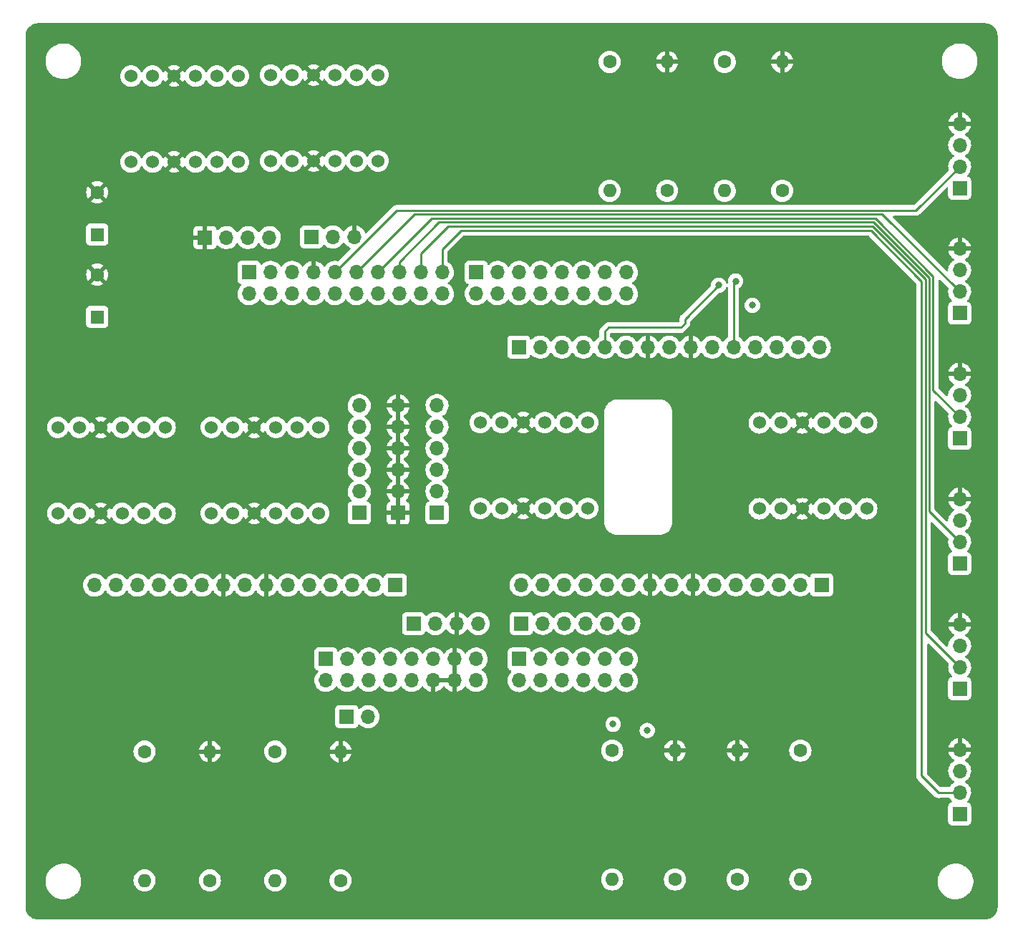
<source format=gbr>
%TF.GenerationSoftware,KiCad,Pcbnew,(6.0.10)*%
%TF.CreationDate,2022-12-29T21:48:34+01:00*%
%TF.ProjectId,Driver,44726976-6572-42e6-9b69-6361645f7063,1.0*%
%TF.SameCoordinates,Original*%
%TF.FileFunction,Copper,L4,Bot*%
%TF.FilePolarity,Positive*%
%FSLAX46Y46*%
G04 Gerber Fmt 4.6, Leading zero omitted, Abs format (unit mm)*
G04 Created by KiCad (PCBNEW (6.0.10)) date 2022-12-29 21:48:34*
%MOMM*%
%LPD*%
G01*
G04 APERTURE LIST*
%TA.AperFunction,ComponentPad*%
%ADD10C,1.524000*%
%TD*%
%TA.AperFunction,ComponentPad*%
%ADD11R,1.700000X1.700000*%
%TD*%
%TA.AperFunction,ComponentPad*%
%ADD12O,1.700000X1.700000*%
%TD*%
%TA.AperFunction,ComponentPad*%
%ADD13R,1.600000X1.600000*%
%TD*%
%TA.AperFunction,ComponentPad*%
%ADD14C,1.600000*%
%TD*%
%TA.AperFunction,ComponentPad*%
%ADD15O,1.600000X1.600000*%
%TD*%
%TA.AperFunction,ViaPad*%
%ADD16C,0.800000*%
%TD*%
%TA.AperFunction,Conductor*%
%ADD17C,0.250000*%
%TD*%
G04 APERTURE END LIST*
D10*
%TO.P,U9,1,LV1*%
%TO.N,/MML{slash}EN*%
X215500000Y-98760000D03*
%TO.P,U9,2,LV2*%
%TO.N,/MML{slash}INA*%
X212960000Y-98760000D03*
%TO.P,U9,3,3v3*%
%TO.N,+3.3V*%
X210420000Y-98760000D03*
%TO.P,U9,4,LVGND*%
%TO.N,GNDD*%
X207880000Y-98760000D03*
%TO.P,U9,5,LV3*%
%TO.N,/MML{slash}INB*%
X205340000Y-98760000D03*
%TO.P,U9,6,LV4*%
%TO.N,/MML{slash}PWM*%
X202800000Y-98760000D03*
%TO.P,U9,7,HV4*%
%TO.N,/Motor Driver Midle/Dual_VNH3SP30/1PWM*%
X202800000Y-108920000D03*
%TO.P,U9,8,HV3*%
%TO.N,/Motor Driver Midle/Dual_VNH3SP30/1INB*%
X205340000Y-108920000D03*
%TO.P,U9,9,HVGND*%
%TO.N,GNDD*%
X207880000Y-108920000D03*
%TO.P,U9,10,5V*%
%TO.N,+5V*%
X210420000Y-108920000D03*
%TO.P,U9,11,HV2*%
%TO.N,/Motor Driver Midle/Dual_VNH3SP30/1INA*%
X212960000Y-108920000D03*
%TO.P,U9,12,HV1*%
%TO.N,/Motor Driver Midle/Dual_VNH3SP30/1DIAG{slash}EN*%
X215500000Y-108920000D03*
%TD*%
D11*
%TO.P,J16,1,Pin_1*%
%TO.N,+3.3V*%
X226500000Y-145000000D03*
D12*
%TO.P,J16,2,Pin_2*%
%TO.N,/FRENC*%
X226500000Y-142460000D03*
%TO.P,J16,3,Pin_3*%
%TO.N,unconnected-(J16-Pad3)*%
X226500000Y-139920000D03*
%TO.P,J16,4,Pin_4*%
%TO.N,GNDD*%
X226500000Y-137380000D03*
%TD*%
D11*
%TO.P,J10,1,Pin_1*%
%TO.N,+3.3V*%
X155490000Y-109420000D03*
D12*
%TO.P,J10,2,Pin_2*%
X155490000Y-106880000D03*
%TO.P,J10,3,Pin_3*%
X155490000Y-104340000D03*
%TO.P,J10,4,Pin_4*%
X155490000Y-101800000D03*
%TO.P,J10,5,Pin_5*%
X155490000Y-99260000D03*
%TO.P,J10,6,Pin_6*%
X155490000Y-96720000D03*
%TD*%
D10*
%TO.P,U8,1,LV1*%
%TO.N,/MFR{slash}PWM*%
X141200000Y-57760000D03*
%TO.P,U8,2,LV2*%
%TO.N,/MFR{slash}INB*%
X138660000Y-57760000D03*
%TO.P,U8,3,3v3*%
%TO.N,+3.3V*%
X136120000Y-57760000D03*
%TO.P,U8,4,LVGND*%
%TO.N,GNDD*%
X133580000Y-57760000D03*
%TO.P,U8,5,LV3*%
%TO.N,/MFR{slash}INA*%
X131040000Y-57760000D03*
%TO.P,U8,6,LV4*%
%TO.N,/MFR{slash}EN*%
X128500000Y-57760000D03*
%TO.P,U8,7,HV4*%
%TO.N,/Motor Driver Front/Dual_VNH3SP30/2DIAG{slash}EN*%
X128500000Y-67920000D03*
%TO.P,U8,8,HV3*%
%TO.N,/Motor Driver Front/Dual_VNH3SP30/2INA*%
X131040000Y-67920000D03*
%TO.P,U8,9,HVGND*%
%TO.N,GNDD*%
X133580000Y-67920000D03*
%TO.P,U8,10,5V*%
%TO.N,+5V*%
X136120000Y-67920000D03*
%TO.P,U8,11,HV2*%
%TO.N,/Motor Driver Front/Dual_VNH3SP30/2INB*%
X138660000Y-67920000D03*
%TO.P,U8,12,HV1*%
%TO.N,/Motor Driver Front/Dual_VNH3SP30/2PWM*%
X141200000Y-67920000D03*
%TD*%
D11*
%TO.P,J20,1,Pin_1*%
%TO.N,+5V*%
X149825000Y-76790000D03*
D12*
%TO.P,J20,2,Pin_2*%
%TO.N,/HeartBeat*%
X152365000Y-76790000D03*
%TO.P,J20,3,Pin_3*%
%TO.N,GNDD*%
X154905000Y-76790000D03*
%TD*%
D13*
%TO.P,C20,1*%
%TO.N,+3.3V*%
X124500000Y-86240000D03*
D14*
%TO.P,C20,2*%
%TO.N,GNDD*%
X124500000Y-81240000D03*
%TD*%
%TO.P,R7,1*%
%TO.N,/Motor Driver Midle/Dual_VNH3SP30/2CS*%
X185410000Y-137510000D03*
D15*
%TO.P,R7,2*%
%TO.N,/MMR{slash}CS*%
X185410000Y-152750000D03*
%TD*%
D11*
%TO.P,J15,1,Pin_1*%
%TO.N,+3.3V*%
X226500000Y-100600000D03*
D12*
%TO.P,J15,2,Pin_2*%
%TO.N,/RLENC*%
X226500000Y-98060000D03*
%TO.P,J15,3,Pin_3*%
%TO.N,unconnected-(J15-Pad3)*%
X226500000Y-95520000D03*
%TO.P,J15,4,Pin_4*%
%TO.N,GNDD*%
X226500000Y-92980000D03*
%TD*%
D11*
%TO.P,J21,1,Pin_1*%
%TO.N,GNDD*%
X137250000Y-76850000D03*
D12*
%TO.P,J21,2,Pin_2*%
%TO.N,+5V*%
X139790000Y-76850000D03*
%TO.P,J21,3,Pin_3*%
%TO.N,/SCL*%
X142330000Y-76850000D03*
%TO.P,J21,4,Pin_4*%
%TO.N,/SDA*%
X144870000Y-76850000D03*
%TD*%
D14*
%TO.P,R6,1*%
%TO.N,/MWL{slash}CS*%
X200243332Y-152750000D03*
D15*
%TO.P,R6,2*%
%TO.N,GNDD*%
X200243332Y-137510000D03*
%TD*%
D11*
%TO.P,J3,1,Pin_1*%
%TO.N,/Motor Driver Front/Dual_VNH3SP30/1DIAG{slash}EN*%
X174350000Y-89810000D03*
D12*
%TO.P,J3,2,Pin_2*%
%TO.N,/Motor Driver Front/Dual_VNH3SP30/1INA*%
X176890000Y-89810000D03*
%TO.P,J3,3,Pin_3*%
%TO.N,/Motor Driver Front/Dual_VNH3SP30/1INB*%
X179430000Y-89810000D03*
%TO.P,J3,4,Pin_4*%
%TO.N,/Motor Driver Front/Dual_VNH3SP30/1PWM*%
X181970000Y-89810000D03*
%TO.P,J3,5,Pin_5*%
%TO.N,/Motor Driver Front/Dual_VNH3SP30/1CS*%
X184510000Y-89810000D03*
%TO.P,J3,6,Pin_6*%
%TO.N,unconnected-(J3-Pad6)*%
X187050000Y-89810000D03*
%TO.P,J3,7,Pin_7*%
%TO.N,GNDD*%
X189590000Y-89810000D03*
%TO.P,J3,8,Pin_8*%
%TO.N,+5V*%
X192130000Y-89810000D03*
%TO.P,J3,9,Pin_9*%
%TO.N,GNDD*%
X194670000Y-89810000D03*
%TO.P,J3,10,Pin_10*%
%TO.N,unconnected-(J3-Pad10)*%
X197210000Y-89810000D03*
%TO.P,J3,11,Pin_11*%
%TO.N,/Motor Driver Front/Dual_VNH3SP30/2CS*%
X199750000Y-89810000D03*
%TO.P,J3,12,Pin_12*%
%TO.N,/Motor Driver Front/Dual_VNH3SP30/2PWM*%
X202290000Y-89810000D03*
%TO.P,J3,13,Pin_13*%
%TO.N,/Motor Driver Front/Dual_VNH3SP30/2INA*%
X204830000Y-89810000D03*
%TO.P,J3,14,Pin_14*%
%TO.N,/Motor Driver Front/Dual_VNH3SP30/2INB*%
X207370000Y-89810000D03*
%TO.P,J3,15,Pin_15*%
%TO.N,/Motor Driver Front/Dual_VNH3SP30/2DIAG{slash}EN*%
X209910000Y-89810000D03*
%TD*%
D11*
%TO.P,J19,1,Pin_1*%
%TO.N,+3.3V*%
X226500000Y-115400000D03*
D12*
%TO.P,J19,2,Pin_2*%
%TO.N,/RRENC*%
X226500000Y-112860000D03*
%TO.P,J19,3,Pin_3*%
%TO.N,unconnected-(J19-Pad3)*%
X226500000Y-110320000D03*
%TO.P,J19,4,Pin_4*%
%TO.N,GNDD*%
X226500000Y-107780000D03*
%TD*%
D11*
%TO.P,J18,1,Pin_1*%
%TO.N,+3.3V*%
X226500000Y-130200000D03*
D12*
%TO.P,J18,2,Pin_2*%
%TO.N,/MRENC*%
X226500000Y-127660000D03*
%TO.P,J18,3,Pin_3*%
%TO.N,unconnected-(J18-Pad3)*%
X226500000Y-125120000D03*
%TO.P,J18,4,Pin_4*%
%TO.N,GNDD*%
X226500000Y-122580000D03*
%TD*%
D14*
%TO.P,R2,1*%
%TO.N,/MFL{slash}CS*%
X191901110Y-71320000D03*
D15*
%TO.P,R2,2*%
%TO.N,GNDD*%
X191901110Y-56080000D03*
%TD*%
D14*
%TO.P,R9,1*%
%TO.N,/Motor Driver Rear/Dual_VNH3SP30/1CS*%
X145553332Y-137630000D03*
D15*
%TO.P,R9,2*%
%TO.N,/MRL{slash}CS*%
X145553332Y-152870000D03*
%TD*%
D14*
%TO.P,R4,1*%
%TO.N,/MFR{slash}CS*%
X205510000Y-71320000D03*
D15*
%TO.P,R4,2*%
%TO.N,GNDD*%
X205510000Y-56080000D03*
%TD*%
D14*
%TO.P,R1,1*%
%TO.N,/Motor Driver Front/Dual_VNH3SP30/1CS*%
X185096666Y-56080000D03*
D15*
%TO.P,R1,2*%
%TO.N,/MFL{slash}CS*%
X185096666Y-71320000D03*
%TD*%
D11*
%TO.P,J14,1,Pin_1*%
%TO.N,+3.3V*%
X226500000Y-85800000D03*
D12*
%TO.P,J14,2,Pin_2*%
%TO.N,/MLENC*%
X226500000Y-83260000D03*
%TO.P,J14,3,Pin_3*%
%TO.N,unconnected-(J14-Pad3)*%
X226500000Y-80720000D03*
%TO.P,J14,4,Pin_4*%
%TO.N,GNDD*%
X226500000Y-78180000D03*
%TD*%
D10*
%TO.P,U11,1,LV1*%
%TO.N,/MRL{slash}EN*%
X150695000Y-99300000D03*
%TO.P,U11,2,LV2*%
%TO.N,/MRL{slash}INA*%
X148155000Y-99300000D03*
%TO.P,U11,3,3v3*%
%TO.N,+3.3V*%
X145615000Y-99300000D03*
%TO.P,U11,4,LVGND*%
%TO.N,GNDD*%
X143075000Y-99300000D03*
%TO.P,U11,5,LV3*%
%TO.N,/MRL{slash}INB*%
X140535000Y-99300000D03*
%TO.P,U11,6,LV4*%
%TO.N,/MRL{slash}PWM*%
X137995000Y-99300000D03*
%TO.P,U11,7,HV4*%
%TO.N,/Motor Driver Rear/Dual_VNH3SP30/1PWM*%
X137995000Y-109460000D03*
%TO.P,U11,8,HV3*%
%TO.N,/Motor Driver Rear/Dual_VNH3SP30/1INB*%
X140535000Y-109460000D03*
%TO.P,U11,9,HVGND*%
%TO.N,GNDD*%
X143075000Y-109460000D03*
%TO.P,U11,10,5V*%
%TO.N,+5V*%
X145615000Y-109460000D03*
%TO.P,U11,11,HV2*%
%TO.N,/Motor Driver Rear/Dual_VNH3SP30/1INA*%
X148155000Y-109460000D03*
%TO.P,U11,12,HV1*%
%TO.N,/Motor Driver Rear/Dual_VNH3SP30/1DIAG{slash}EN*%
X150695000Y-109460000D03*
%TD*%
D13*
%TO.P,C19,1*%
%TO.N,+5V*%
X124500000Y-76500000D03*
D14*
%TO.P,C19,2*%
%TO.N,GNDD*%
X124500000Y-71500000D03*
%TD*%
D11*
%TO.P,J17,1,Pin_1*%
%TO.N,/Motor Driver Rear/Dual_VNH3SP30/1DIAG{slash}EN*%
X159760000Y-117950000D03*
D12*
%TO.P,J17,2,Pin_2*%
%TO.N,/Motor Driver Rear/Dual_VNH3SP30/1INA*%
X157220000Y-117950000D03*
%TO.P,J17,3,Pin_3*%
%TO.N,/Motor Driver Rear/Dual_VNH3SP30/1INB*%
X154680000Y-117950000D03*
%TO.P,J17,4,Pin_4*%
%TO.N,/Motor Driver Rear/Dual_VNH3SP30/1PWM*%
X152140000Y-117950000D03*
%TO.P,J17,5,Pin_5*%
%TO.N,/Motor Driver Rear/Dual_VNH3SP30/1CS*%
X149600000Y-117950000D03*
%TO.P,J17,6,Pin_6*%
%TO.N,unconnected-(J17-Pad6)*%
X147060000Y-117950000D03*
%TO.P,J17,7,Pin_7*%
%TO.N,GNDD*%
X144520000Y-117950000D03*
%TO.P,J17,8,Pin_8*%
%TO.N,+5V*%
X141980000Y-117950000D03*
%TO.P,J17,9,Pin_9*%
%TO.N,GNDD*%
X139440000Y-117950000D03*
%TO.P,J17,10,Pin_10*%
%TO.N,unconnected-(J17-Pad10)*%
X136900000Y-117950000D03*
%TO.P,J17,11,Pin_11*%
%TO.N,/Motor Driver Rear/Dual_VNH3SP30/2CS*%
X134360000Y-117950000D03*
%TO.P,J17,12,Pin_12*%
%TO.N,/Motor Driver Rear/Dual_VNH3SP30/2PWM*%
X131820000Y-117950000D03*
%TO.P,J17,13,Pin_13*%
%TO.N,/Motor Driver Rear/Dual_VNH3SP30/2INA*%
X129280000Y-117950000D03*
%TO.P,J17,14,Pin_14*%
%TO.N,/Motor Driver Rear/Dual_VNH3SP30/2INB*%
X126740000Y-117950000D03*
%TO.P,J17,15,Pin_15*%
%TO.N,/Motor Driver Rear/Dual_VNH3SP30/2DIAG{slash}EN*%
X124200000Y-117950000D03*
%TD*%
D11*
%TO.P,J8,1,Pin_1*%
%TO.N,/Arty Z7/v_p*%
X161920000Y-122500000D03*
D12*
%TO.P,J8,2,Pin_2*%
%TO.N,/Arty Z7/v_n*%
X164460000Y-122500000D03*
%TO.P,J8,3,Pin_3*%
%TO.N,GNDD*%
X167000000Y-122500000D03*
%TO.P,J8,4,Pin_4*%
%TO.N,/Arty Z7/XVREF*%
X169540000Y-122500000D03*
%TD*%
D11*
%TO.P,J5,1,Pin_1*%
%TO.N,Net-(J2-Pad1)*%
X174675000Y-122475000D03*
D12*
%TO.P,J5,2,Pin_2*%
%TO.N,Net-(J2-Pad3)*%
X177215000Y-122475000D03*
%TO.P,J5,3,Pin_3*%
%TO.N,Net-(J2-Pad5)*%
X179755000Y-122475000D03*
%TO.P,J5,4,Pin_4*%
%TO.N,Net-(J2-Pad7)*%
X182295000Y-122475000D03*
%TO.P,J5,5,Pin_5*%
%TO.N,Net-(J2-Pad9)*%
X184835000Y-122475000D03*
%TO.P,J5,6,Pin_6*%
%TO.N,Net-(J2-Pad11)*%
X187375000Y-122475000D03*
%TD*%
D14*
%TO.P,R12,1*%
%TO.N,/MRR{slash}CS*%
X137826666Y-152870000D03*
D15*
%TO.P,R12,2*%
%TO.N,GNDD*%
X137826666Y-137630000D03*
%TD*%
D11*
%TO.P,J12,1,Pin_1*%
%TO.N,/Motor Driver Midle/Dual_VNH3SP30/1DIAG{slash}EN*%
X210175000Y-117920000D03*
D12*
%TO.P,J12,2,Pin_2*%
%TO.N,/Motor Driver Midle/Dual_VNH3SP30/1INA*%
X207635000Y-117920000D03*
%TO.P,J12,3,Pin_3*%
%TO.N,/Motor Driver Midle/Dual_VNH3SP30/1INB*%
X205095000Y-117920000D03*
%TO.P,J12,4,Pin_4*%
%TO.N,/Motor Driver Midle/Dual_VNH3SP30/1PWM*%
X202555000Y-117920000D03*
%TO.P,J12,5,Pin_5*%
%TO.N,/Motor Driver Midle/Dual_VNH3SP30/1CS*%
X200015000Y-117920000D03*
%TO.P,J12,6,Pin_6*%
%TO.N,unconnected-(J12-Pad6)*%
X197475000Y-117920000D03*
%TO.P,J12,7,Pin_7*%
%TO.N,GNDD*%
X194935000Y-117920000D03*
%TO.P,J12,8,Pin_8*%
%TO.N,+5V*%
X192395000Y-117920000D03*
%TO.P,J12,9,Pin_9*%
%TO.N,GNDD*%
X189855000Y-117920000D03*
%TO.P,J12,10,Pin_10*%
%TO.N,unconnected-(J12-Pad10)*%
X187315000Y-117920000D03*
%TO.P,J12,11,Pin_11*%
%TO.N,/Motor Driver Midle/Dual_VNH3SP30/2CS*%
X184775000Y-117920000D03*
%TO.P,J12,12,Pin_12*%
%TO.N,/Motor Driver Midle/Dual_VNH3SP30/2PWM*%
X182235000Y-117920000D03*
%TO.P,J12,13,Pin_13*%
%TO.N,/Motor Driver Midle/Dual_VNH3SP30/2INA*%
X179695000Y-117920000D03*
%TO.P,J12,14,Pin_14*%
%TO.N,/Motor Driver Midle/Dual_VNH3SP30/2INB*%
X177155000Y-117920000D03*
%TO.P,J12,15,Pin_15*%
%TO.N,/Motor Driver Midle/Dual_VNH3SP30/2DIAG{slash}EN*%
X174615000Y-117920000D03*
%TD*%
D10*
%TO.P,U10,1,LV1*%
%TO.N,/MMR{slash}PWM*%
X182510000Y-98730000D03*
%TO.P,U10,2,LV2*%
%TO.N,/MMR{slash}INB*%
X179970000Y-98730000D03*
%TO.P,U10,3,3v3*%
%TO.N,+3.3V*%
X177430000Y-98730000D03*
%TO.P,U10,4,LVGND*%
%TO.N,GNDD*%
X174890000Y-98730000D03*
%TO.P,U10,5,LV3*%
%TO.N,/MMR{slash}INA*%
X172350000Y-98730000D03*
%TO.P,U10,6,LV4*%
%TO.N,/MMR{slash}EN*%
X169810000Y-98730000D03*
%TO.P,U10,7,HV4*%
%TO.N,/Motor Driver Midle/Dual_VNH3SP30/2DIAG{slash}EN*%
X169810000Y-108890000D03*
%TO.P,U10,8,HV3*%
%TO.N,/Motor Driver Midle/Dual_VNH3SP30/2INA*%
X172350000Y-108890000D03*
%TO.P,U10,9,HVGND*%
%TO.N,GNDD*%
X174890000Y-108890000D03*
%TO.P,U10,10,5V*%
%TO.N,+5V*%
X177430000Y-108890000D03*
%TO.P,U10,11,HV2*%
%TO.N,/Motor Driver Midle/Dual_VNH3SP30/2INB*%
X179970000Y-108890000D03*
%TO.P,U10,12,HV1*%
%TO.N,/Motor Driver Midle/Dual_VNH3SP30/2PWM*%
X182510000Y-108890000D03*
%TD*%
%TO.P,U7,1,LV1*%
%TO.N,/MFL{slash}EN*%
X157710000Y-57630000D03*
%TO.P,U7,2,LV2*%
%TO.N,/MFL{slash}INA*%
X155170000Y-57630000D03*
%TO.P,U7,3,3v3*%
%TO.N,+3.3V*%
X152630000Y-57630000D03*
%TO.P,U7,4,LVGND*%
%TO.N,GNDD*%
X150090000Y-57630000D03*
%TO.P,U7,5,LV3*%
%TO.N,/MFL{slash}INB*%
X147550000Y-57630000D03*
%TO.P,U7,6,LV4*%
%TO.N,/MFL{slash}PWM*%
X145010000Y-57630000D03*
%TO.P,U7,7,HV4*%
%TO.N,/Motor Driver Front/Dual_VNH3SP30/1PWM*%
X145010000Y-67790000D03*
%TO.P,U7,8,HV3*%
%TO.N,/Motor Driver Front/Dual_VNH3SP30/1INB*%
X147550000Y-67790000D03*
%TO.P,U7,9,HVGND*%
%TO.N,GNDD*%
X150090000Y-67790000D03*
%TO.P,U7,10,5V*%
%TO.N,+5V*%
X152630000Y-67790000D03*
%TO.P,U7,11,HV2*%
%TO.N,/Motor Driver Front/Dual_VNH3SP30/1INA*%
X155170000Y-67790000D03*
%TO.P,U7,12,HV1*%
%TO.N,/Motor Driver Front/Dual_VNH3SP30/1DIAG{slash}EN*%
X157710000Y-67790000D03*
%TD*%
D11*
%TO.P,J9,1,Pin_1*%
%TO.N,+5V*%
X164690000Y-109420000D03*
D12*
%TO.P,J9,2,Pin_2*%
X164690000Y-106880000D03*
%TO.P,J9,3,Pin_3*%
X164690000Y-104340000D03*
%TO.P,J9,4,Pin_4*%
X164690000Y-101800000D03*
%TO.P,J9,5,Pin_5*%
X164690000Y-99260000D03*
%TO.P,J9,6,Pin_6*%
X164690000Y-96720000D03*
%TD*%
D14*
%TO.P,R5,1*%
%TO.N,/Motor Driver Midle/Dual_VNH3SP30/1CS*%
X207660000Y-137510000D03*
D15*
%TO.P,R5,2*%
%TO.N,/MWL{slash}CS*%
X207660000Y-152750000D03*
%TD*%
D14*
%TO.P,R10,1*%
%TO.N,/MRL{slash}CS*%
X153280000Y-152870000D03*
D15*
%TO.P,R10,2*%
%TO.N,GNDD*%
X153280000Y-137630000D03*
%TD*%
D11*
%TO.P,J11,1,Pin_1*%
%TO.N,GNDD*%
X160090000Y-109420000D03*
D12*
%TO.P,J11,2,Pin_2*%
X160090000Y-106880000D03*
%TO.P,J11,3,Pin_3*%
X160090000Y-104340000D03*
%TO.P,J11,4,Pin_4*%
X160090000Y-101800000D03*
%TO.P,J11,5,Pin_5*%
X160090000Y-99260000D03*
%TO.P,J11,6,Pin_6*%
X160090000Y-96720000D03*
%TD*%
D14*
%TO.P,R11,1*%
%TO.N,/Motor Driver Rear/Dual_VNH3SP30/2CS*%
X130100000Y-137630000D03*
D15*
%TO.P,R11,2*%
%TO.N,/MRR{slash}CS*%
X130100000Y-152870000D03*
%TD*%
D11*
%TO.P,J13,1,Pin_1*%
%TO.N,+3.3V*%
X226500000Y-71000000D03*
D12*
%TO.P,J13,2,Pin_2*%
%TO.N,/FLENC*%
X226500000Y-68460000D03*
%TO.P,J13,3,Pin_3*%
%TO.N,unconnected-(J13-Pad3)*%
X226500000Y-65920000D03*
%TO.P,J13,4,Pin_4*%
%TO.N,GNDD*%
X226500000Y-63380000D03*
%TD*%
D10*
%TO.P,U12,1,LV1*%
%TO.N,/MRR{slash}PWM*%
X132530000Y-99300000D03*
%TO.P,U12,2,LV2*%
%TO.N,/MRR{slash}INB*%
X129990000Y-99300000D03*
%TO.P,U12,3,3v3*%
%TO.N,+3.3V*%
X127450000Y-99300000D03*
%TO.P,U12,4,LVGND*%
%TO.N,GNDD*%
X124910000Y-99300000D03*
%TO.P,U12,5,LV3*%
%TO.N,/MR{slash}INA*%
X122370000Y-99300000D03*
%TO.P,U12,6,LV4*%
%TO.N,/MRR{slash}EN*%
X119830000Y-99300000D03*
%TO.P,U12,7,HV4*%
%TO.N,/Motor Driver Rear/Dual_VNH3SP30/2DIAG{slash}EN*%
X119830000Y-109460000D03*
%TO.P,U12,8,HV3*%
%TO.N,/Motor Driver Rear/Dual_VNH3SP30/2INA*%
X122370000Y-109460000D03*
%TO.P,U12,9,HVGND*%
%TO.N,GNDD*%
X124910000Y-109460000D03*
%TO.P,U12,10,5V*%
%TO.N,+5V*%
X127450000Y-109460000D03*
%TO.P,U12,11,HV2*%
%TO.N,/Motor Driver Rear/Dual_VNH3SP30/2INB*%
X129990000Y-109460000D03*
%TO.P,U12,12,HV1*%
%TO.N,/Motor Driver Rear/Dual_VNH3SP30/2PWM*%
X132530000Y-109460000D03*
%TD*%
D14*
%TO.P,R8,1*%
%TO.N,/MMR{slash}CS*%
X192826666Y-152750000D03*
D15*
%TO.P,R8,2*%
%TO.N,GNDD*%
X192826666Y-137510000D03*
%TD*%
D14*
%TO.P,R3,1*%
%TO.N,/Motor Driver Front/Dual_VNH3SP30/2CS*%
X198705554Y-56080000D03*
D15*
%TO.P,R3,2*%
%TO.N,/MFR{slash}CS*%
X198705554Y-71320000D03*
%TD*%
D11*
%TO.P,J1,1,Pin_1*%
%TO.N,/Arty Z7/IOREF*%
X154000000Y-133500000D03*
D12*
%TO.P,J1,2,Pin_2*%
%TO.N,/Arty Z7/RST*%
X156540000Y-133500000D03*
%TD*%
D11*
%TO.P,J6,1,Pin_1*%
%TO.N,/SCL*%
X142450000Y-80960000D03*
D12*
%TO.P,J6,2,Pin_2*%
%TO.N,unconnected-(J6-Pad2)*%
X142450000Y-83500000D03*
%TO.P,J6,3,Pin_3*%
%TO.N,/SDA*%
X144990000Y-80960000D03*
%TO.P,J6,4,Pin_4*%
%TO.N,unconnected-(J6-Pad4)*%
X144990000Y-83500000D03*
%TO.P,J6,5,Pin_5*%
%TO.N,/HeartBeat*%
X147530000Y-80960000D03*
%TO.P,J6,6,Pin_6*%
%TO.N,/MRR{slash}EN*%
X147530000Y-83500000D03*
%TO.P,J6,7,Pin_7*%
%TO.N,GNDD*%
X150070000Y-80960000D03*
%TO.P,J6,8,Pin_8*%
%TO.N,/MR{slash}INA*%
X150070000Y-83500000D03*
%TO.P,J6,9,Pin_9*%
%TO.N,/FLENC*%
X152610000Y-80960000D03*
%TO.P,J6,10,Pin_10*%
%TO.N,/MRR{slash}INB*%
X152610000Y-83500000D03*
%TO.P,J6,11,Pin_11*%
%TO.N,/MLENC*%
X155150000Y-80960000D03*
%TO.P,J6,12,Pin_12*%
%TO.N,/MRR{slash}PWM*%
X155150000Y-83500000D03*
%TO.P,J6,13,Pin_13*%
%TO.N,/RLENC*%
X157690000Y-80960000D03*
%TO.P,J6,14,Pin_14*%
%TO.N,/MRL{slash}PWM*%
X157690000Y-83500000D03*
%TO.P,J6,15,Pin_15*%
%TO.N,/RRENC*%
X160230000Y-80960000D03*
%TO.P,J6,16,Pin_16*%
%TO.N,/MRL{slash}INB*%
X160230000Y-83500000D03*
%TO.P,J6,17,Pin_17*%
%TO.N,/MRENC*%
X162770000Y-80960000D03*
%TO.P,J6,18,Pin_18*%
%TO.N,/MRL{slash}INA*%
X162770000Y-83500000D03*
%TO.P,J6,19,Pin_19*%
%TO.N,/FRENC*%
X165310000Y-80960000D03*
%TO.P,J6,20,Pin_20*%
%TO.N,/MRL{slash}EN*%
X165310000Y-83500000D03*
%TD*%
D11*
%TO.P,J4,1,Pin_1*%
%TO.N,unconnected-(J4-Pad1)*%
X151540000Y-126680000D03*
D12*
%TO.P,J4,2,Pin_2*%
%TO.N,unconnected-(J4-Pad2)*%
X151540000Y-129220000D03*
%TO.P,J4,3,Pin_3*%
%TO.N,unconnected-(J4-Pad3)*%
X154080000Y-126680000D03*
%TO.P,J4,4,Pin_4*%
%TO.N,/Arty Z7/IOREF*%
X154080000Y-129220000D03*
%TO.P,J4,5,Pin_5*%
%TO.N,unconnected-(J4-Pad5)*%
X156620000Y-126680000D03*
%TO.P,J4,6,Pin_6*%
%TO.N,/Arty Z7/RST*%
X156620000Y-129220000D03*
%TO.P,J4,7,Pin_7*%
%TO.N,unconnected-(J4-Pad7)*%
X159160000Y-126680000D03*
%TO.P,J4,8,Pin_8*%
%TO.N,+3.3V*%
X159160000Y-129220000D03*
%TO.P,J4,9,Pin_9*%
%TO.N,/Arty Z7/v_p*%
X161700000Y-126680000D03*
%TO.P,J4,10,Pin_10*%
%TO.N,+5V*%
X161700000Y-129220000D03*
%TO.P,J4,11,Pin_11*%
%TO.N,/Arty Z7/v_n*%
X164240000Y-126680000D03*
%TO.P,J4,12,Pin_12*%
%TO.N,GNDD*%
X164240000Y-129220000D03*
%TO.P,J4,13,Pin_13*%
X166780000Y-126680000D03*
%TO.P,J4,14,Pin_14*%
X166780000Y-129220000D03*
%TO.P,J4,15,Pin_15*%
%TO.N,/Arty Z7/XVREF*%
X169320000Y-126680000D03*
%TO.P,J4,16,Pin_16*%
%TO.N,unconnected-(J4-Pad16)*%
X169320000Y-129220000D03*
%TD*%
D11*
%TO.P,J2,1,Pin_1*%
%TO.N,Net-(J2-Pad1)*%
X174400000Y-126700000D03*
D12*
%TO.P,J2,2,Pin_2*%
%TO.N,/MFL{slash}CS*%
X174400000Y-129240000D03*
%TO.P,J2,3,Pin_3*%
%TO.N,Net-(J2-Pad3)*%
X176940000Y-126700000D03*
%TO.P,J2,4,Pin_4*%
%TO.N,/MFR{slash}CS*%
X176940000Y-129240000D03*
%TO.P,J2,5,Pin_5*%
%TO.N,Net-(J2-Pad5)*%
X179480000Y-126700000D03*
%TO.P,J2,6,Pin_6*%
%TO.N,/MMR{slash}CS*%
X179480000Y-129240000D03*
%TO.P,J2,7,Pin_7*%
%TO.N,Net-(J2-Pad7)*%
X182020000Y-126700000D03*
%TO.P,J2,8,Pin_8*%
%TO.N,/MWL{slash}CS*%
X182020000Y-129240000D03*
%TO.P,J2,9,Pin_9*%
%TO.N,Net-(J2-Pad9)*%
X184560000Y-126700000D03*
%TO.P,J2,10,Pin_10*%
%TO.N,/MRR{slash}CS*%
X184560000Y-129240000D03*
%TO.P,J2,11,Pin_11*%
%TO.N,Net-(J2-Pad11)*%
X187100000Y-126700000D03*
%TO.P,J2,12,Pin_12*%
%TO.N,/MRL{slash}CS*%
X187100000Y-129240000D03*
%TD*%
D11*
%TO.P,J7,1,Pin_1*%
%TO.N,/MFL{slash}EN*%
X169320000Y-80960000D03*
D12*
%TO.P,J7,2,Pin_2*%
%TO.N,/MMR{slash}EN*%
X169320000Y-83500000D03*
%TO.P,J7,3,Pin_3*%
%TO.N,/MFL{slash}INA*%
X171860000Y-80960000D03*
%TO.P,J7,4,Pin_4*%
%TO.N,/MMR{slash}INA*%
X171860000Y-83500000D03*
%TO.P,J7,5,Pin_5*%
%TO.N,/MFL{slash}INB*%
X174400000Y-80960000D03*
%TO.P,J7,6,Pin_6*%
%TO.N,/MMR{slash}INB*%
X174400000Y-83500000D03*
%TO.P,J7,7,Pin_7*%
%TO.N,/MFL{slash}PWM*%
X176940000Y-80960000D03*
%TO.P,J7,8,Pin_8*%
%TO.N,/MMR{slash}PWM*%
X176940000Y-83500000D03*
%TO.P,J7,9,Pin_9*%
%TO.N,/MFR{slash}PWM*%
X179480000Y-80960000D03*
%TO.P,J7,10,Pin_10*%
%TO.N,/MML{slash}PWM*%
X179480000Y-83500000D03*
%TO.P,J7,11,Pin_11*%
%TO.N,/MFR{slash}INB*%
X182020000Y-80960000D03*
%TO.P,J7,12,Pin_12*%
%TO.N,/MML{slash}INB*%
X182020000Y-83500000D03*
%TO.P,J7,13,Pin_13*%
%TO.N,/MFR{slash}INA*%
X184560000Y-80960000D03*
%TO.P,J7,14,Pin_14*%
%TO.N,/MML{slash}INA*%
X184560000Y-83500000D03*
%TO.P,J7,15,Pin_15*%
%TO.N,/MFR{slash}EN*%
X187100000Y-80960000D03*
%TO.P,J7,16,Pin_16*%
%TO.N,/MML{slash}EN*%
X187100000Y-83500000D03*
%TD*%
D16*
%TO.N,GNDD*%
X180500000Y-145500000D03*
X136000000Y-65500000D03*
X210000000Y-79000000D03*
X229500000Y-90000000D03*
X121500000Y-105500000D03*
X189500000Y-149500000D03*
X203500000Y-156500000D03*
X183500000Y-102000000D03*
X137000000Y-112000000D03*
X219000000Y-151500000D03*
X120000000Y-140500000D03*
X170500000Y-54500000D03*
X186500000Y-94500000D03*
X129500000Y-145000000D03*
X144500000Y-105000000D03*
X219570000Y-136650000D03*
X205500000Y-62500000D03*
X182000000Y-153000000D03*
X140000000Y-134000000D03*
X117500000Y-60500000D03*
X212500000Y-124000000D03*
X167500000Y-115000000D03*
X212000000Y-103000000D03*
X119000000Y-92000000D03*
X135000000Y-102000000D03*
X129000000Y-123500000D03*
X225000000Y-119000000D03*
X205000000Y-65000000D03*
X223500000Y-133500000D03*
X117500000Y-64000000D03*
X165000000Y-134500000D03*
X148000000Y-72500000D03*
X223000000Y-60500000D03*
X209000000Y-114000000D03*
X175500000Y-148500000D03*
X139500000Y-72500000D03*
X210000000Y-71000000D03*
X149000000Y-139500000D03*
X180500000Y-69500000D03*
X120500000Y-68000000D03*
X199500000Y-126000000D03*
X204000000Y-150000000D03*
X131500000Y-76000000D03*
X166500000Y-87500000D03*
X138000000Y-96500000D03*
X146500000Y-70000000D03*
X220000000Y-69000000D03*
X221500000Y-75500000D03*
X162500000Y-60000000D03*
X198500000Y-66500000D03*
X117500000Y-84500000D03*
X119000000Y-125500000D03*
X142000000Y-125000000D03*
X220000000Y-87500000D03*
X170500000Y-141500000D03*
X127000000Y-53500000D03*
X219500000Y-63500000D03*
X185500000Y-114000000D03*
X225500000Y-75000000D03*
X209500000Y-94000000D03*
X204500000Y-82500000D03*
X213500000Y-79000000D03*
X189000000Y-94500000D03*
X137500000Y-145000000D03*
X211500000Y-54500000D03*
X211500000Y-65000000D03*
X171500000Y-58500000D03*
X198000000Y-110000000D03*
X140000000Y-94000000D03*
X118000000Y-79500000D03*
X225000000Y-104500000D03*
X198000000Y-100500000D03*
X178000000Y-142500000D03*
X207000000Y-103500000D03*
X159000000Y-72500000D03*
X133500000Y-83500000D03*
X218500000Y-128000000D03*
X161000000Y-155000000D03*
X144500000Y-70500000D03*
X204500000Y-120500000D03*
X138000000Y-123000000D03*
X220000000Y-95000000D03*
X130500000Y-62500000D03*
X218500000Y-82000000D03*
X198500000Y-112000000D03*
X125000000Y-129500000D03*
X173500000Y-154500000D03*
X189000000Y-113000000D03*
X180500000Y-106500000D03*
X119500000Y-88500000D03*
X196000000Y-150500000D03*
X200500000Y-144500000D03*
X227000000Y-134500000D03*
X168000000Y-95000000D03*
X181500000Y-60000000D03*
X203000000Y-80500000D03*
X127000000Y-105500000D03*
X140000000Y-155500000D03*
X127000000Y-93500000D03*
X173500000Y-138000000D03*
X158000000Y-146500000D03*
X131000000Y-93000000D03*
X169500000Y-111500000D03*
X131000000Y-71000000D03*
X119000000Y-93500000D03*
X204000000Y-102500000D03*
X153000000Y-122500000D03*
X125000000Y-65500000D03*
X218500000Y-146000000D03*
X174000000Y-61500000D03*
X139500000Y-60000000D03*
X208500000Y-144500000D03*
X220000000Y-104000000D03*
X164000000Y-139500000D03*
X206500000Y-114000000D03*
X135000000Y-114500000D03*
X196500000Y-128500000D03*
X123000000Y-123000000D03*
X170000000Y-134000000D03*
X229500000Y-107500000D03*
X140000000Y-64000000D03*
X131000000Y-87000000D03*
X156500000Y-71500000D03*
X138000000Y-131000000D03*
X229500000Y-99000000D03*
X214000000Y-94000000D03*
X230000000Y-119000000D03*
X135000000Y-107000000D03*
X141500000Y-144000000D03*
X138500000Y-88500000D03*
X211500000Y-82500000D03*
X170000000Y-114500000D03*
X149000000Y-112500000D03*
X148000000Y-156000000D03*
X213500000Y-152500000D03*
X190000000Y-145500000D03*
X219500000Y-116000000D03*
X117000000Y-112500000D03*
X116500000Y-71000000D03*
X117000000Y-75500000D03*
X124000000Y-136500000D03*
X165000000Y-92500000D03*
X140000000Y-106500000D03*
X208500000Y-124500000D03*
X212500000Y-135500000D03*
X156500000Y-60000000D03*
X145500000Y-121000000D03*
X216000000Y-67000000D03*
X197500000Y-95000000D03*
X139500000Y-102500000D03*
X132000000Y-81500000D03*
X130000000Y-105500000D03*
X135500000Y-84000000D03*
X213500000Y-142000000D03*
X128500000Y-79000000D03*
X144000000Y-73000000D03*
X163500000Y-87000000D03*
X179000000Y-65500000D03*
X133500000Y-133000000D03*
X130500000Y-155500000D03*
X160000000Y-114000000D03*
X121000000Y-62500000D03*
X222000000Y-54000000D03*
X169500000Y-118000000D03*
X197000000Y-105500000D03*
X225500000Y-90000000D03*
X161500000Y-148500000D03*
X122500000Y-143000000D03*
X218000000Y-121500000D03*
X175500000Y-69000000D03*
X120000000Y-69000000D03*
X158000000Y-151000000D03*
X195500000Y-60500000D03*
X152000000Y-95500000D03*
X149000000Y-60000000D03*
X120000000Y-132000000D03*
X121500000Y-114500000D03*
X199500000Y-77500000D03*
X148500000Y-102500000D03*
X124500000Y-58500000D03*
X142500000Y-128500000D03*
X130500000Y-114000000D03*
X211500000Y-129500000D03*
X196000000Y-56500000D03*
X229500000Y-59500000D03*
X171000000Y-68000000D03*
X166000000Y-145500000D03*
X218500000Y-58000000D03*
X196500000Y-98000000D03*
X131000000Y-95000000D03*
X203500000Y-133000000D03*
X125000000Y-91000000D03*
X198500000Y-156500000D03*
X213500000Y-106000000D03*
X171000000Y-105000000D03*
X159000000Y-138000000D03*
X213000000Y-60000000D03*
X171500000Y-151000000D03*
X229500000Y-76000000D03*
X196000000Y-141000000D03*
X166000000Y-118500000D03*
X179000000Y-55000000D03*
X217500000Y-156000000D03*
X174500000Y-103000000D03*
X192500000Y-63500000D03*
X125000000Y-103000000D03*
X200500000Y-99000000D03*
X178500000Y-66500000D03*
X134500000Y-112500000D03*
X189500000Y-140500000D03*
X140500000Y-52000000D03*
%TO.N,/MFL{slash}CS*%
X189550000Y-135130000D03*
%TO.N,/MFR{slash}CS*%
X185513379Y-134405500D03*
%TO.N,/Motor Driver Front/Dual_VNH3SP30/1CS*%
X198000000Y-82500000D03*
%TO.N,/Motor Driver Front/Dual_VNH3SP30/2CS*%
X200000000Y-82000000D03*
%TO.N,/Motor Driver Front/Dual_VNH3SP30/2INA*%
X201990000Y-84860000D03*
%TD*%
D17*
%TO.N,/Motor Driver Front/Dual_VNH3SP30/1CS*%
X198000000Y-82500000D02*
X194000000Y-86500000D01*
X194000000Y-86500000D02*
X194000000Y-87000000D01*
X184510000Y-87990000D02*
X184510000Y-89810000D01*
X194000000Y-87000000D02*
X193500000Y-87500000D01*
X193500000Y-87500000D02*
X185000000Y-87500000D01*
X185000000Y-87500000D02*
X184510000Y-87990000D01*
%TO.N,/Motor Driver Front/Dual_VNH3SP30/2CS*%
X199750000Y-82250000D02*
X199750000Y-89810000D01*
X200000000Y-82000000D02*
X199750000Y-82250000D01*
%TO.N,/RRENC*%
X160230000Y-79747919D02*
X164927420Y-75050499D01*
X160230000Y-80950000D02*
X160230000Y-79747919D01*
X164927420Y-75050499D02*
X216321879Y-75050499D01*
X222899002Y-109259002D02*
X226500000Y-112860000D01*
X216321879Y-75050499D02*
X222899002Y-81627622D01*
X222899002Y-81627622D02*
X222899002Y-109259002D01*
%TO.N,/RLENC*%
X216508068Y-74600998D02*
X223348503Y-81441433D01*
X223348503Y-81441433D02*
X223348503Y-94908503D01*
X164039002Y-74600998D02*
X216508068Y-74600998D01*
X223348503Y-94908503D02*
X226500000Y-98060000D01*
X157690000Y-80950000D02*
X164039002Y-74600998D01*
%TO.N,/MRENC*%
X222449501Y-81813811D02*
X222449501Y-123609501D01*
X222449501Y-123609501D02*
X226500000Y-127660000D01*
X215000000Y-75500000D02*
X215050499Y-75550499D01*
X162770000Y-78730000D02*
X166000000Y-75500000D01*
X166000000Y-75500000D02*
X215000000Y-75500000D01*
X216186189Y-75550499D02*
X222449501Y-81813811D01*
X215050499Y-75550499D02*
X216186189Y-75550499D01*
X162770000Y-80950000D02*
X162770000Y-78730000D01*
%TO.N,/MLENC*%
X155150000Y-80950000D02*
X161999002Y-74100998D01*
X217340998Y-74100998D02*
X226500000Y-83260000D01*
X161999002Y-74100998D02*
X217340998Y-74100998D01*
%TO.N,/FRENC*%
X165310000Y-80950000D02*
X165310000Y-78190000D01*
X165310000Y-78190000D02*
X167500000Y-76000000D01*
X167500000Y-76000000D02*
X216000000Y-76000000D01*
X224040000Y-142460000D02*
X226500000Y-142460000D01*
X216000000Y-76000000D02*
X222000000Y-82000000D01*
X222000000Y-140500000D02*
X224000000Y-142500000D01*
X224000000Y-142500000D02*
X224040000Y-142460000D01*
X222000000Y-82000000D02*
X222000000Y-140500000D01*
%TO.N,/FLENC*%
X152610000Y-80950000D02*
X159908503Y-73651497D01*
X221308503Y-73651497D02*
X226500000Y-68460000D01*
X159908503Y-73651497D02*
X221308503Y-73651497D01*
%TD*%
%TA.AperFunction,Conductor*%
%TO.N,GNDD*%
G36*
X229470018Y-51510000D02*
G01*
X229484851Y-51512310D01*
X229484855Y-51512310D01*
X229493724Y-51513691D01*
X229508981Y-51511696D01*
X229534302Y-51510953D01*
X229703285Y-51523039D01*
X229721064Y-51525596D01*
X229911392Y-51566999D01*
X229928641Y-51572063D01*
X230111150Y-51640136D01*
X230127502Y-51647604D01*
X230298458Y-51740952D01*
X230313582Y-51750672D01*
X230469514Y-51867402D01*
X230483100Y-51879175D01*
X230620825Y-52016900D01*
X230632598Y-52030486D01*
X230749328Y-52186418D01*
X230759048Y-52201542D01*
X230852396Y-52372498D01*
X230859864Y-52388850D01*
X230927937Y-52571359D01*
X230933001Y-52588607D01*
X230974404Y-52778936D01*
X230976962Y-52796721D01*
X230988540Y-52958601D01*
X230987793Y-52976565D01*
X230987692Y-52984845D01*
X230986309Y-52993724D01*
X230987474Y-53002630D01*
X230990436Y-53025283D01*
X230991500Y-53041621D01*
X230991500Y-155950633D01*
X230990000Y-155970018D01*
X230987690Y-155984851D01*
X230987690Y-155984855D01*
X230986309Y-155993724D01*
X230988136Y-156007693D01*
X230988304Y-156008976D01*
X230989047Y-156034305D01*
X230976962Y-156203279D01*
X230974404Y-156221064D01*
X230956598Y-156302919D01*
X230933001Y-156411392D01*
X230927937Y-156428641D01*
X230859864Y-156611150D01*
X230852396Y-156627502D01*
X230759048Y-156798458D01*
X230749328Y-156813582D01*
X230632598Y-156969514D01*
X230620825Y-156983100D01*
X230483100Y-157120825D01*
X230469514Y-157132598D01*
X230313582Y-157249328D01*
X230298458Y-157259048D01*
X230127502Y-157352396D01*
X230111150Y-157359864D01*
X229928641Y-157427937D01*
X229911393Y-157433001D01*
X229721064Y-157474404D01*
X229703285Y-157476961D01*
X229541395Y-157488540D01*
X229523435Y-157487793D01*
X229515155Y-157487692D01*
X229506276Y-157486309D01*
X229474714Y-157490436D01*
X229458379Y-157491500D01*
X117549367Y-157491500D01*
X117529982Y-157490000D01*
X117515149Y-157487690D01*
X117515145Y-157487690D01*
X117506276Y-157486309D01*
X117491019Y-157488304D01*
X117465698Y-157489047D01*
X117296715Y-157476961D01*
X117278936Y-157474404D01*
X117088607Y-157433001D01*
X117071359Y-157427937D01*
X116888850Y-157359864D01*
X116872498Y-157352396D01*
X116701542Y-157259048D01*
X116686418Y-157249328D01*
X116530486Y-157132598D01*
X116516900Y-157120825D01*
X116379175Y-156983100D01*
X116367402Y-156969514D01*
X116250672Y-156813582D01*
X116240952Y-156798458D01*
X116147604Y-156627502D01*
X116140136Y-156611150D01*
X116072063Y-156428641D01*
X116066999Y-156411392D01*
X116043402Y-156302919D01*
X116025596Y-156221064D01*
X116023038Y-156203278D01*
X116011719Y-156045012D01*
X116012805Y-156022245D01*
X116012334Y-156022203D01*
X116012770Y-156017345D01*
X116013576Y-156012552D01*
X116013729Y-156000000D01*
X116009773Y-155972376D01*
X116008500Y-155954514D01*
X116008500Y-153132703D01*
X118390743Y-153132703D01*
X118428268Y-153417734D01*
X118504129Y-153695036D01*
X118505813Y-153698984D01*
X118584886Y-153884366D01*
X118616923Y-153959476D01*
X118632622Y-153985707D01*
X118750711Y-154183019D01*
X118764561Y-154206161D01*
X118944313Y-154430528D01*
X119152851Y-154628423D01*
X119386317Y-154796186D01*
X119390112Y-154798195D01*
X119390113Y-154798196D01*
X119411869Y-154809715D01*
X119640392Y-154930712D01*
X119910373Y-155029511D01*
X120191264Y-155090755D01*
X120219841Y-155093004D01*
X120414282Y-155108307D01*
X120414291Y-155108307D01*
X120416739Y-155108500D01*
X120572271Y-155108500D01*
X120574407Y-155108354D01*
X120574418Y-155108354D01*
X120782548Y-155094165D01*
X120782554Y-155094164D01*
X120786825Y-155093873D01*
X120791020Y-155093004D01*
X120791022Y-155093004D01*
X120927584Y-155064723D01*
X121068342Y-155035574D01*
X121339343Y-154939607D01*
X121594812Y-154807750D01*
X121598313Y-154805289D01*
X121598317Y-154805287D01*
X121712418Y-154725095D01*
X121830023Y-154642441D01*
X122040622Y-154446740D01*
X122222713Y-154224268D01*
X122372927Y-153979142D01*
X122488483Y-153715898D01*
X122567244Y-153439406D01*
X122607751Y-153154784D01*
X122607845Y-153136951D01*
X122609235Y-152871583D01*
X122609235Y-152871576D01*
X122609243Y-152870000D01*
X128786502Y-152870000D01*
X128806457Y-153098087D01*
X128807881Y-153103400D01*
X128807881Y-153103402D01*
X128816871Y-153136951D01*
X128865716Y-153319243D01*
X128868039Y-153324224D01*
X128868039Y-153324225D01*
X128960151Y-153521762D01*
X128960154Y-153521767D01*
X128962477Y-153526749D01*
X128965634Y-153531257D01*
X129083078Y-153698984D01*
X129093802Y-153714300D01*
X129255700Y-153876198D01*
X129260208Y-153879355D01*
X129260211Y-153879357D01*
X129338389Y-153934098D01*
X129443251Y-154007523D01*
X129448233Y-154009846D01*
X129448238Y-154009849D01*
X129645775Y-154101961D01*
X129650757Y-154104284D01*
X129656065Y-154105706D01*
X129656067Y-154105707D01*
X129866598Y-154162119D01*
X129866600Y-154162119D01*
X129871913Y-154163543D01*
X130100000Y-154183498D01*
X130328087Y-154163543D01*
X130333400Y-154162119D01*
X130333402Y-154162119D01*
X130543933Y-154105707D01*
X130543935Y-154105706D01*
X130549243Y-154104284D01*
X130554225Y-154101961D01*
X130751762Y-154009849D01*
X130751767Y-154009846D01*
X130756749Y-154007523D01*
X130861611Y-153934098D01*
X130939789Y-153879357D01*
X130939792Y-153879355D01*
X130944300Y-153876198D01*
X131106198Y-153714300D01*
X131116923Y-153698984D01*
X131234366Y-153531257D01*
X131237523Y-153526749D01*
X131239846Y-153521767D01*
X131239849Y-153521762D01*
X131331961Y-153324225D01*
X131331961Y-153324224D01*
X131334284Y-153319243D01*
X131383130Y-153136951D01*
X131392119Y-153103402D01*
X131392119Y-153103400D01*
X131393543Y-153098087D01*
X131413498Y-152870000D01*
X136513168Y-152870000D01*
X136533123Y-153098087D01*
X136534547Y-153103400D01*
X136534547Y-153103402D01*
X136543537Y-153136951D01*
X136592382Y-153319243D01*
X136594705Y-153324224D01*
X136594705Y-153324225D01*
X136686817Y-153521762D01*
X136686820Y-153521767D01*
X136689143Y-153526749D01*
X136692300Y-153531257D01*
X136809744Y-153698984D01*
X136820468Y-153714300D01*
X136982366Y-153876198D01*
X136986874Y-153879355D01*
X136986877Y-153879357D01*
X137065055Y-153934098D01*
X137169917Y-154007523D01*
X137174899Y-154009846D01*
X137174904Y-154009849D01*
X137372441Y-154101961D01*
X137377423Y-154104284D01*
X137382731Y-154105706D01*
X137382733Y-154105707D01*
X137593264Y-154162119D01*
X137593266Y-154162119D01*
X137598579Y-154163543D01*
X137826666Y-154183498D01*
X138054753Y-154163543D01*
X138060066Y-154162119D01*
X138060068Y-154162119D01*
X138270599Y-154105707D01*
X138270601Y-154105706D01*
X138275909Y-154104284D01*
X138280891Y-154101961D01*
X138478428Y-154009849D01*
X138478433Y-154009846D01*
X138483415Y-154007523D01*
X138588277Y-153934098D01*
X138666455Y-153879357D01*
X138666458Y-153879355D01*
X138670966Y-153876198D01*
X138832864Y-153714300D01*
X138843589Y-153698984D01*
X138961032Y-153531257D01*
X138964189Y-153526749D01*
X138966512Y-153521767D01*
X138966515Y-153521762D01*
X139058627Y-153324225D01*
X139058627Y-153324224D01*
X139060950Y-153319243D01*
X139109796Y-153136951D01*
X139118785Y-153103402D01*
X139118785Y-153103400D01*
X139120209Y-153098087D01*
X139140164Y-152870000D01*
X144239834Y-152870000D01*
X144259789Y-153098087D01*
X144261213Y-153103400D01*
X144261213Y-153103402D01*
X144270203Y-153136951D01*
X144319048Y-153319243D01*
X144321371Y-153324224D01*
X144321371Y-153324225D01*
X144413483Y-153521762D01*
X144413486Y-153521767D01*
X144415809Y-153526749D01*
X144418966Y-153531257D01*
X144536410Y-153698984D01*
X144547134Y-153714300D01*
X144709032Y-153876198D01*
X144713540Y-153879355D01*
X144713543Y-153879357D01*
X144791721Y-153934098D01*
X144896583Y-154007523D01*
X144901565Y-154009846D01*
X144901570Y-154009849D01*
X145099107Y-154101961D01*
X145104089Y-154104284D01*
X145109397Y-154105706D01*
X145109399Y-154105707D01*
X145319930Y-154162119D01*
X145319932Y-154162119D01*
X145325245Y-154163543D01*
X145553332Y-154183498D01*
X145781419Y-154163543D01*
X145786732Y-154162119D01*
X145786734Y-154162119D01*
X145997265Y-154105707D01*
X145997267Y-154105706D01*
X146002575Y-154104284D01*
X146007557Y-154101961D01*
X146205094Y-154009849D01*
X146205099Y-154009846D01*
X146210081Y-154007523D01*
X146314943Y-153934098D01*
X146393121Y-153879357D01*
X146393124Y-153879355D01*
X146397632Y-153876198D01*
X146559530Y-153714300D01*
X146570255Y-153698984D01*
X146687698Y-153531257D01*
X146690855Y-153526749D01*
X146693178Y-153521767D01*
X146693181Y-153521762D01*
X146785293Y-153324225D01*
X146785293Y-153324224D01*
X146787616Y-153319243D01*
X146836462Y-153136951D01*
X146845451Y-153103402D01*
X146845451Y-153103400D01*
X146846875Y-153098087D01*
X146866830Y-152870000D01*
X151966502Y-152870000D01*
X151986457Y-153098087D01*
X151987881Y-153103400D01*
X151987881Y-153103402D01*
X151996871Y-153136951D01*
X152045716Y-153319243D01*
X152048039Y-153324224D01*
X152048039Y-153324225D01*
X152140151Y-153521762D01*
X152140154Y-153521767D01*
X152142477Y-153526749D01*
X152145634Y-153531257D01*
X152263078Y-153698984D01*
X152273802Y-153714300D01*
X152435700Y-153876198D01*
X152440208Y-153879355D01*
X152440211Y-153879357D01*
X152518389Y-153934098D01*
X152623251Y-154007523D01*
X152628233Y-154009846D01*
X152628238Y-154009849D01*
X152825775Y-154101961D01*
X152830757Y-154104284D01*
X152836065Y-154105706D01*
X152836067Y-154105707D01*
X153046598Y-154162119D01*
X153046600Y-154162119D01*
X153051913Y-154163543D01*
X153280000Y-154183498D01*
X153508087Y-154163543D01*
X153513400Y-154162119D01*
X153513402Y-154162119D01*
X153723933Y-154105707D01*
X153723935Y-154105706D01*
X153729243Y-154104284D01*
X153734225Y-154101961D01*
X153931762Y-154009849D01*
X153931767Y-154009846D01*
X153936749Y-154007523D01*
X154041611Y-153934098D01*
X154119789Y-153879357D01*
X154119792Y-153879355D01*
X154124300Y-153876198D01*
X154286198Y-153714300D01*
X154296923Y-153698984D01*
X154414366Y-153531257D01*
X154417523Y-153526749D01*
X154419846Y-153521767D01*
X154419849Y-153521762D01*
X154511961Y-153324225D01*
X154511961Y-153324224D01*
X154514284Y-153319243D01*
X154563130Y-153136951D01*
X154572119Y-153103402D01*
X154572119Y-153103400D01*
X154573543Y-153098087D01*
X154593498Y-152870000D01*
X154582999Y-152750000D01*
X184096502Y-152750000D01*
X184116457Y-152978087D01*
X184117881Y-152983400D01*
X184117881Y-152983402D01*
X184157887Y-153132703D01*
X184175716Y-153199243D01*
X184178039Y-153204224D01*
X184178039Y-153204225D01*
X184270151Y-153401762D01*
X184270154Y-153401767D01*
X184272477Y-153406749D01*
X184403802Y-153594300D01*
X184565700Y-153756198D01*
X184570208Y-153759355D01*
X184570211Y-153759357D01*
X184648389Y-153814098D01*
X184753251Y-153887523D01*
X184758233Y-153889846D01*
X184758238Y-153889849D01*
X184941293Y-153975208D01*
X184960757Y-153984284D01*
X184966065Y-153985706D01*
X184966067Y-153985707D01*
X185176598Y-154042119D01*
X185176600Y-154042119D01*
X185181913Y-154043543D01*
X185410000Y-154063498D01*
X185638087Y-154043543D01*
X185643400Y-154042119D01*
X185643402Y-154042119D01*
X185853933Y-153985707D01*
X185853935Y-153985706D01*
X185859243Y-153984284D01*
X185878707Y-153975208D01*
X186061762Y-153889849D01*
X186061767Y-153889846D01*
X186066749Y-153887523D01*
X186171611Y-153814098D01*
X186249789Y-153759357D01*
X186249792Y-153759355D01*
X186254300Y-153756198D01*
X186416198Y-153594300D01*
X186547523Y-153406749D01*
X186549846Y-153401767D01*
X186549849Y-153401762D01*
X186641961Y-153204225D01*
X186641961Y-153204224D01*
X186644284Y-153199243D01*
X186662114Y-153132703D01*
X186702119Y-152983402D01*
X186702119Y-152983400D01*
X186703543Y-152978087D01*
X186723498Y-152750000D01*
X191513168Y-152750000D01*
X191533123Y-152978087D01*
X191534547Y-152983400D01*
X191534547Y-152983402D01*
X191574553Y-153132703D01*
X191592382Y-153199243D01*
X191594705Y-153204224D01*
X191594705Y-153204225D01*
X191686817Y-153401762D01*
X191686820Y-153401767D01*
X191689143Y-153406749D01*
X191820468Y-153594300D01*
X191982366Y-153756198D01*
X191986874Y-153759355D01*
X191986877Y-153759357D01*
X192065055Y-153814098D01*
X192169917Y-153887523D01*
X192174899Y-153889846D01*
X192174904Y-153889849D01*
X192357959Y-153975208D01*
X192377423Y-153984284D01*
X192382731Y-153985706D01*
X192382733Y-153985707D01*
X192593264Y-154042119D01*
X192593266Y-154042119D01*
X192598579Y-154043543D01*
X192826666Y-154063498D01*
X193054753Y-154043543D01*
X193060066Y-154042119D01*
X193060068Y-154042119D01*
X193270599Y-153985707D01*
X193270601Y-153985706D01*
X193275909Y-153984284D01*
X193295373Y-153975208D01*
X193478428Y-153889849D01*
X193478433Y-153889846D01*
X193483415Y-153887523D01*
X193588277Y-153814098D01*
X193666455Y-153759357D01*
X193666458Y-153759355D01*
X193670966Y-153756198D01*
X193832864Y-153594300D01*
X193964189Y-153406749D01*
X193966512Y-153401767D01*
X193966515Y-153401762D01*
X194058627Y-153204225D01*
X194058627Y-153204224D01*
X194060950Y-153199243D01*
X194078780Y-153132703D01*
X194118785Y-152983402D01*
X194118785Y-152983400D01*
X194120209Y-152978087D01*
X194140164Y-152750000D01*
X198929834Y-152750000D01*
X198949789Y-152978087D01*
X198951213Y-152983400D01*
X198951213Y-152983402D01*
X198991219Y-153132703D01*
X199009048Y-153199243D01*
X199011371Y-153204224D01*
X199011371Y-153204225D01*
X199103483Y-153401762D01*
X199103486Y-153401767D01*
X199105809Y-153406749D01*
X199237134Y-153594300D01*
X199399032Y-153756198D01*
X199403540Y-153759355D01*
X199403543Y-153759357D01*
X199481721Y-153814098D01*
X199586583Y-153887523D01*
X199591565Y-153889846D01*
X199591570Y-153889849D01*
X199774625Y-153975208D01*
X199794089Y-153984284D01*
X199799397Y-153985706D01*
X199799399Y-153985707D01*
X200009930Y-154042119D01*
X200009932Y-154042119D01*
X200015245Y-154043543D01*
X200243332Y-154063498D01*
X200471419Y-154043543D01*
X200476732Y-154042119D01*
X200476734Y-154042119D01*
X200687265Y-153985707D01*
X200687267Y-153985706D01*
X200692575Y-153984284D01*
X200712039Y-153975208D01*
X200895094Y-153889849D01*
X200895099Y-153889846D01*
X200900081Y-153887523D01*
X201004943Y-153814098D01*
X201083121Y-153759357D01*
X201083124Y-153759355D01*
X201087632Y-153756198D01*
X201249530Y-153594300D01*
X201380855Y-153406749D01*
X201383178Y-153401767D01*
X201383181Y-153401762D01*
X201475293Y-153204225D01*
X201475293Y-153204224D01*
X201477616Y-153199243D01*
X201495446Y-153132703D01*
X201535451Y-152983402D01*
X201535451Y-152983400D01*
X201536875Y-152978087D01*
X201556830Y-152750000D01*
X206346502Y-152750000D01*
X206366457Y-152978087D01*
X206367881Y-152983400D01*
X206367881Y-152983402D01*
X206407887Y-153132703D01*
X206425716Y-153199243D01*
X206428039Y-153204224D01*
X206428039Y-153204225D01*
X206520151Y-153401762D01*
X206520154Y-153401767D01*
X206522477Y-153406749D01*
X206653802Y-153594300D01*
X206815700Y-153756198D01*
X206820208Y-153759355D01*
X206820211Y-153759357D01*
X206898389Y-153814098D01*
X207003251Y-153887523D01*
X207008233Y-153889846D01*
X207008238Y-153889849D01*
X207191293Y-153975208D01*
X207210757Y-153984284D01*
X207216065Y-153985706D01*
X207216067Y-153985707D01*
X207426598Y-154042119D01*
X207426600Y-154042119D01*
X207431913Y-154043543D01*
X207660000Y-154063498D01*
X207888087Y-154043543D01*
X207893400Y-154042119D01*
X207893402Y-154042119D01*
X208103933Y-153985707D01*
X208103935Y-153985706D01*
X208109243Y-153984284D01*
X208128707Y-153975208D01*
X208311762Y-153889849D01*
X208311767Y-153889846D01*
X208316749Y-153887523D01*
X208421611Y-153814098D01*
X208499789Y-153759357D01*
X208499792Y-153759355D01*
X208504300Y-153756198D01*
X208666198Y-153594300D01*
X208797523Y-153406749D01*
X208799846Y-153401767D01*
X208799849Y-153401762D01*
X208891961Y-153204225D01*
X208891961Y-153204224D01*
X208894284Y-153199243D01*
X208912114Y-153132703D01*
X223890743Y-153132703D01*
X223928268Y-153417734D01*
X224004129Y-153695036D01*
X224005813Y-153698984D01*
X224084886Y-153884366D01*
X224116923Y-153959476D01*
X224132622Y-153985707D01*
X224250711Y-154183019D01*
X224264561Y-154206161D01*
X224444313Y-154430528D01*
X224652851Y-154628423D01*
X224886317Y-154796186D01*
X224890112Y-154798195D01*
X224890113Y-154798196D01*
X224911869Y-154809715D01*
X225140392Y-154930712D01*
X225410373Y-155029511D01*
X225691264Y-155090755D01*
X225719841Y-155093004D01*
X225914282Y-155108307D01*
X225914291Y-155108307D01*
X225916739Y-155108500D01*
X226072271Y-155108500D01*
X226074407Y-155108354D01*
X226074418Y-155108354D01*
X226282548Y-155094165D01*
X226282554Y-155094164D01*
X226286825Y-155093873D01*
X226291020Y-155093004D01*
X226291022Y-155093004D01*
X226427584Y-155064723D01*
X226568342Y-155035574D01*
X226839343Y-154939607D01*
X227094812Y-154807750D01*
X227098313Y-154805289D01*
X227098317Y-154805287D01*
X227212418Y-154725095D01*
X227330023Y-154642441D01*
X227540622Y-154446740D01*
X227722713Y-154224268D01*
X227872927Y-153979142D01*
X227988483Y-153715898D01*
X228067244Y-153439406D01*
X228107751Y-153154784D01*
X228107845Y-153136951D01*
X228109235Y-152871583D01*
X228109235Y-152871576D01*
X228109257Y-152867297D01*
X228071732Y-152582266D01*
X228056721Y-152527393D01*
X227997003Y-152309103D01*
X227995871Y-152304964D01*
X227954829Y-152208743D01*
X227884763Y-152044476D01*
X227884761Y-152044472D01*
X227883077Y-152040524D01*
X227777311Y-151863802D01*
X227737643Y-151797521D01*
X227737640Y-151797517D01*
X227735439Y-151793839D01*
X227555687Y-151569472D01*
X227432289Y-151452372D01*
X227350258Y-151374527D01*
X227350255Y-151374525D01*
X227347149Y-151371577D01*
X227113683Y-151203814D01*
X227091843Y-151192250D01*
X227068654Y-151179972D01*
X226859608Y-151069288D01*
X226589627Y-150970489D01*
X226308736Y-150909245D01*
X226277685Y-150906801D01*
X226085718Y-150891693D01*
X226085709Y-150891693D01*
X226083261Y-150891500D01*
X225927729Y-150891500D01*
X225925593Y-150891646D01*
X225925582Y-150891646D01*
X225717452Y-150905835D01*
X225717446Y-150905836D01*
X225713175Y-150906127D01*
X225708980Y-150906996D01*
X225708978Y-150906996D01*
X225572417Y-150935276D01*
X225431658Y-150964426D01*
X225160657Y-151060393D01*
X224905188Y-151192250D01*
X224901687Y-151194711D01*
X224901683Y-151194713D01*
X224891594Y-151201804D01*
X224669977Y-151357559D01*
X224459378Y-151553260D01*
X224277287Y-151775732D01*
X224127073Y-152020858D01*
X224125347Y-152024791D01*
X224125346Y-152024792D01*
X224044597Y-152208743D01*
X224011517Y-152284102D01*
X223932756Y-152560594D01*
X223892249Y-152845216D01*
X223892227Y-152849505D01*
X223892226Y-152849512D01*
X223891525Y-152983402D01*
X223890743Y-153132703D01*
X208912114Y-153132703D01*
X208952119Y-152983402D01*
X208952119Y-152983400D01*
X208953543Y-152978087D01*
X208973498Y-152750000D01*
X208953543Y-152521913D01*
X208894284Y-152300757D01*
X208853480Y-152213251D01*
X208799849Y-152098238D01*
X208799846Y-152098233D01*
X208797523Y-152093251D01*
X208666198Y-151905700D01*
X208504300Y-151743802D01*
X208499792Y-151740645D01*
X208499789Y-151740643D01*
X208353255Y-151638039D01*
X208316749Y-151612477D01*
X208311767Y-151610154D01*
X208311762Y-151610151D01*
X208114225Y-151518039D01*
X208114224Y-151518039D01*
X208109243Y-151515716D01*
X208103935Y-151514294D01*
X208103933Y-151514293D01*
X207893402Y-151457881D01*
X207893400Y-151457881D01*
X207888087Y-151456457D01*
X207660000Y-151436502D01*
X207431913Y-151456457D01*
X207426600Y-151457881D01*
X207426598Y-151457881D01*
X207216067Y-151514293D01*
X207216065Y-151514294D01*
X207210757Y-151515716D01*
X207205776Y-151518039D01*
X207205775Y-151518039D01*
X207008238Y-151610151D01*
X207008233Y-151610154D01*
X207003251Y-151612477D01*
X206966745Y-151638039D01*
X206820211Y-151740643D01*
X206820208Y-151740645D01*
X206815700Y-151743802D01*
X206653802Y-151905700D01*
X206522477Y-152093251D01*
X206520154Y-152098233D01*
X206520151Y-152098238D01*
X206466520Y-152213251D01*
X206425716Y-152300757D01*
X206366457Y-152521913D01*
X206346502Y-152750000D01*
X201556830Y-152750000D01*
X201536875Y-152521913D01*
X201477616Y-152300757D01*
X201436812Y-152213251D01*
X201383181Y-152098238D01*
X201383178Y-152098233D01*
X201380855Y-152093251D01*
X201249530Y-151905700D01*
X201087632Y-151743802D01*
X201083124Y-151740645D01*
X201083121Y-151740643D01*
X200936587Y-151638039D01*
X200900081Y-151612477D01*
X200895099Y-151610154D01*
X200895094Y-151610151D01*
X200697557Y-151518039D01*
X200697556Y-151518039D01*
X200692575Y-151515716D01*
X200687267Y-151514294D01*
X200687265Y-151514293D01*
X200476734Y-151457881D01*
X200476732Y-151457881D01*
X200471419Y-151456457D01*
X200243332Y-151436502D01*
X200015245Y-151456457D01*
X200009932Y-151457881D01*
X200009930Y-151457881D01*
X199799399Y-151514293D01*
X199799397Y-151514294D01*
X199794089Y-151515716D01*
X199789108Y-151518039D01*
X199789107Y-151518039D01*
X199591570Y-151610151D01*
X199591565Y-151610154D01*
X199586583Y-151612477D01*
X199550077Y-151638039D01*
X199403543Y-151740643D01*
X199403540Y-151740645D01*
X199399032Y-151743802D01*
X199237134Y-151905700D01*
X199105809Y-152093251D01*
X199103486Y-152098233D01*
X199103483Y-152098238D01*
X199049852Y-152213251D01*
X199009048Y-152300757D01*
X198949789Y-152521913D01*
X198929834Y-152750000D01*
X194140164Y-152750000D01*
X194120209Y-152521913D01*
X194060950Y-152300757D01*
X194020146Y-152213251D01*
X193966515Y-152098238D01*
X193966512Y-152098233D01*
X193964189Y-152093251D01*
X193832864Y-151905700D01*
X193670966Y-151743802D01*
X193666458Y-151740645D01*
X193666455Y-151740643D01*
X193519921Y-151638039D01*
X193483415Y-151612477D01*
X193478433Y-151610154D01*
X193478428Y-151610151D01*
X193280891Y-151518039D01*
X193280890Y-151518039D01*
X193275909Y-151515716D01*
X193270601Y-151514294D01*
X193270599Y-151514293D01*
X193060068Y-151457881D01*
X193060066Y-151457881D01*
X193054753Y-151456457D01*
X192826666Y-151436502D01*
X192598579Y-151456457D01*
X192593266Y-151457881D01*
X192593264Y-151457881D01*
X192382733Y-151514293D01*
X192382731Y-151514294D01*
X192377423Y-151515716D01*
X192372442Y-151518039D01*
X192372441Y-151518039D01*
X192174904Y-151610151D01*
X192174899Y-151610154D01*
X192169917Y-151612477D01*
X192133411Y-151638039D01*
X191986877Y-151740643D01*
X191986874Y-151740645D01*
X191982366Y-151743802D01*
X191820468Y-151905700D01*
X191689143Y-152093251D01*
X191686820Y-152098233D01*
X191686817Y-152098238D01*
X191633186Y-152213251D01*
X191592382Y-152300757D01*
X191533123Y-152521913D01*
X191513168Y-152750000D01*
X186723498Y-152750000D01*
X186703543Y-152521913D01*
X186644284Y-152300757D01*
X186603480Y-152213251D01*
X186549849Y-152098238D01*
X186549846Y-152098233D01*
X186547523Y-152093251D01*
X186416198Y-151905700D01*
X186254300Y-151743802D01*
X186249792Y-151740645D01*
X186249789Y-151740643D01*
X186103255Y-151638039D01*
X186066749Y-151612477D01*
X186061767Y-151610154D01*
X186061762Y-151610151D01*
X185864225Y-151518039D01*
X185864224Y-151518039D01*
X185859243Y-151515716D01*
X185853935Y-151514294D01*
X185853933Y-151514293D01*
X185643402Y-151457881D01*
X185643400Y-151457881D01*
X185638087Y-151456457D01*
X185410000Y-151436502D01*
X185181913Y-151456457D01*
X185176600Y-151457881D01*
X185176598Y-151457881D01*
X184966067Y-151514293D01*
X184966065Y-151514294D01*
X184960757Y-151515716D01*
X184955776Y-151518039D01*
X184955775Y-151518039D01*
X184758238Y-151610151D01*
X184758233Y-151610154D01*
X184753251Y-151612477D01*
X184716745Y-151638039D01*
X184570211Y-151740643D01*
X184570208Y-151740645D01*
X184565700Y-151743802D01*
X184403802Y-151905700D01*
X184272477Y-152093251D01*
X184270154Y-152098233D01*
X184270151Y-152098238D01*
X184216520Y-152213251D01*
X184175716Y-152300757D01*
X184116457Y-152521913D01*
X184096502Y-152750000D01*
X154582999Y-152750000D01*
X154573543Y-152641913D01*
X154556451Y-152578124D01*
X154515707Y-152426067D01*
X154515706Y-152426065D01*
X154514284Y-152420757D01*
X154511961Y-152415775D01*
X154419849Y-152218238D01*
X154419846Y-152218233D01*
X154417523Y-152213251D01*
X154296578Y-152040524D01*
X154289357Y-152030211D01*
X154289355Y-152030208D01*
X154286198Y-152025700D01*
X154124300Y-151863802D01*
X154119792Y-151860645D01*
X154119789Y-151860643D01*
X153998523Y-151775732D01*
X153936749Y-151732477D01*
X153931767Y-151730154D01*
X153931762Y-151730151D01*
X153734225Y-151638039D01*
X153734224Y-151638039D01*
X153729243Y-151635716D01*
X153723935Y-151634294D01*
X153723933Y-151634293D01*
X153513402Y-151577881D01*
X153513400Y-151577881D01*
X153508087Y-151576457D01*
X153280000Y-151556502D01*
X153051913Y-151576457D01*
X153046600Y-151577881D01*
X153046598Y-151577881D01*
X152836067Y-151634293D01*
X152836065Y-151634294D01*
X152830757Y-151635716D01*
X152825776Y-151638039D01*
X152825775Y-151638039D01*
X152628238Y-151730151D01*
X152628233Y-151730154D01*
X152623251Y-151732477D01*
X152561477Y-151775732D01*
X152440211Y-151860643D01*
X152440208Y-151860645D01*
X152435700Y-151863802D01*
X152273802Y-152025700D01*
X152270645Y-152030208D01*
X152270643Y-152030211D01*
X152263422Y-152040524D01*
X152142477Y-152213251D01*
X152140154Y-152218233D01*
X152140151Y-152218238D01*
X152048039Y-152415775D01*
X152045716Y-152420757D01*
X152044294Y-152426065D01*
X152044293Y-152426067D01*
X152003549Y-152578124D01*
X151986457Y-152641913D01*
X151966502Y-152870000D01*
X146866830Y-152870000D01*
X146846875Y-152641913D01*
X146829783Y-152578124D01*
X146789039Y-152426067D01*
X146789038Y-152426065D01*
X146787616Y-152420757D01*
X146785293Y-152415775D01*
X146693181Y-152218238D01*
X146693178Y-152218233D01*
X146690855Y-152213251D01*
X146569910Y-152040524D01*
X146562689Y-152030211D01*
X146562687Y-152030208D01*
X146559530Y-152025700D01*
X146397632Y-151863802D01*
X146393124Y-151860645D01*
X146393121Y-151860643D01*
X146271855Y-151775732D01*
X146210081Y-151732477D01*
X146205099Y-151730154D01*
X146205094Y-151730151D01*
X146007557Y-151638039D01*
X146007556Y-151638039D01*
X146002575Y-151635716D01*
X145997267Y-151634294D01*
X145997265Y-151634293D01*
X145786734Y-151577881D01*
X145786732Y-151577881D01*
X145781419Y-151576457D01*
X145553332Y-151556502D01*
X145325245Y-151576457D01*
X145319932Y-151577881D01*
X145319930Y-151577881D01*
X145109399Y-151634293D01*
X145109397Y-151634294D01*
X145104089Y-151635716D01*
X145099108Y-151638039D01*
X145099107Y-151638039D01*
X144901570Y-151730151D01*
X144901565Y-151730154D01*
X144896583Y-151732477D01*
X144834809Y-151775732D01*
X144713543Y-151860643D01*
X144713540Y-151860645D01*
X144709032Y-151863802D01*
X144547134Y-152025700D01*
X144543977Y-152030208D01*
X144543975Y-152030211D01*
X144536754Y-152040524D01*
X144415809Y-152213251D01*
X144413486Y-152218233D01*
X144413483Y-152218238D01*
X144321371Y-152415775D01*
X144319048Y-152420757D01*
X144317626Y-152426065D01*
X144317625Y-152426067D01*
X144276881Y-152578124D01*
X144259789Y-152641913D01*
X144239834Y-152870000D01*
X139140164Y-152870000D01*
X139120209Y-152641913D01*
X139103117Y-152578124D01*
X139062373Y-152426067D01*
X139062372Y-152426065D01*
X139060950Y-152420757D01*
X139058627Y-152415775D01*
X138966515Y-152218238D01*
X138966512Y-152218233D01*
X138964189Y-152213251D01*
X138843244Y-152040524D01*
X138836023Y-152030211D01*
X138836021Y-152030208D01*
X138832864Y-152025700D01*
X138670966Y-151863802D01*
X138666458Y-151860645D01*
X138666455Y-151860643D01*
X138545189Y-151775732D01*
X138483415Y-151732477D01*
X138478433Y-151730154D01*
X138478428Y-151730151D01*
X138280891Y-151638039D01*
X138280890Y-151638039D01*
X138275909Y-151635716D01*
X138270601Y-151634294D01*
X138270599Y-151634293D01*
X138060068Y-151577881D01*
X138060066Y-151577881D01*
X138054753Y-151576457D01*
X137826666Y-151556502D01*
X137598579Y-151576457D01*
X137593266Y-151577881D01*
X137593264Y-151577881D01*
X137382733Y-151634293D01*
X137382731Y-151634294D01*
X137377423Y-151635716D01*
X137372442Y-151638039D01*
X137372441Y-151638039D01*
X137174904Y-151730151D01*
X137174899Y-151730154D01*
X137169917Y-151732477D01*
X137108143Y-151775732D01*
X136986877Y-151860643D01*
X136986874Y-151860645D01*
X136982366Y-151863802D01*
X136820468Y-152025700D01*
X136817311Y-152030208D01*
X136817309Y-152030211D01*
X136810088Y-152040524D01*
X136689143Y-152213251D01*
X136686820Y-152218233D01*
X136686817Y-152218238D01*
X136594705Y-152415775D01*
X136592382Y-152420757D01*
X136590960Y-152426065D01*
X136590959Y-152426067D01*
X136550215Y-152578124D01*
X136533123Y-152641913D01*
X136513168Y-152870000D01*
X131413498Y-152870000D01*
X131393543Y-152641913D01*
X131376451Y-152578124D01*
X131335707Y-152426067D01*
X131335706Y-152426065D01*
X131334284Y-152420757D01*
X131331961Y-152415775D01*
X131239849Y-152218238D01*
X131239846Y-152218233D01*
X131237523Y-152213251D01*
X131116578Y-152040524D01*
X131109357Y-152030211D01*
X131109355Y-152030208D01*
X131106198Y-152025700D01*
X130944300Y-151863802D01*
X130939792Y-151860645D01*
X130939789Y-151860643D01*
X130818523Y-151775732D01*
X130756749Y-151732477D01*
X130751767Y-151730154D01*
X130751762Y-151730151D01*
X130554225Y-151638039D01*
X130554224Y-151638039D01*
X130549243Y-151635716D01*
X130543935Y-151634294D01*
X130543933Y-151634293D01*
X130333402Y-151577881D01*
X130333400Y-151577881D01*
X130328087Y-151576457D01*
X130100000Y-151556502D01*
X129871913Y-151576457D01*
X129866600Y-151577881D01*
X129866598Y-151577881D01*
X129656067Y-151634293D01*
X129656065Y-151634294D01*
X129650757Y-151635716D01*
X129645776Y-151638039D01*
X129645775Y-151638039D01*
X129448238Y-151730151D01*
X129448233Y-151730154D01*
X129443251Y-151732477D01*
X129381477Y-151775732D01*
X129260211Y-151860643D01*
X129260208Y-151860645D01*
X129255700Y-151863802D01*
X129093802Y-152025700D01*
X129090645Y-152030208D01*
X129090643Y-152030211D01*
X129083422Y-152040524D01*
X128962477Y-152213251D01*
X128960154Y-152218233D01*
X128960151Y-152218238D01*
X128868039Y-152415775D01*
X128865716Y-152420757D01*
X128864294Y-152426065D01*
X128864293Y-152426067D01*
X128823549Y-152578124D01*
X128806457Y-152641913D01*
X128786502Y-152870000D01*
X122609243Y-152870000D01*
X122609257Y-152867297D01*
X122571732Y-152582266D01*
X122556721Y-152527393D01*
X122497003Y-152309103D01*
X122495871Y-152304964D01*
X122454829Y-152208743D01*
X122384763Y-152044476D01*
X122384761Y-152044472D01*
X122383077Y-152040524D01*
X122277311Y-151863802D01*
X122237643Y-151797521D01*
X122237640Y-151797517D01*
X122235439Y-151793839D01*
X122055687Y-151569472D01*
X121932289Y-151452372D01*
X121850258Y-151374527D01*
X121850255Y-151374525D01*
X121847149Y-151371577D01*
X121613683Y-151203814D01*
X121591843Y-151192250D01*
X121568654Y-151179972D01*
X121359608Y-151069288D01*
X121089627Y-150970489D01*
X120808736Y-150909245D01*
X120777685Y-150906801D01*
X120585718Y-150891693D01*
X120585709Y-150891693D01*
X120583261Y-150891500D01*
X120427729Y-150891500D01*
X120425593Y-150891646D01*
X120425582Y-150891646D01*
X120217452Y-150905835D01*
X120217446Y-150905836D01*
X120213175Y-150906127D01*
X120208980Y-150906996D01*
X120208978Y-150906996D01*
X120072417Y-150935276D01*
X119931658Y-150964426D01*
X119660657Y-151060393D01*
X119405188Y-151192250D01*
X119401687Y-151194711D01*
X119401683Y-151194713D01*
X119391594Y-151201804D01*
X119169977Y-151357559D01*
X118959378Y-151553260D01*
X118777287Y-151775732D01*
X118627073Y-152020858D01*
X118625347Y-152024791D01*
X118625346Y-152024792D01*
X118544597Y-152208743D01*
X118511517Y-152284102D01*
X118432756Y-152560594D01*
X118392249Y-152845216D01*
X118392227Y-152849505D01*
X118392226Y-152849512D01*
X118391525Y-152983402D01*
X118390743Y-153132703D01*
X116008500Y-153132703D01*
X116008500Y-137630000D01*
X128786502Y-137630000D01*
X128806457Y-137858087D01*
X128807881Y-137863400D01*
X128807881Y-137863402D01*
X128844160Y-137998794D01*
X128865716Y-138079243D01*
X128868039Y-138084224D01*
X128868039Y-138084225D01*
X128960151Y-138281762D01*
X128960154Y-138281767D01*
X128962477Y-138286749D01*
X129093802Y-138474300D01*
X129255700Y-138636198D01*
X129260208Y-138639355D01*
X129260211Y-138639357D01*
X129290585Y-138660625D01*
X129443251Y-138767523D01*
X129448233Y-138769846D01*
X129448238Y-138769849D01*
X129644765Y-138861490D01*
X129650757Y-138864284D01*
X129656065Y-138865706D01*
X129656067Y-138865707D01*
X129866598Y-138922119D01*
X129866600Y-138922119D01*
X129871913Y-138923543D01*
X130100000Y-138943498D01*
X130328087Y-138923543D01*
X130333400Y-138922119D01*
X130333402Y-138922119D01*
X130543933Y-138865707D01*
X130543935Y-138865706D01*
X130549243Y-138864284D01*
X130555235Y-138861490D01*
X130751762Y-138769849D01*
X130751767Y-138769846D01*
X130756749Y-138767523D01*
X130909415Y-138660625D01*
X130939789Y-138639357D01*
X130939792Y-138639355D01*
X130944300Y-138636198D01*
X131106198Y-138474300D01*
X131237523Y-138286749D01*
X131239846Y-138281767D01*
X131239849Y-138281762D01*
X131331961Y-138084225D01*
X131331961Y-138084224D01*
X131334284Y-138079243D01*
X131355841Y-137998794D01*
X131383245Y-137896522D01*
X136543939Y-137896522D01*
X136591430Y-138073761D01*
X136595176Y-138084053D01*
X136687252Y-138281511D01*
X136692735Y-138291007D01*
X136817694Y-138469467D01*
X136824750Y-138477875D01*
X136978791Y-138631916D01*
X136987199Y-138638972D01*
X137165659Y-138763931D01*
X137175155Y-138769414D01*
X137372613Y-138861490D01*
X137382905Y-138865236D01*
X137555169Y-138911394D01*
X137569265Y-138911058D01*
X137572666Y-138903116D01*
X137572666Y-138897967D01*
X138080666Y-138897967D01*
X138084639Y-138911498D01*
X138093188Y-138912727D01*
X138270427Y-138865236D01*
X138280719Y-138861490D01*
X138478177Y-138769414D01*
X138487673Y-138763931D01*
X138666133Y-138638972D01*
X138674541Y-138631916D01*
X138828582Y-138477875D01*
X138835638Y-138469467D01*
X138960597Y-138291007D01*
X138966080Y-138281511D01*
X139058156Y-138084053D01*
X139061902Y-138073761D01*
X139108060Y-137901497D01*
X139107724Y-137887401D01*
X139099782Y-137884000D01*
X138098781Y-137884000D01*
X138083542Y-137888475D01*
X138082337Y-137889865D01*
X138080666Y-137897548D01*
X138080666Y-138897967D01*
X137572666Y-138897967D01*
X137572666Y-137902115D01*
X137568191Y-137886876D01*
X137566801Y-137885671D01*
X137559118Y-137884000D01*
X136558699Y-137884000D01*
X136545168Y-137887973D01*
X136543939Y-137896522D01*
X131383245Y-137896522D01*
X131392119Y-137863402D01*
X131392119Y-137863400D01*
X131393543Y-137858087D01*
X131413498Y-137630000D01*
X144239834Y-137630000D01*
X144259789Y-137858087D01*
X144261213Y-137863400D01*
X144261213Y-137863402D01*
X144297492Y-137998794D01*
X144319048Y-138079243D01*
X144321371Y-138084224D01*
X144321371Y-138084225D01*
X144413483Y-138281762D01*
X144413486Y-138281767D01*
X144415809Y-138286749D01*
X144547134Y-138474300D01*
X144709032Y-138636198D01*
X144713540Y-138639355D01*
X144713543Y-138639357D01*
X144743917Y-138660625D01*
X144896583Y-138767523D01*
X144901565Y-138769846D01*
X144901570Y-138769849D01*
X145098097Y-138861490D01*
X145104089Y-138864284D01*
X145109397Y-138865706D01*
X145109399Y-138865707D01*
X145319930Y-138922119D01*
X145319932Y-138922119D01*
X145325245Y-138923543D01*
X145553332Y-138943498D01*
X145781419Y-138923543D01*
X145786732Y-138922119D01*
X145786734Y-138922119D01*
X145997265Y-138865707D01*
X145997267Y-138865706D01*
X146002575Y-138864284D01*
X146008567Y-138861490D01*
X146205094Y-138769849D01*
X146205099Y-138769846D01*
X146210081Y-138767523D01*
X146362747Y-138660625D01*
X146393121Y-138639357D01*
X146393124Y-138639355D01*
X146397632Y-138636198D01*
X146559530Y-138474300D01*
X146690855Y-138286749D01*
X146693178Y-138281767D01*
X146693181Y-138281762D01*
X146785293Y-138084225D01*
X146785293Y-138084224D01*
X146787616Y-138079243D01*
X146809173Y-137998794D01*
X146836577Y-137896522D01*
X151997273Y-137896522D01*
X152044764Y-138073761D01*
X152048510Y-138084053D01*
X152140586Y-138281511D01*
X152146069Y-138291007D01*
X152271028Y-138469467D01*
X152278084Y-138477875D01*
X152432125Y-138631916D01*
X152440533Y-138638972D01*
X152618993Y-138763931D01*
X152628489Y-138769414D01*
X152825947Y-138861490D01*
X152836239Y-138865236D01*
X153008503Y-138911394D01*
X153022599Y-138911058D01*
X153026000Y-138903116D01*
X153026000Y-138897967D01*
X153534000Y-138897967D01*
X153537973Y-138911498D01*
X153546522Y-138912727D01*
X153723761Y-138865236D01*
X153734053Y-138861490D01*
X153931511Y-138769414D01*
X153941007Y-138763931D01*
X154119467Y-138638972D01*
X154127875Y-138631916D01*
X154281916Y-138477875D01*
X154288972Y-138469467D01*
X154413931Y-138291007D01*
X154419414Y-138281511D01*
X154511490Y-138084053D01*
X154515236Y-138073761D01*
X154561394Y-137901497D01*
X154561058Y-137887401D01*
X154553116Y-137884000D01*
X153552115Y-137884000D01*
X153536876Y-137888475D01*
X153535671Y-137889865D01*
X153534000Y-137897548D01*
X153534000Y-138897967D01*
X153026000Y-138897967D01*
X153026000Y-137902115D01*
X153021525Y-137886876D01*
X153020135Y-137885671D01*
X153012452Y-137884000D01*
X152012033Y-137884000D01*
X151998502Y-137887973D01*
X151997273Y-137896522D01*
X146836577Y-137896522D01*
X146845451Y-137863402D01*
X146845451Y-137863400D01*
X146846875Y-137858087D01*
X146866830Y-137630000D01*
X146856331Y-137510000D01*
X184096502Y-137510000D01*
X184116457Y-137738087D01*
X184117881Y-137743400D01*
X184117881Y-137743402D01*
X184156754Y-137888475D01*
X184175716Y-137959243D01*
X184178039Y-137964224D01*
X184178039Y-137964225D01*
X184270151Y-138161762D01*
X184270154Y-138161767D01*
X184272477Y-138166749D01*
X184403802Y-138354300D01*
X184565700Y-138516198D01*
X184570208Y-138519355D01*
X184570211Y-138519357D01*
X184598554Y-138539203D01*
X184753251Y-138647523D01*
X184758233Y-138649846D01*
X184758238Y-138649849D01*
X184954765Y-138741490D01*
X184960757Y-138744284D01*
X184966065Y-138745706D01*
X184966067Y-138745707D01*
X185176598Y-138802119D01*
X185176600Y-138802119D01*
X185181913Y-138803543D01*
X185410000Y-138823498D01*
X185638087Y-138803543D01*
X185643400Y-138802119D01*
X185643402Y-138802119D01*
X185853933Y-138745707D01*
X185853935Y-138745706D01*
X185859243Y-138744284D01*
X185865235Y-138741490D01*
X186061762Y-138649849D01*
X186061767Y-138649846D01*
X186066749Y-138647523D01*
X186221446Y-138539203D01*
X186249789Y-138519357D01*
X186249792Y-138519355D01*
X186254300Y-138516198D01*
X186416198Y-138354300D01*
X186547523Y-138166749D01*
X186549846Y-138161767D01*
X186549849Y-138161762D01*
X186641961Y-137964225D01*
X186641961Y-137964224D01*
X186644284Y-137959243D01*
X186663247Y-137888475D01*
X186693245Y-137776522D01*
X191543939Y-137776522D01*
X191591430Y-137953761D01*
X191595176Y-137964053D01*
X191687252Y-138161511D01*
X191692735Y-138171007D01*
X191817694Y-138349467D01*
X191824750Y-138357875D01*
X191978791Y-138511916D01*
X191987199Y-138518972D01*
X192165659Y-138643931D01*
X192175155Y-138649414D01*
X192372613Y-138741490D01*
X192382905Y-138745236D01*
X192555169Y-138791394D01*
X192569265Y-138791058D01*
X192572666Y-138783116D01*
X192572666Y-138777967D01*
X193080666Y-138777967D01*
X193084639Y-138791498D01*
X193093188Y-138792727D01*
X193270427Y-138745236D01*
X193280719Y-138741490D01*
X193478177Y-138649414D01*
X193487673Y-138643931D01*
X193666133Y-138518972D01*
X193674541Y-138511916D01*
X193828582Y-138357875D01*
X193835638Y-138349467D01*
X193960597Y-138171007D01*
X193966080Y-138161511D01*
X194058156Y-137964053D01*
X194061902Y-137953761D01*
X194108060Y-137781497D01*
X194107941Y-137776522D01*
X198960605Y-137776522D01*
X199008096Y-137953761D01*
X199011842Y-137964053D01*
X199103918Y-138161511D01*
X199109401Y-138171007D01*
X199234360Y-138349467D01*
X199241416Y-138357875D01*
X199395457Y-138511916D01*
X199403865Y-138518972D01*
X199582325Y-138643931D01*
X199591821Y-138649414D01*
X199789279Y-138741490D01*
X199799571Y-138745236D01*
X199971835Y-138791394D01*
X199985931Y-138791058D01*
X199989332Y-138783116D01*
X199989332Y-138777967D01*
X200497332Y-138777967D01*
X200501305Y-138791498D01*
X200509854Y-138792727D01*
X200687093Y-138745236D01*
X200697385Y-138741490D01*
X200894843Y-138649414D01*
X200904339Y-138643931D01*
X201082799Y-138518972D01*
X201091207Y-138511916D01*
X201245248Y-138357875D01*
X201252304Y-138349467D01*
X201377263Y-138171007D01*
X201382746Y-138161511D01*
X201474822Y-137964053D01*
X201478568Y-137953761D01*
X201524726Y-137781497D01*
X201524390Y-137767401D01*
X201516448Y-137764000D01*
X200515447Y-137764000D01*
X200500208Y-137768475D01*
X200499003Y-137769865D01*
X200497332Y-137777548D01*
X200497332Y-138777967D01*
X199989332Y-138777967D01*
X199989332Y-137782115D01*
X199984857Y-137766876D01*
X199983467Y-137765671D01*
X199975784Y-137764000D01*
X198975365Y-137764000D01*
X198961834Y-137767973D01*
X198960605Y-137776522D01*
X194107941Y-137776522D01*
X194107724Y-137767401D01*
X194099782Y-137764000D01*
X193098781Y-137764000D01*
X193083542Y-137768475D01*
X193082337Y-137769865D01*
X193080666Y-137777548D01*
X193080666Y-138777967D01*
X192572666Y-138777967D01*
X192572666Y-137782115D01*
X192568191Y-137766876D01*
X192566801Y-137765671D01*
X192559118Y-137764000D01*
X191558699Y-137764000D01*
X191545168Y-137767973D01*
X191543939Y-137776522D01*
X186693245Y-137776522D01*
X186702119Y-137743402D01*
X186702119Y-137743400D01*
X186703543Y-137738087D01*
X186723498Y-137510000D01*
X206346502Y-137510000D01*
X206366457Y-137738087D01*
X206367881Y-137743400D01*
X206367881Y-137743402D01*
X206406754Y-137888475D01*
X206425716Y-137959243D01*
X206428039Y-137964224D01*
X206428039Y-137964225D01*
X206520151Y-138161762D01*
X206520154Y-138161767D01*
X206522477Y-138166749D01*
X206653802Y-138354300D01*
X206815700Y-138516198D01*
X206820208Y-138519355D01*
X206820211Y-138519357D01*
X206848554Y-138539203D01*
X207003251Y-138647523D01*
X207008233Y-138649846D01*
X207008238Y-138649849D01*
X207204765Y-138741490D01*
X207210757Y-138744284D01*
X207216065Y-138745706D01*
X207216067Y-138745707D01*
X207426598Y-138802119D01*
X207426600Y-138802119D01*
X207431913Y-138803543D01*
X207660000Y-138823498D01*
X207888087Y-138803543D01*
X207893400Y-138802119D01*
X207893402Y-138802119D01*
X208103933Y-138745707D01*
X208103935Y-138745706D01*
X208109243Y-138744284D01*
X208115235Y-138741490D01*
X208311762Y-138649849D01*
X208311767Y-138649846D01*
X208316749Y-138647523D01*
X208471446Y-138539203D01*
X208499789Y-138519357D01*
X208499792Y-138519355D01*
X208504300Y-138516198D01*
X208666198Y-138354300D01*
X208797523Y-138166749D01*
X208799846Y-138161767D01*
X208799849Y-138161762D01*
X208891961Y-137964225D01*
X208891961Y-137964224D01*
X208894284Y-137959243D01*
X208913247Y-137888475D01*
X208952119Y-137743402D01*
X208952119Y-137743400D01*
X208953543Y-137738087D01*
X208973498Y-137510000D01*
X208953543Y-137281913D01*
X208943244Y-137243478D01*
X208895707Y-137066067D01*
X208895706Y-137066065D01*
X208894284Y-137060757D01*
X208851494Y-136968993D01*
X208799849Y-136858238D01*
X208799846Y-136858233D01*
X208797523Y-136853251D01*
X208666198Y-136665700D01*
X208504300Y-136503802D01*
X208499792Y-136500645D01*
X208499789Y-136500643D01*
X208421611Y-136445902D01*
X208316749Y-136372477D01*
X208311767Y-136370154D01*
X208311762Y-136370151D01*
X208114225Y-136278039D01*
X208114224Y-136278039D01*
X208109243Y-136275716D01*
X208103935Y-136274294D01*
X208103933Y-136274293D01*
X207893402Y-136217881D01*
X207893400Y-136217881D01*
X207888087Y-136216457D01*
X207660000Y-136196502D01*
X207431913Y-136216457D01*
X207426600Y-136217881D01*
X207426598Y-136217881D01*
X207216067Y-136274293D01*
X207216065Y-136274294D01*
X207210757Y-136275716D01*
X207205776Y-136278039D01*
X207205775Y-136278039D01*
X207008238Y-136370151D01*
X207008233Y-136370154D01*
X207003251Y-136372477D01*
X206898389Y-136445902D01*
X206820211Y-136500643D01*
X206820208Y-136500645D01*
X206815700Y-136503802D01*
X206653802Y-136665700D01*
X206522477Y-136853251D01*
X206520154Y-136858233D01*
X206520151Y-136858238D01*
X206468506Y-136968993D01*
X206425716Y-137060757D01*
X206424294Y-137066065D01*
X206424293Y-137066067D01*
X206376756Y-137243478D01*
X206366457Y-137281913D01*
X206346502Y-137510000D01*
X186723498Y-137510000D01*
X186703543Y-137281913D01*
X186693244Y-137243478D01*
X186691911Y-137238503D01*
X191545272Y-137238503D01*
X191545608Y-137252599D01*
X191553550Y-137256000D01*
X192554551Y-137256000D01*
X192569790Y-137251525D01*
X192570995Y-137250135D01*
X192572666Y-137242452D01*
X192572666Y-137237885D01*
X193080666Y-137237885D01*
X193085141Y-137253124D01*
X193086531Y-137254329D01*
X193094214Y-137256000D01*
X194094633Y-137256000D01*
X194108164Y-137252027D01*
X194109393Y-137243478D01*
X194108060Y-137238503D01*
X198961938Y-137238503D01*
X198962274Y-137252599D01*
X198970216Y-137256000D01*
X199971217Y-137256000D01*
X199986456Y-137251525D01*
X199987661Y-137250135D01*
X199989332Y-137242452D01*
X199989332Y-137237885D01*
X200497332Y-137237885D01*
X200501807Y-137253124D01*
X200503197Y-137254329D01*
X200510880Y-137256000D01*
X201511299Y-137256000D01*
X201524830Y-137252027D01*
X201526059Y-137243478D01*
X201478568Y-137066239D01*
X201474822Y-137055947D01*
X201382746Y-136858489D01*
X201377263Y-136848993D01*
X201252304Y-136670533D01*
X201245248Y-136662125D01*
X201091207Y-136508084D01*
X201082799Y-136501028D01*
X200904339Y-136376069D01*
X200894843Y-136370586D01*
X200697385Y-136278510D01*
X200687093Y-136274764D01*
X200514829Y-136228606D01*
X200500733Y-136228942D01*
X200497332Y-136236884D01*
X200497332Y-137237885D01*
X199989332Y-137237885D01*
X199989332Y-136242033D01*
X199985359Y-136228502D01*
X199976810Y-136227273D01*
X199799571Y-136274764D01*
X199789279Y-136278510D01*
X199591821Y-136370586D01*
X199582325Y-136376069D01*
X199403865Y-136501028D01*
X199395457Y-136508084D01*
X199241416Y-136662125D01*
X199234360Y-136670533D01*
X199109401Y-136848993D01*
X199103918Y-136858489D01*
X199011842Y-137055947D01*
X199008096Y-137066239D01*
X198961938Y-137238503D01*
X194108060Y-137238503D01*
X194061902Y-137066239D01*
X194058156Y-137055947D01*
X193966080Y-136858489D01*
X193960597Y-136848993D01*
X193835638Y-136670533D01*
X193828582Y-136662125D01*
X193674541Y-136508084D01*
X193666133Y-136501028D01*
X193487673Y-136376069D01*
X193478177Y-136370586D01*
X193280719Y-136278510D01*
X193270427Y-136274764D01*
X193098163Y-136228606D01*
X193084067Y-136228942D01*
X193080666Y-136236884D01*
X193080666Y-137237885D01*
X192572666Y-137237885D01*
X192572666Y-136242033D01*
X192568693Y-136228502D01*
X192560144Y-136227273D01*
X192382905Y-136274764D01*
X192372613Y-136278510D01*
X192175155Y-136370586D01*
X192165659Y-136376069D01*
X191987199Y-136501028D01*
X191978791Y-136508084D01*
X191824750Y-136662125D01*
X191817694Y-136670533D01*
X191692735Y-136848993D01*
X191687252Y-136858489D01*
X191595176Y-137055947D01*
X191591430Y-137066239D01*
X191545272Y-137238503D01*
X186691911Y-137238503D01*
X186645707Y-137066067D01*
X186645706Y-137066065D01*
X186644284Y-137060757D01*
X186601494Y-136968993D01*
X186549849Y-136858238D01*
X186549846Y-136858233D01*
X186547523Y-136853251D01*
X186416198Y-136665700D01*
X186254300Y-136503802D01*
X186249792Y-136500645D01*
X186249789Y-136500643D01*
X186171611Y-136445902D01*
X186066749Y-136372477D01*
X186061767Y-136370154D01*
X186061762Y-136370151D01*
X185864225Y-136278039D01*
X185864224Y-136278039D01*
X185859243Y-136275716D01*
X185853935Y-136274294D01*
X185853933Y-136274293D01*
X185643402Y-136217881D01*
X185643400Y-136217881D01*
X185638087Y-136216457D01*
X185410000Y-136196502D01*
X185181913Y-136216457D01*
X185176600Y-136217881D01*
X185176598Y-136217881D01*
X184966067Y-136274293D01*
X184966065Y-136274294D01*
X184960757Y-136275716D01*
X184955776Y-136278039D01*
X184955775Y-136278039D01*
X184758238Y-136370151D01*
X184758233Y-136370154D01*
X184753251Y-136372477D01*
X184648389Y-136445902D01*
X184570211Y-136500643D01*
X184570208Y-136500645D01*
X184565700Y-136503802D01*
X184403802Y-136665700D01*
X184272477Y-136853251D01*
X184270154Y-136858233D01*
X184270151Y-136858238D01*
X184218506Y-136968993D01*
X184175716Y-137060757D01*
X184174294Y-137066065D01*
X184174293Y-137066067D01*
X184126756Y-137243478D01*
X184116457Y-137281913D01*
X184096502Y-137510000D01*
X146856331Y-137510000D01*
X146846875Y-137401913D01*
X146836576Y-137363478D01*
X146835243Y-137358503D01*
X151998606Y-137358503D01*
X151998942Y-137372599D01*
X152006884Y-137376000D01*
X153007885Y-137376000D01*
X153023124Y-137371525D01*
X153024329Y-137370135D01*
X153026000Y-137362452D01*
X153026000Y-137357885D01*
X153534000Y-137357885D01*
X153538475Y-137373124D01*
X153539865Y-137374329D01*
X153547548Y-137376000D01*
X154547967Y-137376000D01*
X154561498Y-137372027D01*
X154562727Y-137363478D01*
X154515236Y-137186239D01*
X154511490Y-137175947D01*
X154419414Y-136978489D01*
X154413931Y-136968993D01*
X154288972Y-136790533D01*
X154281916Y-136782125D01*
X154127875Y-136628084D01*
X154119467Y-136621028D01*
X153941007Y-136496069D01*
X153931511Y-136490586D01*
X153734053Y-136398510D01*
X153723761Y-136394764D01*
X153551497Y-136348606D01*
X153537401Y-136348942D01*
X153534000Y-136356884D01*
X153534000Y-137357885D01*
X153026000Y-137357885D01*
X153026000Y-136362033D01*
X153022027Y-136348502D01*
X153013478Y-136347273D01*
X152836239Y-136394764D01*
X152825947Y-136398510D01*
X152628489Y-136490586D01*
X152618993Y-136496069D01*
X152440533Y-136621028D01*
X152432125Y-136628084D01*
X152278084Y-136782125D01*
X152271028Y-136790533D01*
X152146069Y-136968993D01*
X152140586Y-136978489D01*
X152048510Y-137175947D01*
X152044764Y-137186239D01*
X151998606Y-137358503D01*
X146835243Y-137358503D01*
X146789039Y-137186067D01*
X146789038Y-137186065D01*
X146787616Y-137180757D01*
X146762083Y-137126000D01*
X146693181Y-136978238D01*
X146693178Y-136978233D01*
X146690855Y-136973251D01*
X146559530Y-136785700D01*
X146397632Y-136623802D01*
X146393124Y-136620645D01*
X146393121Y-136620643D01*
X146231820Y-136507699D01*
X146210081Y-136492477D01*
X146205099Y-136490154D01*
X146205094Y-136490151D01*
X146007557Y-136398039D01*
X146007556Y-136398039D01*
X146002575Y-136395716D01*
X145997267Y-136394294D01*
X145997265Y-136394293D01*
X145786734Y-136337881D01*
X145786732Y-136337881D01*
X145781419Y-136336457D01*
X145553332Y-136316502D01*
X145325245Y-136336457D01*
X145319932Y-136337881D01*
X145319930Y-136337881D01*
X145109399Y-136394293D01*
X145109397Y-136394294D01*
X145104089Y-136395716D01*
X145099108Y-136398039D01*
X145099107Y-136398039D01*
X144901570Y-136490151D01*
X144901565Y-136490154D01*
X144896583Y-136492477D01*
X144874844Y-136507699D01*
X144713543Y-136620643D01*
X144713540Y-136620645D01*
X144709032Y-136623802D01*
X144547134Y-136785700D01*
X144415809Y-136973251D01*
X144413486Y-136978233D01*
X144413483Y-136978238D01*
X144344581Y-137126000D01*
X144319048Y-137180757D01*
X144317626Y-137186065D01*
X144317625Y-137186067D01*
X144270088Y-137363478D01*
X144259789Y-137401913D01*
X144239834Y-137630000D01*
X131413498Y-137630000D01*
X131393543Y-137401913D01*
X131383244Y-137363478D01*
X131381911Y-137358503D01*
X136545272Y-137358503D01*
X136545608Y-137372599D01*
X136553550Y-137376000D01*
X137554551Y-137376000D01*
X137569790Y-137371525D01*
X137570995Y-137370135D01*
X137572666Y-137362452D01*
X137572666Y-137357885D01*
X138080666Y-137357885D01*
X138085141Y-137373124D01*
X138086531Y-137374329D01*
X138094214Y-137376000D01*
X139094633Y-137376000D01*
X139108164Y-137372027D01*
X139109393Y-137363478D01*
X139061902Y-137186239D01*
X139058156Y-137175947D01*
X138966080Y-136978489D01*
X138960597Y-136968993D01*
X138835638Y-136790533D01*
X138828582Y-136782125D01*
X138674541Y-136628084D01*
X138666133Y-136621028D01*
X138487673Y-136496069D01*
X138478177Y-136490586D01*
X138280719Y-136398510D01*
X138270427Y-136394764D01*
X138098163Y-136348606D01*
X138084067Y-136348942D01*
X138080666Y-136356884D01*
X138080666Y-137357885D01*
X137572666Y-137357885D01*
X137572666Y-136362033D01*
X137568693Y-136348502D01*
X137560144Y-136347273D01*
X137382905Y-136394764D01*
X137372613Y-136398510D01*
X137175155Y-136490586D01*
X137165659Y-136496069D01*
X136987199Y-136621028D01*
X136978791Y-136628084D01*
X136824750Y-136782125D01*
X136817694Y-136790533D01*
X136692735Y-136968993D01*
X136687252Y-136978489D01*
X136595176Y-137175947D01*
X136591430Y-137186239D01*
X136545272Y-137358503D01*
X131381911Y-137358503D01*
X131335707Y-137186067D01*
X131335706Y-137186065D01*
X131334284Y-137180757D01*
X131308751Y-137126000D01*
X131239849Y-136978238D01*
X131239846Y-136978233D01*
X131237523Y-136973251D01*
X131106198Y-136785700D01*
X130944300Y-136623802D01*
X130939792Y-136620645D01*
X130939789Y-136620643D01*
X130778488Y-136507699D01*
X130756749Y-136492477D01*
X130751767Y-136490154D01*
X130751762Y-136490151D01*
X130554225Y-136398039D01*
X130554224Y-136398039D01*
X130549243Y-136395716D01*
X130543935Y-136394294D01*
X130543933Y-136394293D01*
X130333402Y-136337881D01*
X130333400Y-136337881D01*
X130328087Y-136336457D01*
X130100000Y-136316502D01*
X129871913Y-136336457D01*
X129866600Y-136337881D01*
X129866598Y-136337881D01*
X129656067Y-136394293D01*
X129656065Y-136394294D01*
X129650757Y-136395716D01*
X129645776Y-136398039D01*
X129645775Y-136398039D01*
X129448238Y-136490151D01*
X129448233Y-136490154D01*
X129443251Y-136492477D01*
X129421512Y-136507699D01*
X129260211Y-136620643D01*
X129260208Y-136620645D01*
X129255700Y-136623802D01*
X129093802Y-136785700D01*
X128962477Y-136973251D01*
X128960154Y-136978233D01*
X128960151Y-136978238D01*
X128891249Y-137126000D01*
X128865716Y-137180757D01*
X128864294Y-137186065D01*
X128864293Y-137186067D01*
X128816756Y-137363478D01*
X128806457Y-137401913D01*
X128786502Y-137630000D01*
X116008500Y-137630000D01*
X116008500Y-134398134D01*
X152641500Y-134398134D01*
X152648255Y-134460316D01*
X152699385Y-134596705D01*
X152786739Y-134713261D01*
X152903295Y-134800615D01*
X153039684Y-134851745D01*
X153101866Y-134858500D01*
X154898134Y-134858500D01*
X154960316Y-134851745D01*
X155096705Y-134800615D01*
X155213261Y-134713261D01*
X155300615Y-134596705D01*
X155322799Y-134537529D01*
X155344598Y-134479382D01*
X155387240Y-134422618D01*
X155453802Y-134397918D01*
X155523150Y-134413126D01*
X155557817Y-134441114D01*
X155586250Y-134473938D01*
X155662846Y-134537529D01*
X155740148Y-134601706D01*
X155758126Y-134616632D01*
X155951000Y-134729338D01*
X156159692Y-134809030D01*
X156164760Y-134810061D01*
X156164763Y-134810062D01*
X156272017Y-134831883D01*
X156378597Y-134853567D01*
X156383772Y-134853757D01*
X156383774Y-134853757D01*
X156596673Y-134861564D01*
X156596677Y-134861564D01*
X156601837Y-134861753D01*
X156606957Y-134861097D01*
X156606959Y-134861097D01*
X156818288Y-134834025D01*
X156818289Y-134834025D01*
X156823416Y-134833368D01*
X156828366Y-134831883D01*
X157032429Y-134770661D01*
X157032434Y-134770659D01*
X157037384Y-134769174D01*
X157237994Y-134670896D01*
X157419860Y-134541173D01*
X157556008Y-134405500D01*
X184599875Y-134405500D01*
X184600565Y-134412065D01*
X184619088Y-134588297D01*
X184619837Y-134595428D01*
X184678852Y-134777056D01*
X184774339Y-134942444D01*
X184902126Y-135084366D01*
X185056627Y-135196618D01*
X185062655Y-135199302D01*
X185062657Y-135199303D01*
X185225060Y-135271609D01*
X185231091Y-135274294D01*
X185324492Y-135294147D01*
X185411435Y-135312628D01*
X185411440Y-135312628D01*
X185417892Y-135314000D01*
X185608866Y-135314000D01*
X185615318Y-135312628D01*
X185615323Y-135312628D01*
X185702266Y-135294147D01*
X185795667Y-135274294D01*
X185801698Y-135271609D01*
X185964101Y-135199303D01*
X185964103Y-135199302D01*
X185970131Y-135196618D01*
X186061822Y-135130000D01*
X188636496Y-135130000D01*
X188637186Y-135136565D01*
X188651380Y-135271609D01*
X188656458Y-135319928D01*
X188715473Y-135501556D01*
X188810960Y-135666944D01*
X188938747Y-135808866D01*
X189093248Y-135921118D01*
X189099276Y-135923802D01*
X189099278Y-135923803D01*
X189261681Y-135996109D01*
X189267712Y-135998794D01*
X189361112Y-136018647D01*
X189448056Y-136037128D01*
X189448061Y-136037128D01*
X189454513Y-136038500D01*
X189645487Y-136038500D01*
X189651939Y-136037128D01*
X189651944Y-136037128D01*
X189738888Y-136018647D01*
X189832288Y-135998794D01*
X189838319Y-135996109D01*
X190000722Y-135923803D01*
X190000724Y-135923802D01*
X190006752Y-135921118D01*
X190161253Y-135808866D01*
X190289040Y-135666944D01*
X190384527Y-135501556D01*
X190443542Y-135319928D01*
X190448621Y-135271609D01*
X190462814Y-135136565D01*
X190463504Y-135130000D01*
X190443542Y-134940072D01*
X190384527Y-134758444D01*
X190366218Y-134726731D01*
X190332247Y-134667892D01*
X190289040Y-134593056D01*
X190242325Y-134541173D01*
X190165675Y-134456045D01*
X190165674Y-134456044D01*
X190161253Y-134451134D01*
X190006752Y-134338882D01*
X190000724Y-134336198D01*
X190000722Y-134336197D01*
X189838319Y-134263891D01*
X189838318Y-134263891D01*
X189832288Y-134261206D01*
X189738887Y-134241353D01*
X189651944Y-134222872D01*
X189651939Y-134222872D01*
X189645487Y-134221500D01*
X189454513Y-134221500D01*
X189448061Y-134222872D01*
X189448056Y-134222872D01*
X189361113Y-134241353D01*
X189267712Y-134261206D01*
X189261682Y-134263891D01*
X189261681Y-134263891D01*
X189099278Y-134336197D01*
X189099276Y-134336198D01*
X189093248Y-134338882D01*
X188938747Y-134451134D01*
X188934326Y-134456044D01*
X188934325Y-134456045D01*
X188857676Y-134541173D01*
X188810960Y-134593056D01*
X188767753Y-134667892D01*
X188733783Y-134726731D01*
X188715473Y-134758444D01*
X188656458Y-134940072D01*
X188636496Y-135130000D01*
X186061822Y-135130000D01*
X186124632Y-135084366D01*
X186252419Y-134942444D01*
X186347906Y-134777056D01*
X186406921Y-134595428D01*
X186407671Y-134588297D01*
X186426193Y-134412065D01*
X186426883Y-134405500D01*
X186419599Y-134336197D01*
X186407611Y-134222135D01*
X186407611Y-134222133D01*
X186406921Y-134215572D01*
X186347906Y-134033944D01*
X186252419Y-133868556D01*
X186124632Y-133726634D01*
X185970131Y-133614382D01*
X185964103Y-133611698D01*
X185964101Y-133611697D01*
X185801698Y-133539391D01*
X185801697Y-133539391D01*
X185795667Y-133536706D01*
X185702266Y-133516853D01*
X185615323Y-133498372D01*
X185615318Y-133498372D01*
X185608866Y-133497000D01*
X185417892Y-133497000D01*
X185411440Y-133498372D01*
X185411435Y-133498372D01*
X185324492Y-133516853D01*
X185231091Y-133536706D01*
X185225061Y-133539391D01*
X185225060Y-133539391D01*
X185062657Y-133611697D01*
X185062655Y-133611698D01*
X185056627Y-133614382D01*
X184902126Y-133726634D01*
X184774339Y-133868556D01*
X184678852Y-134033944D01*
X184619837Y-134215572D01*
X184619147Y-134222133D01*
X184619147Y-134222135D01*
X184607159Y-134336197D01*
X184599875Y-134405500D01*
X157556008Y-134405500D01*
X157578096Y-134383489D01*
X157607361Y-134342763D01*
X157705435Y-134206277D01*
X157708453Y-134202077D01*
X157794378Y-134028221D01*
X157805136Y-134006453D01*
X157805137Y-134006451D01*
X157807430Y-134001811D01*
X157872370Y-133788069D01*
X157901529Y-133566590D01*
X157903156Y-133500000D01*
X157884852Y-133277361D01*
X157830431Y-133060702D01*
X157741354Y-132855840D01*
X157620014Y-132668277D01*
X157469670Y-132503051D01*
X157465619Y-132499852D01*
X157465615Y-132499848D01*
X157298414Y-132367800D01*
X157298410Y-132367798D01*
X157294359Y-132364598D01*
X157098789Y-132256638D01*
X157093920Y-132254914D01*
X157093916Y-132254912D01*
X156893087Y-132183795D01*
X156893083Y-132183794D01*
X156888212Y-132182069D01*
X156883119Y-132181162D01*
X156883116Y-132181161D01*
X156673373Y-132143800D01*
X156673367Y-132143799D01*
X156668284Y-132142894D01*
X156594452Y-132141992D01*
X156450081Y-132140228D01*
X156450079Y-132140228D01*
X156444911Y-132140165D01*
X156224091Y-132173955D01*
X156011756Y-132243357D01*
X155813607Y-132346507D01*
X155809474Y-132349610D01*
X155809471Y-132349612D01*
X155639100Y-132477530D01*
X155634965Y-132480635D01*
X155578537Y-132539684D01*
X155554283Y-132565064D01*
X155492759Y-132600494D01*
X155421846Y-132597037D01*
X155364060Y-132555791D01*
X155345207Y-132522243D01*
X155303767Y-132411703D01*
X155300615Y-132403295D01*
X155213261Y-132286739D01*
X155096705Y-132199385D01*
X154960316Y-132148255D01*
X154898134Y-132141500D01*
X153101866Y-132141500D01*
X153039684Y-132148255D01*
X152903295Y-132199385D01*
X152786739Y-132286739D01*
X152699385Y-132403295D01*
X152648255Y-132539684D01*
X152641500Y-132601866D01*
X152641500Y-134398134D01*
X116008500Y-134398134D01*
X116008500Y-129186695D01*
X150177251Y-129186695D01*
X150177548Y-129191848D01*
X150177548Y-129191851D01*
X150184164Y-129306590D01*
X150190110Y-129409715D01*
X150191247Y-129414761D01*
X150191248Y-129414767D01*
X150205606Y-129478475D01*
X150239222Y-129627639D01*
X150323266Y-129834616D01*
X150363246Y-129899857D01*
X150437291Y-130020688D01*
X150439987Y-130025088D01*
X150586250Y-130193938D01*
X150758126Y-130336632D01*
X150951000Y-130449338D01*
X150955825Y-130451180D01*
X150955826Y-130451181D01*
X151003375Y-130469338D01*
X151159692Y-130529030D01*
X151164760Y-130530061D01*
X151164763Y-130530062D01*
X151259862Y-130549410D01*
X151378597Y-130573567D01*
X151383772Y-130573757D01*
X151383774Y-130573757D01*
X151596673Y-130581564D01*
X151596677Y-130581564D01*
X151601837Y-130581753D01*
X151606957Y-130581097D01*
X151606959Y-130581097D01*
X151818288Y-130554025D01*
X151818289Y-130554025D01*
X151823416Y-130553368D01*
X151828366Y-130551883D01*
X152032429Y-130490661D01*
X152032434Y-130490659D01*
X152037384Y-130489174D01*
X152237994Y-130390896D01*
X152419860Y-130261173D01*
X152578096Y-130103489D01*
X152637594Y-130020689D01*
X152708453Y-129922077D01*
X152709776Y-129923028D01*
X152756645Y-129879857D01*
X152826580Y-129867625D01*
X152892026Y-129895144D01*
X152919875Y-129926994D01*
X152979987Y-130025088D01*
X153126250Y-130193938D01*
X153298126Y-130336632D01*
X153491000Y-130449338D01*
X153495825Y-130451180D01*
X153495826Y-130451181D01*
X153543375Y-130469338D01*
X153699692Y-130529030D01*
X153704760Y-130530061D01*
X153704763Y-130530062D01*
X153799862Y-130549410D01*
X153918597Y-130573567D01*
X153923772Y-130573757D01*
X153923774Y-130573757D01*
X154136673Y-130581564D01*
X154136677Y-130581564D01*
X154141837Y-130581753D01*
X154146957Y-130581097D01*
X154146959Y-130581097D01*
X154358288Y-130554025D01*
X154358289Y-130554025D01*
X154363416Y-130553368D01*
X154368366Y-130551883D01*
X154572429Y-130490661D01*
X154572434Y-130490659D01*
X154577384Y-130489174D01*
X154777994Y-130390896D01*
X154959860Y-130261173D01*
X155118096Y-130103489D01*
X155177594Y-130020689D01*
X155248453Y-129922077D01*
X155249776Y-129923028D01*
X155296645Y-129879857D01*
X155366580Y-129867625D01*
X155432026Y-129895144D01*
X155459875Y-129926994D01*
X155519987Y-130025088D01*
X155666250Y-130193938D01*
X155838126Y-130336632D01*
X156031000Y-130449338D01*
X156035825Y-130451180D01*
X156035826Y-130451181D01*
X156083375Y-130469338D01*
X156239692Y-130529030D01*
X156244760Y-130530061D01*
X156244763Y-130530062D01*
X156339862Y-130549410D01*
X156458597Y-130573567D01*
X156463772Y-130573757D01*
X156463774Y-130573757D01*
X156676673Y-130581564D01*
X156676677Y-130581564D01*
X156681837Y-130581753D01*
X156686957Y-130581097D01*
X156686959Y-130581097D01*
X156898288Y-130554025D01*
X156898289Y-130554025D01*
X156903416Y-130553368D01*
X156908366Y-130551883D01*
X157112429Y-130490661D01*
X157112434Y-130490659D01*
X157117384Y-130489174D01*
X157317994Y-130390896D01*
X157499860Y-130261173D01*
X157658096Y-130103489D01*
X157717594Y-130020689D01*
X157788453Y-129922077D01*
X157789776Y-129923028D01*
X157836645Y-129879857D01*
X157906580Y-129867625D01*
X157972026Y-129895144D01*
X157999875Y-129926994D01*
X158059987Y-130025088D01*
X158206250Y-130193938D01*
X158378126Y-130336632D01*
X158571000Y-130449338D01*
X158575825Y-130451180D01*
X158575826Y-130451181D01*
X158623375Y-130469338D01*
X158779692Y-130529030D01*
X158784760Y-130530061D01*
X158784763Y-130530062D01*
X158879862Y-130549410D01*
X158998597Y-130573567D01*
X159003772Y-130573757D01*
X159003774Y-130573757D01*
X159216673Y-130581564D01*
X159216677Y-130581564D01*
X159221837Y-130581753D01*
X159226957Y-130581097D01*
X159226959Y-130581097D01*
X159438288Y-130554025D01*
X159438289Y-130554025D01*
X159443416Y-130553368D01*
X159448366Y-130551883D01*
X159652429Y-130490661D01*
X159652434Y-130490659D01*
X159657384Y-130489174D01*
X159857994Y-130390896D01*
X160039860Y-130261173D01*
X160198096Y-130103489D01*
X160257594Y-130020689D01*
X160328453Y-129922077D01*
X160329776Y-129923028D01*
X160376645Y-129879857D01*
X160446580Y-129867625D01*
X160512026Y-129895144D01*
X160539875Y-129926994D01*
X160599987Y-130025088D01*
X160746250Y-130193938D01*
X160918126Y-130336632D01*
X161111000Y-130449338D01*
X161115825Y-130451180D01*
X161115826Y-130451181D01*
X161163375Y-130469338D01*
X161319692Y-130529030D01*
X161324760Y-130530061D01*
X161324763Y-130530062D01*
X161419862Y-130549410D01*
X161538597Y-130573567D01*
X161543772Y-130573757D01*
X161543774Y-130573757D01*
X161756673Y-130581564D01*
X161756677Y-130581564D01*
X161761837Y-130581753D01*
X161766957Y-130581097D01*
X161766959Y-130581097D01*
X161978288Y-130554025D01*
X161978289Y-130554025D01*
X161983416Y-130553368D01*
X161988366Y-130551883D01*
X162192429Y-130490661D01*
X162192434Y-130490659D01*
X162197384Y-130489174D01*
X162397994Y-130390896D01*
X162579860Y-130261173D01*
X162738096Y-130103489D01*
X162797594Y-130020689D01*
X162868453Y-129922077D01*
X162869640Y-129922930D01*
X162916960Y-129879362D01*
X162986897Y-129867145D01*
X163052338Y-129894678D01*
X163080166Y-129926511D01*
X163137694Y-130020388D01*
X163143777Y-130028699D01*
X163283213Y-130189667D01*
X163290580Y-130196883D01*
X163454434Y-130332916D01*
X163462881Y-130338831D01*
X163646756Y-130446279D01*
X163656042Y-130450729D01*
X163855001Y-130526703D01*
X163864899Y-130529579D01*
X163968250Y-130550606D01*
X163982299Y-130549410D01*
X163986000Y-130539065D01*
X163986000Y-130538517D01*
X164494000Y-130538517D01*
X164498064Y-130552359D01*
X164511478Y-130554393D01*
X164518184Y-130553534D01*
X164528262Y-130551392D01*
X164732255Y-130490191D01*
X164741842Y-130486433D01*
X164933095Y-130392739D01*
X164941945Y-130387464D01*
X165115328Y-130263792D01*
X165123200Y-130257139D01*
X165274052Y-130106812D01*
X165280730Y-130098965D01*
X165408022Y-129921819D01*
X165409147Y-129922627D01*
X165456669Y-129878876D01*
X165526607Y-129866661D01*
X165592046Y-129894197D01*
X165619870Y-129926028D01*
X165677690Y-130020383D01*
X165683777Y-130028699D01*
X165823213Y-130189667D01*
X165830580Y-130196883D01*
X165994434Y-130332916D01*
X166002881Y-130338831D01*
X166186756Y-130446279D01*
X166196042Y-130450729D01*
X166395001Y-130526703D01*
X166404899Y-130529579D01*
X166508250Y-130550606D01*
X166522299Y-130549410D01*
X166526000Y-130539065D01*
X166526000Y-130538517D01*
X167034000Y-130538517D01*
X167038064Y-130552359D01*
X167051478Y-130554393D01*
X167058184Y-130553534D01*
X167068262Y-130551392D01*
X167272255Y-130490191D01*
X167281842Y-130486433D01*
X167473095Y-130392739D01*
X167481945Y-130387464D01*
X167655328Y-130263792D01*
X167663200Y-130257139D01*
X167814052Y-130106812D01*
X167820730Y-130098965D01*
X167948022Y-129921819D01*
X167949279Y-129922722D01*
X167996373Y-129879362D01*
X168066311Y-129867145D01*
X168131751Y-129894678D01*
X168159579Y-129926511D01*
X168219987Y-130025088D01*
X168366250Y-130193938D01*
X168538126Y-130336632D01*
X168731000Y-130449338D01*
X168735825Y-130451180D01*
X168735826Y-130451181D01*
X168783375Y-130469338D01*
X168939692Y-130529030D01*
X168944760Y-130530061D01*
X168944763Y-130530062D01*
X169039862Y-130549410D01*
X169158597Y-130573567D01*
X169163772Y-130573757D01*
X169163774Y-130573757D01*
X169376673Y-130581564D01*
X169376677Y-130581564D01*
X169381837Y-130581753D01*
X169386957Y-130581097D01*
X169386959Y-130581097D01*
X169598288Y-130554025D01*
X169598289Y-130554025D01*
X169603416Y-130553368D01*
X169608366Y-130551883D01*
X169812429Y-130490661D01*
X169812434Y-130490659D01*
X169817384Y-130489174D01*
X170017994Y-130390896D01*
X170199860Y-130261173D01*
X170358096Y-130103489D01*
X170417594Y-130020689D01*
X170485435Y-129926277D01*
X170488453Y-129922077D01*
X170491880Y-129915144D01*
X170585136Y-129726453D01*
X170585137Y-129726451D01*
X170587430Y-129721811D01*
X170652370Y-129508069D01*
X170681529Y-129286590D01*
X170682585Y-129243365D01*
X170683074Y-129223365D01*
X170683074Y-129223361D01*
X170683156Y-129220000D01*
X170682062Y-129206695D01*
X173037251Y-129206695D01*
X173037548Y-129211848D01*
X173037548Y-129211851D01*
X173042935Y-129305283D01*
X173050110Y-129429715D01*
X173051247Y-129434761D01*
X173051248Y-129434767D01*
X173071119Y-129522939D01*
X173099222Y-129647639D01*
X173183266Y-129854616D01*
X173221763Y-129917438D01*
X173297291Y-130040688D01*
X173299987Y-130045088D01*
X173446250Y-130213938D01*
X173618126Y-130356632D01*
X173811000Y-130469338D01*
X174019692Y-130549030D01*
X174024760Y-130550061D01*
X174024763Y-130550062D01*
X174132017Y-130571883D01*
X174238597Y-130593567D01*
X174243772Y-130593757D01*
X174243774Y-130593757D01*
X174456673Y-130601564D01*
X174456677Y-130601564D01*
X174461837Y-130601753D01*
X174466957Y-130601097D01*
X174466959Y-130601097D01*
X174678288Y-130574025D01*
X174678289Y-130574025D01*
X174683416Y-130573368D01*
X174688366Y-130571883D01*
X174892429Y-130510661D01*
X174892434Y-130510659D01*
X174897384Y-130509174D01*
X175097994Y-130410896D01*
X175279860Y-130281173D01*
X175438096Y-130123489D01*
X175452468Y-130103489D01*
X175568453Y-129942077D01*
X175569776Y-129943028D01*
X175616645Y-129899857D01*
X175686580Y-129887625D01*
X175752026Y-129915144D01*
X175779875Y-129946994D01*
X175839987Y-130045088D01*
X175986250Y-130213938D01*
X176158126Y-130356632D01*
X176351000Y-130469338D01*
X176559692Y-130549030D01*
X176564760Y-130550061D01*
X176564763Y-130550062D01*
X176672017Y-130571883D01*
X176778597Y-130593567D01*
X176783772Y-130593757D01*
X176783774Y-130593757D01*
X176996673Y-130601564D01*
X176996677Y-130601564D01*
X177001837Y-130601753D01*
X177006957Y-130601097D01*
X177006959Y-130601097D01*
X177218288Y-130574025D01*
X177218289Y-130574025D01*
X177223416Y-130573368D01*
X177228366Y-130571883D01*
X177432429Y-130510661D01*
X177432434Y-130510659D01*
X177437384Y-130509174D01*
X177637994Y-130410896D01*
X177819860Y-130281173D01*
X177978096Y-130123489D01*
X177992468Y-130103489D01*
X178108453Y-129942077D01*
X178109776Y-129943028D01*
X178156645Y-129899857D01*
X178226580Y-129887625D01*
X178292026Y-129915144D01*
X178319875Y-129946994D01*
X178379987Y-130045088D01*
X178526250Y-130213938D01*
X178698126Y-130356632D01*
X178891000Y-130469338D01*
X179099692Y-130549030D01*
X179104760Y-130550061D01*
X179104763Y-130550062D01*
X179212017Y-130571883D01*
X179318597Y-130593567D01*
X179323772Y-130593757D01*
X179323774Y-130593757D01*
X179536673Y-130601564D01*
X179536677Y-130601564D01*
X179541837Y-130601753D01*
X179546957Y-130601097D01*
X179546959Y-130601097D01*
X179758288Y-130574025D01*
X179758289Y-130574025D01*
X179763416Y-130573368D01*
X179768366Y-130571883D01*
X179972429Y-130510661D01*
X179972434Y-130510659D01*
X179977384Y-130509174D01*
X180177994Y-130410896D01*
X180359860Y-130281173D01*
X180518096Y-130123489D01*
X180532468Y-130103489D01*
X180648453Y-129942077D01*
X180649776Y-129943028D01*
X180696645Y-129899857D01*
X180766580Y-129887625D01*
X180832026Y-129915144D01*
X180859875Y-129946994D01*
X180919987Y-130045088D01*
X181066250Y-130213938D01*
X181238126Y-130356632D01*
X181431000Y-130469338D01*
X181639692Y-130549030D01*
X181644760Y-130550061D01*
X181644763Y-130550062D01*
X181752017Y-130571883D01*
X181858597Y-130593567D01*
X181863772Y-130593757D01*
X181863774Y-130593757D01*
X182076673Y-130601564D01*
X182076677Y-130601564D01*
X182081837Y-130601753D01*
X182086957Y-130601097D01*
X182086959Y-130601097D01*
X182298288Y-130574025D01*
X182298289Y-130574025D01*
X182303416Y-130573368D01*
X182308366Y-130571883D01*
X182512429Y-130510661D01*
X182512434Y-130510659D01*
X182517384Y-130509174D01*
X182717994Y-130410896D01*
X182899860Y-130281173D01*
X183058096Y-130123489D01*
X183072468Y-130103489D01*
X183188453Y-129942077D01*
X183189776Y-129943028D01*
X183236645Y-129899857D01*
X183306580Y-129887625D01*
X183372026Y-129915144D01*
X183399875Y-129946994D01*
X183459987Y-130045088D01*
X183606250Y-130213938D01*
X183778126Y-130356632D01*
X183971000Y-130469338D01*
X184179692Y-130549030D01*
X184184760Y-130550061D01*
X184184763Y-130550062D01*
X184292017Y-130571883D01*
X184398597Y-130593567D01*
X184403772Y-130593757D01*
X184403774Y-130593757D01*
X184616673Y-130601564D01*
X184616677Y-130601564D01*
X184621837Y-130601753D01*
X184626957Y-130601097D01*
X184626959Y-130601097D01*
X184838288Y-130574025D01*
X184838289Y-130574025D01*
X184843416Y-130573368D01*
X184848366Y-130571883D01*
X185052429Y-130510661D01*
X185052434Y-130510659D01*
X185057384Y-130509174D01*
X185257994Y-130410896D01*
X185439860Y-130281173D01*
X185598096Y-130123489D01*
X185612468Y-130103489D01*
X185728453Y-129942077D01*
X185729776Y-129943028D01*
X185776645Y-129899857D01*
X185846580Y-129887625D01*
X185912026Y-129915144D01*
X185939875Y-129946994D01*
X185999987Y-130045088D01*
X186146250Y-130213938D01*
X186318126Y-130356632D01*
X186511000Y-130469338D01*
X186719692Y-130549030D01*
X186724760Y-130550061D01*
X186724763Y-130550062D01*
X186832017Y-130571883D01*
X186938597Y-130593567D01*
X186943772Y-130593757D01*
X186943774Y-130593757D01*
X187156673Y-130601564D01*
X187156677Y-130601564D01*
X187161837Y-130601753D01*
X187166957Y-130601097D01*
X187166959Y-130601097D01*
X187378288Y-130574025D01*
X187378289Y-130574025D01*
X187383416Y-130573368D01*
X187388366Y-130571883D01*
X187592429Y-130510661D01*
X187592434Y-130510659D01*
X187597384Y-130509174D01*
X187797994Y-130410896D01*
X187979860Y-130281173D01*
X188138096Y-130123489D01*
X188152468Y-130103489D01*
X188265435Y-129946277D01*
X188268453Y-129942077D01*
X188275908Y-129926994D01*
X188365136Y-129746453D01*
X188365137Y-129746451D01*
X188367430Y-129741811D01*
X188432370Y-129528069D01*
X188461529Y-129306590D01*
X188461611Y-129303240D01*
X188463074Y-129243365D01*
X188463074Y-129243361D01*
X188463156Y-129240000D01*
X188444852Y-129017361D01*
X188390431Y-128800702D01*
X188301354Y-128595840D01*
X188180014Y-128408277D01*
X188029670Y-128243051D01*
X188025619Y-128239852D01*
X188025615Y-128239848D01*
X187858414Y-128107800D01*
X187858410Y-128107798D01*
X187854359Y-128104598D01*
X187813053Y-128081796D01*
X187763084Y-128031364D01*
X187748312Y-127961921D01*
X187773428Y-127895516D01*
X187800780Y-127868909D01*
X187844603Y-127837650D01*
X187979860Y-127741173D01*
X187991165Y-127729908D01*
X188081070Y-127640316D01*
X188138096Y-127583489D01*
X188152468Y-127563489D01*
X188265435Y-127406277D01*
X188268453Y-127402077D01*
X188275908Y-127386994D01*
X188365136Y-127206453D01*
X188365137Y-127206451D01*
X188367430Y-127201811D01*
X188422489Y-127020590D01*
X188430865Y-126993023D01*
X188430865Y-126993021D01*
X188432370Y-126988069D01*
X188461529Y-126766590D01*
X188463156Y-126700000D01*
X188444852Y-126477361D01*
X188390431Y-126260702D01*
X188301354Y-126055840D01*
X188180014Y-125868277D01*
X188029670Y-125703051D01*
X188025619Y-125699852D01*
X188025615Y-125699848D01*
X187858414Y-125567800D01*
X187858410Y-125567798D01*
X187854359Y-125564598D01*
X187823930Y-125547800D01*
X187781029Y-125524118D01*
X187658789Y-125456638D01*
X187653920Y-125454914D01*
X187653916Y-125454912D01*
X187453087Y-125383795D01*
X187453083Y-125383794D01*
X187448212Y-125382069D01*
X187443119Y-125381162D01*
X187443116Y-125381161D01*
X187233373Y-125343800D01*
X187233367Y-125343799D01*
X187228284Y-125342894D01*
X187154452Y-125341992D01*
X187010081Y-125340228D01*
X187010079Y-125340228D01*
X187004911Y-125340165D01*
X186784091Y-125373955D01*
X186571756Y-125443357D01*
X186526840Y-125466739D01*
X186381272Y-125542517D01*
X186373607Y-125546507D01*
X186369474Y-125549610D01*
X186369471Y-125549612D01*
X186199100Y-125677530D01*
X186194965Y-125680635D01*
X186145607Y-125732285D01*
X186063313Y-125818401D01*
X186040629Y-125842138D01*
X185933201Y-125999621D01*
X185878293Y-126044621D01*
X185807768Y-126052792D01*
X185744021Y-126021538D01*
X185723324Y-125997054D01*
X185642822Y-125872617D01*
X185642820Y-125872614D01*
X185640014Y-125868277D01*
X185489670Y-125703051D01*
X185485619Y-125699852D01*
X185485615Y-125699848D01*
X185318414Y-125567800D01*
X185318410Y-125567798D01*
X185314359Y-125564598D01*
X185283930Y-125547800D01*
X185241029Y-125524118D01*
X185118789Y-125456638D01*
X185113920Y-125454914D01*
X185113916Y-125454912D01*
X184913087Y-125383795D01*
X184913083Y-125383794D01*
X184908212Y-125382069D01*
X184903119Y-125381162D01*
X184903116Y-125381161D01*
X184693373Y-125343800D01*
X184693367Y-125343799D01*
X184688284Y-125342894D01*
X184614452Y-125341992D01*
X184470081Y-125340228D01*
X184470079Y-125340228D01*
X184464911Y-125340165D01*
X184244091Y-125373955D01*
X184031756Y-125443357D01*
X183986840Y-125466739D01*
X183841272Y-125542517D01*
X183833607Y-125546507D01*
X183829474Y-125549610D01*
X183829471Y-125549612D01*
X183659100Y-125677530D01*
X183654965Y-125680635D01*
X183605607Y-125732285D01*
X183523313Y-125818401D01*
X183500629Y-125842138D01*
X183393201Y-125999621D01*
X183338293Y-126044621D01*
X183267768Y-126052792D01*
X183204021Y-126021538D01*
X183183324Y-125997054D01*
X183102822Y-125872617D01*
X183102820Y-125872614D01*
X183100014Y-125868277D01*
X182949670Y-125703051D01*
X182945619Y-125699852D01*
X182945615Y-125699848D01*
X182778414Y-125567800D01*
X182778410Y-125567798D01*
X182774359Y-125564598D01*
X182743930Y-125547800D01*
X182701029Y-125524118D01*
X182578789Y-125456638D01*
X182573920Y-125454914D01*
X182573916Y-125454912D01*
X182373087Y-125383795D01*
X182373083Y-125383794D01*
X182368212Y-125382069D01*
X182363119Y-125381162D01*
X182363116Y-125381161D01*
X182153373Y-125343800D01*
X182153367Y-125343799D01*
X182148284Y-125342894D01*
X182074452Y-125341992D01*
X181930081Y-125340228D01*
X181930079Y-125340228D01*
X181924911Y-125340165D01*
X181704091Y-125373955D01*
X181491756Y-125443357D01*
X181446840Y-125466739D01*
X181301272Y-125542517D01*
X181293607Y-125546507D01*
X181289474Y-125549610D01*
X181289471Y-125549612D01*
X181119100Y-125677530D01*
X181114965Y-125680635D01*
X181065607Y-125732285D01*
X180983313Y-125818401D01*
X180960629Y-125842138D01*
X180853201Y-125999621D01*
X180798293Y-126044621D01*
X180727768Y-126052792D01*
X180664021Y-126021538D01*
X180643324Y-125997054D01*
X180562822Y-125872617D01*
X180562820Y-125872614D01*
X180560014Y-125868277D01*
X180409670Y-125703051D01*
X180405619Y-125699852D01*
X180405615Y-125699848D01*
X180238414Y-125567800D01*
X180238410Y-125567798D01*
X180234359Y-125564598D01*
X180203930Y-125547800D01*
X180161029Y-125524118D01*
X180038789Y-125456638D01*
X180033920Y-125454914D01*
X180033916Y-125454912D01*
X179833087Y-125383795D01*
X179833083Y-125383794D01*
X179828212Y-125382069D01*
X179823119Y-125381162D01*
X179823116Y-125381161D01*
X179613373Y-125343800D01*
X179613367Y-125343799D01*
X179608284Y-125342894D01*
X179534452Y-125341992D01*
X179390081Y-125340228D01*
X179390079Y-125340228D01*
X179384911Y-125340165D01*
X179164091Y-125373955D01*
X178951756Y-125443357D01*
X178906840Y-125466739D01*
X178761272Y-125542517D01*
X178753607Y-125546507D01*
X178749474Y-125549610D01*
X178749471Y-125549612D01*
X178579100Y-125677530D01*
X178574965Y-125680635D01*
X178525607Y-125732285D01*
X178443313Y-125818401D01*
X178420629Y-125842138D01*
X178313201Y-125999621D01*
X178258293Y-126044621D01*
X178187768Y-126052792D01*
X178124021Y-126021538D01*
X178103324Y-125997054D01*
X178022822Y-125872617D01*
X178022820Y-125872614D01*
X178020014Y-125868277D01*
X177869670Y-125703051D01*
X177865619Y-125699852D01*
X177865615Y-125699848D01*
X177698414Y-125567800D01*
X177698410Y-125567798D01*
X177694359Y-125564598D01*
X177663930Y-125547800D01*
X177621029Y-125524118D01*
X177498789Y-125456638D01*
X177493920Y-125454914D01*
X177493916Y-125454912D01*
X177293087Y-125383795D01*
X177293083Y-125383794D01*
X177288212Y-125382069D01*
X177283119Y-125381162D01*
X177283116Y-125381161D01*
X177073373Y-125343800D01*
X177073367Y-125343799D01*
X177068284Y-125342894D01*
X176994452Y-125341992D01*
X176850081Y-125340228D01*
X176850079Y-125340228D01*
X176844911Y-125340165D01*
X176624091Y-125373955D01*
X176411756Y-125443357D01*
X176366840Y-125466739D01*
X176221272Y-125542517D01*
X176213607Y-125546507D01*
X176209474Y-125549610D01*
X176209471Y-125549612D01*
X176039100Y-125677530D01*
X176034965Y-125680635D01*
X175978537Y-125739684D01*
X175954283Y-125765064D01*
X175892759Y-125800494D01*
X175821846Y-125797037D01*
X175764060Y-125755791D01*
X175745207Y-125722243D01*
X175703767Y-125611703D01*
X175700615Y-125603295D01*
X175613261Y-125486739D01*
X175496705Y-125399385D01*
X175360316Y-125348255D01*
X175298134Y-125341500D01*
X173501866Y-125341500D01*
X173439684Y-125348255D01*
X173303295Y-125399385D01*
X173186739Y-125486739D01*
X173099385Y-125603295D01*
X173048255Y-125739684D01*
X173041500Y-125801866D01*
X173041500Y-127598134D01*
X173048255Y-127660316D01*
X173099385Y-127796705D01*
X173186739Y-127913261D01*
X173303295Y-128000615D01*
X173311704Y-128003767D01*
X173311705Y-128003768D01*
X173420451Y-128044535D01*
X173477216Y-128087176D01*
X173501916Y-128153738D01*
X173486709Y-128223087D01*
X173467316Y-128249568D01*
X173363313Y-128358401D01*
X173340629Y-128382138D01*
X173214743Y-128566680D01*
X173199003Y-128600590D01*
X173129972Y-128749305D01*
X173120688Y-128769305D01*
X173060989Y-128984570D01*
X173037251Y-129206695D01*
X170682062Y-129206695D01*
X170664852Y-128997361D01*
X170610431Y-128780702D01*
X170521354Y-128575840D01*
X170449705Y-128465088D01*
X170402822Y-128392617D01*
X170402820Y-128392614D01*
X170400014Y-128388277D01*
X170249670Y-128223051D01*
X170245619Y-128219852D01*
X170245615Y-128219848D01*
X170078414Y-128087800D01*
X170078410Y-128087798D01*
X170074359Y-128084598D01*
X170033053Y-128061796D01*
X169983084Y-128011364D01*
X169968312Y-127941921D01*
X169993428Y-127875516D01*
X170020780Y-127848909D01*
X170083893Y-127803891D01*
X170199860Y-127721173D01*
X170358096Y-127563489D01*
X170488453Y-127382077D01*
X170491880Y-127375144D01*
X170585136Y-127186453D01*
X170585137Y-127186451D01*
X170587430Y-127181811D01*
X170652370Y-126968069D01*
X170681529Y-126746590D01*
X170682585Y-126703365D01*
X170683074Y-126683365D01*
X170683074Y-126683361D01*
X170683156Y-126680000D01*
X170664852Y-126457361D01*
X170610431Y-126240702D01*
X170521354Y-126035840D01*
X170481906Y-125974862D01*
X170402822Y-125852617D01*
X170402820Y-125852614D01*
X170400014Y-125848277D01*
X170249670Y-125683051D01*
X170245619Y-125679852D01*
X170245615Y-125679848D01*
X170078414Y-125547800D01*
X170078410Y-125547798D01*
X170074359Y-125544598D01*
X170038028Y-125524542D01*
X169959799Y-125481358D01*
X169878789Y-125436638D01*
X169873920Y-125434914D01*
X169873916Y-125434912D01*
X169673087Y-125363795D01*
X169673083Y-125363794D01*
X169668212Y-125362069D01*
X169663119Y-125361162D01*
X169663116Y-125361161D01*
X169453373Y-125323800D01*
X169453367Y-125323799D01*
X169448284Y-125322894D01*
X169374452Y-125321992D01*
X169230081Y-125320228D01*
X169230079Y-125320228D01*
X169224911Y-125320165D01*
X169004091Y-125353955D01*
X168791756Y-125423357D01*
X168593607Y-125526507D01*
X168589474Y-125529610D01*
X168589471Y-125529612D01*
X168460491Y-125626453D01*
X168414965Y-125660635D01*
X168389894Y-125686870D01*
X168281313Y-125800494D01*
X168260629Y-125822138D01*
X168257720Y-125826403D01*
X168257714Y-125826411D01*
X168242798Y-125848277D01*
X168153204Y-125979618D01*
X168152898Y-125980066D01*
X168097987Y-126025069D01*
X168027462Y-126033240D01*
X167963715Y-126001986D01*
X167943018Y-125977502D01*
X167862426Y-125852926D01*
X167856136Y-125844757D01*
X167712806Y-125687240D01*
X167705273Y-125680215D01*
X167538139Y-125548222D01*
X167529552Y-125542517D01*
X167343117Y-125439599D01*
X167333705Y-125435369D01*
X167132959Y-125364280D01*
X167122988Y-125361646D01*
X167051837Y-125348972D01*
X167038540Y-125350432D01*
X167034000Y-125364989D01*
X167034000Y-130538517D01*
X166526000Y-130538517D01*
X166526000Y-129492115D01*
X166521525Y-129476876D01*
X166520135Y-129475671D01*
X166512452Y-129474000D01*
X164512115Y-129474000D01*
X164496876Y-129478475D01*
X164495671Y-129479865D01*
X164494000Y-129487548D01*
X164494000Y-130538517D01*
X163986000Y-130538517D01*
X163986000Y-129092000D01*
X164006002Y-129023879D01*
X164059658Y-128977386D01*
X164112000Y-128966000D01*
X166507885Y-128966000D01*
X166523124Y-128961525D01*
X166524329Y-128960135D01*
X166526000Y-128952452D01*
X166526000Y-125363102D01*
X166522082Y-125349758D01*
X166507806Y-125347771D01*
X166469324Y-125353660D01*
X166459288Y-125356051D01*
X166256868Y-125422212D01*
X166247359Y-125426209D01*
X166058463Y-125524542D01*
X166049738Y-125530036D01*
X165879433Y-125657905D01*
X165871726Y-125664748D01*
X165724590Y-125818717D01*
X165718109Y-125826722D01*
X165613498Y-125980074D01*
X165558587Y-126025076D01*
X165488062Y-126033247D01*
X165424315Y-126001993D01*
X165403618Y-125977509D01*
X165322822Y-125852617D01*
X165322820Y-125852614D01*
X165320014Y-125848277D01*
X165169670Y-125683051D01*
X165165619Y-125679852D01*
X165165615Y-125679848D01*
X164998414Y-125547800D01*
X164998410Y-125547798D01*
X164994359Y-125544598D01*
X164958028Y-125524542D01*
X164879799Y-125481358D01*
X164798789Y-125436638D01*
X164793920Y-125434914D01*
X164793916Y-125434912D01*
X164593087Y-125363795D01*
X164593083Y-125363794D01*
X164588212Y-125362069D01*
X164583119Y-125361162D01*
X164583116Y-125361161D01*
X164373373Y-125323800D01*
X164373367Y-125323799D01*
X164368284Y-125322894D01*
X164294452Y-125321992D01*
X164150081Y-125320228D01*
X164150079Y-125320228D01*
X164144911Y-125320165D01*
X163924091Y-125353955D01*
X163711756Y-125423357D01*
X163513607Y-125526507D01*
X163509474Y-125529610D01*
X163509471Y-125529612D01*
X163380491Y-125626453D01*
X163334965Y-125660635D01*
X163309894Y-125686870D01*
X163201313Y-125800494D01*
X163180629Y-125822138D01*
X163073201Y-125979621D01*
X163018293Y-126024621D01*
X162947768Y-126032792D01*
X162884021Y-126001538D01*
X162863324Y-125977054D01*
X162782822Y-125852617D01*
X162782820Y-125852614D01*
X162780014Y-125848277D01*
X162629670Y-125683051D01*
X162625619Y-125679852D01*
X162625615Y-125679848D01*
X162458414Y-125547800D01*
X162458410Y-125547798D01*
X162454359Y-125544598D01*
X162418028Y-125524542D01*
X162339799Y-125481358D01*
X162258789Y-125436638D01*
X162253920Y-125434914D01*
X162253916Y-125434912D01*
X162053087Y-125363795D01*
X162053083Y-125363794D01*
X162048212Y-125362069D01*
X162043119Y-125361162D01*
X162043116Y-125361161D01*
X161833373Y-125323800D01*
X161833367Y-125323799D01*
X161828284Y-125322894D01*
X161754452Y-125321992D01*
X161610081Y-125320228D01*
X161610079Y-125320228D01*
X161604911Y-125320165D01*
X161384091Y-125353955D01*
X161171756Y-125423357D01*
X160973607Y-125526507D01*
X160969474Y-125529610D01*
X160969471Y-125529612D01*
X160840491Y-125626453D01*
X160794965Y-125660635D01*
X160769894Y-125686870D01*
X160661313Y-125800494D01*
X160640629Y-125822138D01*
X160533201Y-125979621D01*
X160478293Y-126024621D01*
X160407768Y-126032792D01*
X160344021Y-126001538D01*
X160323324Y-125977054D01*
X160242822Y-125852617D01*
X160242820Y-125852614D01*
X160240014Y-125848277D01*
X160089670Y-125683051D01*
X160085619Y-125679852D01*
X160085615Y-125679848D01*
X159918414Y-125547800D01*
X159918410Y-125547798D01*
X159914359Y-125544598D01*
X159878028Y-125524542D01*
X159799799Y-125481358D01*
X159718789Y-125436638D01*
X159713920Y-125434914D01*
X159713916Y-125434912D01*
X159513087Y-125363795D01*
X159513083Y-125363794D01*
X159508212Y-125362069D01*
X159503119Y-125361162D01*
X159503116Y-125361161D01*
X159293373Y-125323800D01*
X159293367Y-125323799D01*
X159288284Y-125322894D01*
X159214452Y-125321992D01*
X159070081Y-125320228D01*
X159070079Y-125320228D01*
X159064911Y-125320165D01*
X158844091Y-125353955D01*
X158631756Y-125423357D01*
X158433607Y-125526507D01*
X158429474Y-125529610D01*
X158429471Y-125529612D01*
X158300491Y-125626453D01*
X158254965Y-125660635D01*
X158229894Y-125686870D01*
X158121313Y-125800494D01*
X158100629Y-125822138D01*
X157993201Y-125979621D01*
X157938293Y-126024621D01*
X157867768Y-126032792D01*
X157804021Y-126001538D01*
X157783324Y-125977054D01*
X157702822Y-125852617D01*
X157702820Y-125852614D01*
X157700014Y-125848277D01*
X157549670Y-125683051D01*
X157545619Y-125679852D01*
X157545615Y-125679848D01*
X157378414Y-125547800D01*
X157378410Y-125547798D01*
X157374359Y-125544598D01*
X157338028Y-125524542D01*
X157259799Y-125481358D01*
X157178789Y-125436638D01*
X157173920Y-125434914D01*
X157173916Y-125434912D01*
X156973087Y-125363795D01*
X156973083Y-125363794D01*
X156968212Y-125362069D01*
X156963119Y-125361162D01*
X156963116Y-125361161D01*
X156753373Y-125323800D01*
X156753367Y-125323799D01*
X156748284Y-125322894D01*
X156674452Y-125321992D01*
X156530081Y-125320228D01*
X156530079Y-125320228D01*
X156524911Y-125320165D01*
X156304091Y-125353955D01*
X156091756Y-125423357D01*
X155893607Y-125526507D01*
X155889474Y-125529610D01*
X155889471Y-125529612D01*
X155760491Y-125626453D01*
X155714965Y-125660635D01*
X155689894Y-125686870D01*
X155581313Y-125800494D01*
X155560629Y-125822138D01*
X155453201Y-125979621D01*
X155398293Y-126024621D01*
X155327768Y-126032792D01*
X155264021Y-126001538D01*
X155243324Y-125977054D01*
X155162822Y-125852617D01*
X155162820Y-125852614D01*
X155160014Y-125848277D01*
X155009670Y-125683051D01*
X155005619Y-125679852D01*
X155005615Y-125679848D01*
X154838414Y-125547800D01*
X154838410Y-125547798D01*
X154834359Y-125544598D01*
X154798028Y-125524542D01*
X154719799Y-125481358D01*
X154638789Y-125436638D01*
X154633920Y-125434914D01*
X154633916Y-125434912D01*
X154433087Y-125363795D01*
X154433083Y-125363794D01*
X154428212Y-125362069D01*
X154423119Y-125361162D01*
X154423116Y-125361161D01*
X154213373Y-125323800D01*
X154213367Y-125323799D01*
X154208284Y-125322894D01*
X154134452Y-125321992D01*
X153990081Y-125320228D01*
X153990079Y-125320228D01*
X153984911Y-125320165D01*
X153764091Y-125353955D01*
X153551756Y-125423357D01*
X153353607Y-125526507D01*
X153349474Y-125529610D01*
X153349471Y-125529612D01*
X153220491Y-125626453D01*
X153174965Y-125660635D01*
X153118537Y-125719684D01*
X153094283Y-125745064D01*
X153032759Y-125780494D01*
X152961846Y-125777037D01*
X152904060Y-125735791D01*
X152885207Y-125702243D01*
X152843767Y-125591703D01*
X152840615Y-125583295D01*
X152753261Y-125466739D01*
X152636705Y-125379385D01*
X152500316Y-125328255D01*
X152438134Y-125321500D01*
X150641866Y-125321500D01*
X150579684Y-125328255D01*
X150443295Y-125379385D01*
X150326739Y-125466739D01*
X150239385Y-125583295D01*
X150188255Y-125719684D01*
X150181500Y-125781866D01*
X150181500Y-127578134D01*
X150188255Y-127640316D01*
X150239385Y-127776705D01*
X150326739Y-127893261D01*
X150443295Y-127980615D01*
X150451704Y-127983767D01*
X150451705Y-127983768D01*
X150560451Y-128024535D01*
X150617216Y-128067176D01*
X150641916Y-128133738D01*
X150626709Y-128203087D01*
X150607316Y-128229568D01*
X150480629Y-128362138D01*
X150477720Y-128366403D01*
X150477714Y-128366411D01*
X150392556Y-128491249D01*
X150354743Y-128546680D01*
X150307839Y-128647727D01*
X150294526Y-128676408D01*
X150260688Y-128749305D01*
X150200989Y-128964570D01*
X150177251Y-129186695D01*
X116008500Y-129186695D01*
X116008500Y-123398134D01*
X160561500Y-123398134D01*
X160568255Y-123460316D01*
X160619385Y-123596705D01*
X160706739Y-123713261D01*
X160823295Y-123800615D01*
X160959684Y-123851745D01*
X161021866Y-123858500D01*
X162818134Y-123858500D01*
X162880316Y-123851745D01*
X163016705Y-123800615D01*
X163133261Y-123713261D01*
X163220615Y-123596705D01*
X163242799Y-123537529D01*
X163264598Y-123479382D01*
X163307240Y-123422618D01*
X163373802Y-123397918D01*
X163443150Y-123413126D01*
X163477817Y-123441114D01*
X163506250Y-123473938D01*
X163678126Y-123616632D01*
X163871000Y-123729338D01*
X163875825Y-123731180D01*
X163875826Y-123731181D01*
X163921549Y-123748641D01*
X164079692Y-123809030D01*
X164084760Y-123810061D01*
X164084763Y-123810062D01*
X164179862Y-123829410D01*
X164298597Y-123853567D01*
X164303772Y-123853757D01*
X164303774Y-123853757D01*
X164516673Y-123861564D01*
X164516677Y-123861564D01*
X164521837Y-123861753D01*
X164526957Y-123861097D01*
X164526959Y-123861097D01*
X164738288Y-123834025D01*
X164738289Y-123834025D01*
X164743416Y-123833368D01*
X164748366Y-123831883D01*
X164952429Y-123770661D01*
X164952434Y-123770659D01*
X164957384Y-123769174D01*
X165157994Y-123670896D01*
X165339860Y-123541173D01*
X165498096Y-123383489D01*
X165575559Y-123275688D01*
X165628453Y-123202077D01*
X165629640Y-123202930D01*
X165676960Y-123159362D01*
X165746897Y-123147145D01*
X165812338Y-123174678D01*
X165840166Y-123206511D01*
X165897694Y-123300388D01*
X165903777Y-123308699D01*
X166043213Y-123469667D01*
X166050580Y-123476883D01*
X166214434Y-123612916D01*
X166222881Y-123618831D01*
X166406756Y-123726279D01*
X166416042Y-123730729D01*
X166615001Y-123806703D01*
X166624899Y-123809579D01*
X166728250Y-123830606D01*
X166742299Y-123829410D01*
X166746000Y-123819065D01*
X166746000Y-123818517D01*
X167254000Y-123818517D01*
X167258064Y-123832359D01*
X167271478Y-123834393D01*
X167278184Y-123833534D01*
X167288262Y-123831392D01*
X167492255Y-123770191D01*
X167501842Y-123766433D01*
X167693095Y-123672739D01*
X167701945Y-123667464D01*
X167875328Y-123543792D01*
X167883200Y-123537139D01*
X168034052Y-123386812D01*
X168040730Y-123378965D01*
X168168022Y-123201819D01*
X168169279Y-123202722D01*
X168216373Y-123159362D01*
X168286311Y-123147145D01*
X168351751Y-123174678D01*
X168379579Y-123206511D01*
X168439987Y-123305088D01*
X168586250Y-123473938D01*
X168758126Y-123616632D01*
X168951000Y-123729338D01*
X168955825Y-123731180D01*
X168955826Y-123731181D01*
X169001549Y-123748641D01*
X169159692Y-123809030D01*
X169164760Y-123810061D01*
X169164763Y-123810062D01*
X169259862Y-123829410D01*
X169378597Y-123853567D01*
X169383772Y-123853757D01*
X169383774Y-123853757D01*
X169596673Y-123861564D01*
X169596677Y-123861564D01*
X169601837Y-123861753D01*
X169606957Y-123861097D01*
X169606959Y-123861097D01*
X169818288Y-123834025D01*
X169818289Y-123834025D01*
X169823416Y-123833368D01*
X169828366Y-123831883D01*
X170032429Y-123770661D01*
X170032434Y-123770659D01*
X170037384Y-123769174D01*
X170237994Y-123670896D01*
X170419860Y-123541173D01*
X170578096Y-123383489D01*
X170585537Y-123373134D01*
X173316500Y-123373134D01*
X173323255Y-123435316D01*
X173374385Y-123571705D01*
X173461739Y-123688261D01*
X173578295Y-123775615D01*
X173714684Y-123826745D01*
X173776866Y-123833500D01*
X175573134Y-123833500D01*
X175635316Y-123826745D01*
X175771705Y-123775615D01*
X175888261Y-123688261D01*
X175975615Y-123571705D01*
X175997799Y-123512529D01*
X176019598Y-123454382D01*
X176062240Y-123397618D01*
X176128802Y-123372918D01*
X176198150Y-123388126D01*
X176232817Y-123416114D01*
X176261250Y-123448938D01*
X176433126Y-123591632D01*
X176626000Y-123704338D01*
X176834692Y-123784030D01*
X176839760Y-123785061D01*
X176839763Y-123785062D01*
X176916209Y-123800615D01*
X177053597Y-123828567D01*
X177058772Y-123828757D01*
X177058774Y-123828757D01*
X177271673Y-123836564D01*
X177271677Y-123836564D01*
X177276837Y-123836753D01*
X177281957Y-123836097D01*
X177281959Y-123836097D01*
X177493288Y-123809025D01*
X177493289Y-123809025D01*
X177498416Y-123808368D01*
X177513752Y-123803767D01*
X177707429Y-123745661D01*
X177707434Y-123745659D01*
X177712384Y-123744174D01*
X177912994Y-123645896D01*
X178094860Y-123516173D01*
X178253096Y-123358489D01*
X178288665Y-123308990D01*
X178383453Y-123177077D01*
X178384776Y-123178028D01*
X178431645Y-123134857D01*
X178501580Y-123122625D01*
X178567026Y-123150144D01*
X178594875Y-123181994D01*
X178654987Y-123280088D01*
X178801250Y-123448938D01*
X178973126Y-123591632D01*
X179166000Y-123704338D01*
X179374692Y-123784030D01*
X179379760Y-123785061D01*
X179379763Y-123785062D01*
X179456209Y-123800615D01*
X179593597Y-123828567D01*
X179598772Y-123828757D01*
X179598774Y-123828757D01*
X179811673Y-123836564D01*
X179811677Y-123836564D01*
X179816837Y-123836753D01*
X179821957Y-123836097D01*
X179821959Y-123836097D01*
X180033288Y-123809025D01*
X180033289Y-123809025D01*
X180038416Y-123808368D01*
X180053752Y-123803767D01*
X180247429Y-123745661D01*
X180247434Y-123745659D01*
X180252384Y-123744174D01*
X180452994Y-123645896D01*
X180634860Y-123516173D01*
X180793096Y-123358489D01*
X180828665Y-123308990D01*
X180923453Y-123177077D01*
X180924776Y-123178028D01*
X180971645Y-123134857D01*
X181041580Y-123122625D01*
X181107026Y-123150144D01*
X181134875Y-123181994D01*
X181194987Y-123280088D01*
X181341250Y-123448938D01*
X181513126Y-123591632D01*
X181706000Y-123704338D01*
X181914692Y-123784030D01*
X181919760Y-123785061D01*
X181919763Y-123785062D01*
X181996209Y-123800615D01*
X182133597Y-123828567D01*
X182138772Y-123828757D01*
X182138774Y-123828757D01*
X182351673Y-123836564D01*
X182351677Y-123836564D01*
X182356837Y-123836753D01*
X182361957Y-123836097D01*
X182361959Y-123836097D01*
X182573288Y-123809025D01*
X182573289Y-123809025D01*
X182578416Y-123808368D01*
X182593752Y-123803767D01*
X182787429Y-123745661D01*
X182787434Y-123745659D01*
X182792384Y-123744174D01*
X182992994Y-123645896D01*
X183174860Y-123516173D01*
X183333096Y-123358489D01*
X183368665Y-123308990D01*
X183463453Y-123177077D01*
X183464776Y-123178028D01*
X183511645Y-123134857D01*
X183581580Y-123122625D01*
X183647026Y-123150144D01*
X183674875Y-123181994D01*
X183734987Y-123280088D01*
X183881250Y-123448938D01*
X184053126Y-123591632D01*
X184246000Y-123704338D01*
X184454692Y-123784030D01*
X184459760Y-123785061D01*
X184459763Y-123785062D01*
X184536209Y-123800615D01*
X184673597Y-123828567D01*
X184678772Y-123828757D01*
X184678774Y-123828757D01*
X184891673Y-123836564D01*
X184891677Y-123836564D01*
X184896837Y-123836753D01*
X184901957Y-123836097D01*
X184901959Y-123836097D01*
X185113288Y-123809025D01*
X185113289Y-123809025D01*
X185118416Y-123808368D01*
X185133752Y-123803767D01*
X185327429Y-123745661D01*
X185327434Y-123745659D01*
X185332384Y-123744174D01*
X185532994Y-123645896D01*
X185714860Y-123516173D01*
X185873096Y-123358489D01*
X185908665Y-123308990D01*
X186003453Y-123177077D01*
X186004776Y-123178028D01*
X186051645Y-123134857D01*
X186121580Y-123122625D01*
X186187026Y-123150144D01*
X186214875Y-123181994D01*
X186274987Y-123280088D01*
X186421250Y-123448938D01*
X186593126Y-123591632D01*
X186786000Y-123704338D01*
X186994692Y-123784030D01*
X186999760Y-123785061D01*
X186999763Y-123785062D01*
X187076209Y-123800615D01*
X187213597Y-123828567D01*
X187218772Y-123828757D01*
X187218774Y-123828757D01*
X187431673Y-123836564D01*
X187431677Y-123836564D01*
X187436837Y-123836753D01*
X187441957Y-123836097D01*
X187441959Y-123836097D01*
X187653288Y-123809025D01*
X187653289Y-123809025D01*
X187658416Y-123808368D01*
X187673752Y-123803767D01*
X187867429Y-123745661D01*
X187867434Y-123745659D01*
X187872384Y-123744174D01*
X188072994Y-123645896D01*
X188254860Y-123516173D01*
X188413096Y-123358489D01*
X188448665Y-123308990D01*
X188540435Y-123181277D01*
X188543453Y-123177077D01*
X188545907Y-123172113D01*
X188640136Y-122981453D01*
X188640137Y-122981451D01*
X188642430Y-122976811D01*
X188698269Y-122793023D01*
X188705865Y-122768023D01*
X188705865Y-122768021D01*
X188707370Y-122763069D01*
X188736529Y-122541590D01*
X188738156Y-122475000D01*
X188719852Y-122252361D01*
X188665431Y-122035702D01*
X188576354Y-121830840D01*
X188473995Y-121672617D01*
X188457822Y-121647617D01*
X188457820Y-121647614D01*
X188455014Y-121643277D01*
X188304670Y-121478051D01*
X188300619Y-121474852D01*
X188300615Y-121474848D01*
X188133414Y-121342800D01*
X188133410Y-121342798D01*
X188129359Y-121339598D01*
X187933789Y-121231638D01*
X187928920Y-121229914D01*
X187928916Y-121229912D01*
X187728087Y-121158795D01*
X187728083Y-121158794D01*
X187723212Y-121157069D01*
X187718119Y-121156162D01*
X187718116Y-121156161D01*
X187508373Y-121118800D01*
X187508367Y-121118799D01*
X187503284Y-121117894D01*
X187429452Y-121116992D01*
X187285081Y-121115228D01*
X187285079Y-121115228D01*
X187279911Y-121115165D01*
X187059091Y-121148955D01*
X186846756Y-121218357D01*
X186648607Y-121321507D01*
X186644474Y-121324610D01*
X186644471Y-121324612D01*
X186479838Y-121448222D01*
X186469965Y-121455635D01*
X186444894Y-121481870D01*
X186333470Y-121598469D01*
X186315629Y-121617138D01*
X186208201Y-121774621D01*
X186153293Y-121819621D01*
X186082768Y-121827792D01*
X186019021Y-121796538D01*
X185998324Y-121772054D01*
X185917822Y-121647617D01*
X185917820Y-121647614D01*
X185915014Y-121643277D01*
X185764670Y-121478051D01*
X185760619Y-121474852D01*
X185760615Y-121474848D01*
X185593414Y-121342800D01*
X185593410Y-121342798D01*
X185589359Y-121339598D01*
X185393789Y-121231638D01*
X185388920Y-121229914D01*
X185388916Y-121229912D01*
X185188087Y-121158795D01*
X185188083Y-121158794D01*
X185183212Y-121157069D01*
X185178119Y-121156162D01*
X185178116Y-121156161D01*
X184968373Y-121118800D01*
X184968367Y-121118799D01*
X184963284Y-121117894D01*
X184889452Y-121116992D01*
X184745081Y-121115228D01*
X184745079Y-121115228D01*
X184739911Y-121115165D01*
X184519091Y-121148955D01*
X184306756Y-121218357D01*
X184108607Y-121321507D01*
X184104474Y-121324610D01*
X184104471Y-121324612D01*
X183939838Y-121448222D01*
X183929965Y-121455635D01*
X183904894Y-121481870D01*
X183793470Y-121598469D01*
X183775629Y-121617138D01*
X183668201Y-121774621D01*
X183613293Y-121819621D01*
X183542768Y-121827792D01*
X183479021Y-121796538D01*
X183458324Y-121772054D01*
X183377822Y-121647617D01*
X183377820Y-121647614D01*
X183375014Y-121643277D01*
X183224670Y-121478051D01*
X183220619Y-121474852D01*
X183220615Y-121474848D01*
X183053414Y-121342800D01*
X183053410Y-121342798D01*
X183049359Y-121339598D01*
X182853789Y-121231638D01*
X182848920Y-121229914D01*
X182848916Y-121229912D01*
X182648087Y-121158795D01*
X182648083Y-121158794D01*
X182643212Y-121157069D01*
X182638119Y-121156162D01*
X182638116Y-121156161D01*
X182428373Y-121118800D01*
X182428367Y-121118799D01*
X182423284Y-121117894D01*
X182349452Y-121116992D01*
X182205081Y-121115228D01*
X182205079Y-121115228D01*
X182199911Y-121115165D01*
X181979091Y-121148955D01*
X181766756Y-121218357D01*
X181568607Y-121321507D01*
X181564474Y-121324610D01*
X181564471Y-121324612D01*
X181399838Y-121448222D01*
X181389965Y-121455635D01*
X181364894Y-121481870D01*
X181253470Y-121598469D01*
X181235629Y-121617138D01*
X181128201Y-121774621D01*
X181073293Y-121819621D01*
X181002768Y-121827792D01*
X180939021Y-121796538D01*
X180918324Y-121772054D01*
X180837822Y-121647617D01*
X180837820Y-121647614D01*
X180835014Y-121643277D01*
X180684670Y-121478051D01*
X180680619Y-121474852D01*
X180680615Y-121474848D01*
X180513414Y-121342800D01*
X180513410Y-121342798D01*
X180509359Y-121339598D01*
X180313789Y-121231638D01*
X180308920Y-121229914D01*
X180308916Y-121229912D01*
X180108087Y-121158795D01*
X180108083Y-121158794D01*
X180103212Y-121157069D01*
X180098119Y-121156162D01*
X180098116Y-121156161D01*
X179888373Y-121118800D01*
X179888367Y-121118799D01*
X179883284Y-121117894D01*
X179809452Y-121116992D01*
X179665081Y-121115228D01*
X179665079Y-121115228D01*
X179659911Y-121115165D01*
X179439091Y-121148955D01*
X179226756Y-121218357D01*
X179028607Y-121321507D01*
X179024474Y-121324610D01*
X179024471Y-121324612D01*
X178859838Y-121448222D01*
X178849965Y-121455635D01*
X178824894Y-121481870D01*
X178713470Y-121598469D01*
X178695629Y-121617138D01*
X178588201Y-121774621D01*
X178533293Y-121819621D01*
X178462768Y-121827792D01*
X178399021Y-121796538D01*
X178378324Y-121772054D01*
X178297822Y-121647617D01*
X178297820Y-121647614D01*
X178295014Y-121643277D01*
X178144670Y-121478051D01*
X178140619Y-121474852D01*
X178140615Y-121474848D01*
X177973414Y-121342800D01*
X177973410Y-121342798D01*
X177969359Y-121339598D01*
X177773789Y-121231638D01*
X177768920Y-121229914D01*
X177768916Y-121229912D01*
X177568087Y-121158795D01*
X177568083Y-121158794D01*
X177563212Y-121157069D01*
X177558119Y-121156162D01*
X177558116Y-121156161D01*
X177348373Y-121118800D01*
X177348367Y-121118799D01*
X177343284Y-121117894D01*
X177269452Y-121116992D01*
X177125081Y-121115228D01*
X177125079Y-121115228D01*
X177119911Y-121115165D01*
X176899091Y-121148955D01*
X176686756Y-121218357D01*
X176488607Y-121321507D01*
X176484474Y-121324610D01*
X176484471Y-121324612D01*
X176319838Y-121448222D01*
X176309965Y-121455635D01*
X176236717Y-121532285D01*
X176229283Y-121540064D01*
X176167759Y-121575494D01*
X176096846Y-121572037D01*
X176039060Y-121530791D01*
X176020207Y-121497243D01*
X175978767Y-121386703D01*
X175975615Y-121378295D01*
X175888261Y-121261739D01*
X175771705Y-121174385D01*
X175635316Y-121123255D01*
X175573134Y-121116500D01*
X173776866Y-121116500D01*
X173714684Y-121123255D01*
X173578295Y-121174385D01*
X173461739Y-121261739D01*
X173374385Y-121378295D01*
X173323255Y-121514684D01*
X173316500Y-121576866D01*
X173316500Y-123373134D01*
X170585537Y-123373134D01*
X170708453Y-123202077D01*
X170721995Y-123174678D01*
X170805136Y-123006453D01*
X170805137Y-123006451D01*
X170807430Y-123001811D01*
X170872370Y-122788069D01*
X170901529Y-122566590D01*
X170903156Y-122500000D01*
X170884852Y-122277361D01*
X170830431Y-122060702D01*
X170741354Y-121855840D01*
X170620014Y-121668277D01*
X170469670Y-121503051D01*
X170465619Y-121499852D01*
X170465615Y-121499848D01*
X170298414Y-121367800D01*
X170298410Y-121367798D01*
X170294359Y-121364598D01*
X170258028Y-121344542D01*
X170221924Y-121324612D01*
X170098789Y-121256638D01*
X170093920Y-121254914D01*
X170093916Y-121254912D01*
X169893087Y-121183795D01*
X169893083Y-121183794D01*
X169888212Y-121182069D01*
X169883119Y-121181162D01*
X169883116Y-121181161D01*
X169673373Y-121143800D01*
X169673367Y-121143799D01*
X169668284Y-121142894D01*
X169594452Y-121141992D01*
X169450081Y-121140228D01*
X169450079Y-121140228D01*
X169444911Y-121140165D01*
X169224091Y-121173955D01*
X169011756Y-121243357D01*
X168813607Y-121346507D01*
X168809474Y-121349610D01*
X168809471Y-121349612D01*
X168639100Y-121477530D01*
X168634965Y-121480635D01*
X168631393Y-121484373D01*
X168504520Y-121617138D01*
X168480629Y-121642138D01*
X168375305Y-121796538D01*
X168372898Y-121800066D01*
X168317987Y-121845069D01*
X168247462Y-121853240D01*
X168183715Y-121821986D01*
X168163018Y-121797502D01*
X168082426Y-121672926D01*
X168076136Y-121664757D01*
X167932806Y-121507240D01*
X167925273Y-121500215D01*
X167758139Y-121368222D01*
X167749552Y-121362517D01*
X167563117Y-121259599D01*
X167553705Y-121255369D01*
X167352959Y-121184280D01*
X167342988Y-121181646D01*
X167271837Y-121168972D01*
X167258540Y-121170432D01*
X167254000Y-121184989D01*
X167254000Y-123818517D01*
X166746000Y-123818517D01*
X166746000Y-121183102D01*
X166742082Y-121169758D01*
X166727806Y-121167771D01*
X166689324Y-121173660D01*
X166679288Y-121176051D01*
X166476868Y-121242212D01*
X166467359Y-121246209D01*
X166278463Y-121344542D01*
X166269738Y-121350036D01*
X166099433Y-121477905D01*
X166091726Y-121484748D01*
X165944590Y-121638717D01*
X165938109Y-121646722D01*
X165833498Y-121800074D01*
X165778587Y-121845076D01*
X165708062Y-121853247D01*
X165644315Y-121821993D01*
X165623618Y-121797509D01*
X165542822Y-121672617D01*
X165542820Y-121672614D01*
X165540014Y-121668277D01*
X165389670Y-121503051D01*
X165385619Y-121499852D01*
X165385615Y-121499848D01*
X165218414Y-121367800D01*
X165218410Y-121367798D01*
X165214359Y-121364598D01*
X165178028Y-121344542D01*
X165141924Y-121324612D01*
X165018789Y-121256638D01*
X165013920Y-121254914D01*
X165013916Y-121254912D01*
X164813087Y-121183795D01*
X164813083Y-121183794D01*
X164808212Y-121182069D01*
X164803119Y-121181162D01*
X164803116Y-121181161D01*
X164593373Y-121143800D01*
X164593367Y-121143799D01*
X164588284Y-121142894D01*
X164514452Y-121141992D01*
X164370081Y-121140228D01*
X164370079Y-121140228D01*
X164364911Y-121140165D01*
X164144091Y-121173955D01*
X163931756Y-121243357D01*
X163733607Y-121346507D01*
X163729474Y-121349610D01*
X163729471Y-121349612D01*
X163559100Y-121477530D01*
X163554965Y-121480635D01*
X163498174Y-121540064D01*
X163474283Y-121565064D01*
X163412759Y-121600494D01*
X163341846Y-121597037D01*
X163284060Y-121555791D01*
X163265207Y-121522243D01*
X163223767Y-121411703D01*
X163220615Y-121403295D01*
X163133261Y-121286739D01*
X163016705Y-121199385D01*
X162880316Y-121148255D01*
X162818134Y-121141500D01*
X161021866Y-121141500D01*
X160959684Y-121148255D01*
X160823295Y-121199385D01*
X160706739Y-121286739D01*
X160619385Y-121403295D01*
X160568255Y-121539684D01*
X160561500Y-121601866D01*
X160561500Y-123398134D01*
X116008500Y-123398134D01*
X116008500Y-117916695D01*
X122837251Y-117916695D01*
X122837548Y-117921848D01*
X122837548Y-117921851D01*
X122849812Y-118134547D01*
X122850110Y-118139715D01*
X122851247Y-118144761D01*
X122851248Y-118144767D01*
X122865514Y-118208069D01*
X122899222Y-118357639D01*
X122931723Y-118437680D01*
X122972873Y-118539020D01*
X122983266Y-118564616D01*
X123020685Y-118625678D01*
X123097291Y-118750688D01*
X123099987Y-118755088D01*
X123246250Y-118923938D01*
X123418126Y-119066632D01*
X123611000Y-119179338D01*
X123819692Y-119259030D01*
X123824760Y-119260061D01*
X123824763Y-119260062D01*
X123919862Y-119279410D01*
X124038597Y-119303567D01*
X124043772Y-119303757D01*
X124043774Y-119303757D01*
X124256673Y-119311564D01*
X124256677Y-119311564D01*
X124261837Y-119311753D01*
X124266957Y-119311097D01*
X124266959Y-119311097D01*
X124478288Y-119284025D01*
X124478289Y-119284025D01*
X124483416Y-119283368D01*
X124489429Y-119281564D01*
X124692429Y-119220661D01*
X124692434Y-119220659D01*
X124697384Y-119219174D01*
X124897994Y-119120896D01*
X125079860Y-118991173D01*
X125238096Y-118833489D01*
X125297594Y-118750689D01*
X125368453Y-118652077D01*
X125369776Y-118653028D01*
X125416645Y-118609857D01*
X125486580Y-118597625D01*
X125552026Y-118625144D01*
X125579875Y-118656994D01*
X125639987Y-118755088D01*
X125786250Y-118923938D01*
X125958126Y-119066632D01*
X126151000Y-119179338D01*
X126359692Y-119259030D01*
X126364760Y-119260061D01*
X126364763Y-119260062D01*
X126459862Y-119279410D01*
X126578597Y-119303567D01*
X126583772Y-119303757D01*
X126583774Y-119303757D01*
X126796673Y-119311564D01*
X126796677Y-119311564D01*
X126801837Y-119311753D01*
X126806957Y-119311097D01*
X126806959Y-119311097D01*
X127018288Y-119284025D01*
X127018289Y-119284025D01*
X127023416Y-119283368D01*
X127029429Y-119281564D01*
X127232429Y-119220661D01*
X127232434Y-119220659D01*
X127237384Y-119219174D01*
X127437994Y-119120896D01*
X127619860Y-118991173D01*
X127778096Y-118833489D01*
X127837594Y-118750689D01*
X127908453Y-118652077D01*
X127909776Y-118653028D01*
X127956645Y-118609857D01*
X128026580Y-118597625D01*
X128092026Y-118625144D01*
X128119875Y-118656994D01*
X128179987Y-118755088D01*
X128326250Y-118923938D01*
X128498126Y-119066632D01*
X128691000Y-119179338D01*
X128899692Y-119259030D01*
X128904760Y-119260061D01*
X128904763Y-119260062D01*
X128999862Y-119279410D01*
X129118597Y-119303567D01*
X129123772Y-119303757D01*
X129123774Y-119303757D01*
X129336673Y-119311564D01*
X129336677Y-119311564D01*
X129341837Y-119311753D01*
X129346957Y-119311097D01*
X129346959Y-119311097D01*
X129558288Y-119284025D01*
X129558289Y-119284025D01*
X129563416Y-119283368D01*
X129569429Y-119281564D01*
X129772429Y-119220661D01*
X129772434Y-119220659D01*
X129777384Y-119219174D01*
X129977994Y-119120896D01*
X130159860Y-118991173D01*
X130318096Y-118833489D01*
X130377594Y-118750689D01*
X130448453Y-118652077D01*
X130449776Y-118653028D01*
X130496645Y-118609857D01*
X130566580Y-118597625D01*
X130632026Y-118625144D01*
X130659875Y-118656994D01*
X130719987Y-118755088D01*
X130866250Y-118923938D01*
X131038126Y-119066632D01*
X131231000Y-119179338D01*
X131439692Y-119259030D01*
X131444760Y-119260061D01*
X131444763Y-119260062D01*
X131539862Y-119279410D01*
X131658597Y-119303567D01*
X131663772Y-119303757D01*
X131663774Y-119303757D01*
X131876673Y-119311564D01*
X131876677Y-119311564D01*
X131881837Y-119311753D01*
X131886957Y-119311097D01*
X131886959Y-119311097D01*
X132098288Y-119284025D01*
X132098289Y-119284025D01*
X132103416Y-119283368D01*
X132109429Y-119281564D01*
X132312429Y-119220661D01*
X132312434Y-119220659D01*
X132317384Y-119219174D01*
X132517994Y-119120896D01*
X132699860Y-118991173D01*
X132858096Y-118833489D01*
X132917594Y-118750689D01*
X132988453Y-118652077D01*
X132989776Y-118653028D01*
X133036645Y-118609857D01*
X133106580Y-118597625D01*
X133172026Y-118625144D01*
X133199875Y-118656994D01*
X133259987Y-118755088D01*
X133406250Y-118923938D01*
X133578126Y-119066632D01*
X133771000Y-119179338D01*
X133979692Y-119259030D01*
X133984760Y-119260061D01*
X133984763Y-119260062D01*
X134079862Y-119279410D01*
X134198597Y-119303567D01*
X134203772Y-119303757D01*
X134203774Y-119303757D01*
X134416673Y-119311564D01*
X134416677Y-119311564D01*
X134421837Y-119311753D01*
X134426957Y-119311097D01*
X134426959Y-119311097D01*
X134638288Y-119284025D01*
X134638289Y-119284025D01*
X134643416Y-119283368D01*
X134649429Y-119281564D01*
X134852429Y-119220661D01*
X134852434Y-119220659D01*
X134857384Y-119219174D01*
X135057994Y-119120896D01*
X135239860Y-118991173D01*
X135398096Y-118833489D01*
X135457594Y-118750689D01*
X135528453Y-118652077D01*
X135529776Y-118653028D01*
X135576645Y-118609857D01*
X135646580Y-118597625D01*
X135712026Y-118625144D01*
X135739875Y-118656994D01*
X135799987Y-118755088D01*
X135946250Y-118923938D01*
X136118126Y-119066632D01*
X136311000Y-119179338D01*
X136519692Y-119259030D01*
X136524760Y-119260061D01*
X136524763Y-119260062D01*
X136619862Y-119279410D01*
X136738597Y-119303567D01*
X136743772Y-119303757D01*
X136743774Y-119303757D01*
X136956673Y-119311564D01*
X136956677Y-119311564D01*
X136961837Y-119311753D01*
X136966957Y-119311097D01*
X136966959Y-119311097D01*
X137178288Y-119284025D01*
X137178289Y-119284025D01*
X137183416Y-119283368D01*
X137189429Y-119281564D01*
X137392429Y-119220661D01*
X137392434Y-119220659D01*
X137397384Y-119219174D01*
X137597994Y-119120896D01*
X137779860Y-118991173D01*
X137938096Y-118833489D01*
X137997594Y-118750689D01*
X138068453Y-118652077D01*
X138069640Y-118652930D01*
X138116960Y-118609362D01*
X138186897Y-118597145D01*
X138252338Y-118624678D01*
X138280166Y-118656511D01*
X138337694Y-118750388D01*
X138343777Y-118758699D01*
X138483213Y-118919667D01*
X138490580Y-118926883D01*
X138654434Y-119062916D01*
X138662881Y-119068831D01*
X138846756Y-119176279D01*
X138856042Y-119180729D01*
X139055001Y-119256703D01*
X139064899Y-119259579D01*
X139168250Y-119280606D01*
X139182299Y-119279410D01*
X139186000Y-119269065D01*
X139186000Y-119268517D01*
X139694000Y-119268517D01*
X139698064Y-119282359D01*
X139711478Y-119284393D01*
X139718184Y-119283534D01*
X139728262Y-119281392D01*
X139932255Y-119220191D01*
X139941842Y-119216433D01*
X140133095Y-119122739D01*
X140141945Y-119117464D01*
X140315328Y-118993792D01*
X140323200Y-118987139D01*
X140474052Y-118836812D01*
X140480730Y-118828965D01*
X140608022Y-118651819D01*
X140609279Y-118652722D01*
X140656373Y-118609362D01*
X140726311Y-118597145D01*
X140791751Y-118624678D01*
X140819579Y-118656511D01*
X140879987Y-118755088D01*
X141026250Y-118923938D01*
X141198126Y-119066632D01*
X141391000Y-119179338D01*
X141599692Y-119259030D01*
X141604760Y-119260061D01*
X141604763Y-119260062D01*
X141699862Y-119279410D01*
X141818597Y-119303567D01*
X141823772Y-119303757D01*
X141823774Y-119303757D01*
X142036673Y-119311564D01*
X142036677Y-119311564D01*
X142041837Y-119311753D01*
X142046957Y-119311097D01*
X142046959Y-119311097D01*
X142258288Y-119284025D01*
X142258289Y-119284025D01*
X142263416Y-119283368D01*
X142269429Y-119281564D01*
X142472429Y-119220661D01*
X142472434Y-119220659D01*
X142477384Y-119219174D01*
X142677994Y-119120896D01*
X142859860Y-118991173D01*
X143018096Y-118833489D01*
X143077594Y-118750689D01*
X143148453Y-118652077D01*
X143149640Y-118652930D01*
X143196960Y-118609362D01*
X143266897Y-118597145D01*
X143332338Y-118624678D01*
X143360166Y-118656511D01*
X143417694Y-118750388D01*
X143423777Y-118758699D01*
X143563213Y-118919667D01*
X143570580Y-118926883D01*
X143734434Y-119062916D01*
X143742881Y-119068831D01*
X143926756Y-119176279D01*
X143936042Y-119180729D01*
X144135001Y-119256703D01*
X144144899Y-119259579D01*
X144248250Y-119280606D01*
X144262299Y-119279410D01*
X144266000Y-119269065D01*
X144266000Y-119268517D01*
X144774000Y-119268517D01*
X144778064Y-119282359D01*
X144791478Y-119284393D01*
X144798184Y-119283534D01*
X144808262Y-119281392D01*
X145012255Y-119220191D01*
X145021842Y-119216433D01*
X145213095Y-119122739D01*
X145221945Y-119117464D01*
X145395328Y-118993792D01*
X145403200Y-118987139D01*
X145554052Y-118836812D01*
X145560730Y-118828965D01*
X145688022Y-118651819D01*
X145689279Y-118652722D01*
X145736373Y-118609362D01*
X145806311Y-118597145D01*
X145871751Y-118624678D01*
X145899579Y-118656511D01*
X145959987Y-118755088D01*
X146106250Y-118923938D01*
X146278126Y-119066632D01*
X146471000Y-119179338D01*
X146679692Y-119259030D01*
X146684760Y-119260061D01*
X146684763Y-119260062D01*
X146779862Y-119279410D01*
X146898597Y-119303567D01*
X146903772Y-119303757D01*
X146903774Y-119303757D01*
X147116673Y-119311564D01*
X147116677Y-119311564D01*
X147121837Y-119311753D01*
X147126957Y-119311097D01*
X147126959Y-119311097D01*
X147338288Y-119284025D01*
X147338289Y-119284025D01*
X147343416Y-119283368D01*
X147349429Y-119281564D01*
X147552429Y-119220661D01*
X147552434Y-119220659D01*
X147557384Y-119219174D01*
X147757994Y-119120896D01*
X147939860Y-118991173D01*
X148098096Y-118833489D01*
X148157594Y-118750689D01*
X148228453Y-118652077D01*
X148229776Y-118653028D01*
X148276645Y-118609857D01*
X148346580Y-118597625D01*
X148412026Y-118625144D01*
X148439875Y-118656994D01*
X148499987Y-118755088D01*
X148646250Y-118923938D01*
X148818126Y-119066632D01*
X149011000Y-119179338D01*
X149219692Y-119259030D01*
X149224760Y-119260061D01*
X149224763Y-119260062D01*
X149319862Y-119279410D01*
X149438597Y-119303567D01*
X149443772Y-119303757D01*
X149443774Y-119303757D01*
X149656673Y-119311564D01*
X149656677Y-119311564D01*
X149661837Y-119311753D01*
X149666957Y-119311097D01*
X149666959Y-119311097D01*
X149878288Y-119284025D01*
X149878289Y-119284025D01*
X149883416Y-119283368D01*
X149889429Y-119281564D01*
X150092429Y-119220661D01*
X150092434Y-119220659D01*
X150097384Y-119219174D01*
X150297994Y-119120896D01*
X150479860Y-118991173D01*
X150638096Y-118833489D01*
X150697594Y-118750689D01*
X150768453Y-118652077D01*
X150769776Y-118653028D01*
X150816645Y-118609857D01*
X150886580Y-118597625D01*
X150952026Y-118625144D01*
X150979875Y-118656994D01*
X151039987Y-118755088D01*
X151186250Y-118923938D01*
X151358126Y-119066632D01*
X151551000Y-119179338D01*
X151759692Y-119259030D01*
X151764760Y-119260061D01*
X151764763Y-119260062D01*
X151859862Y-119279410D01*
X151978597Y-119303567D01*
X151983772Y-119303757D01*
X151983774Y-119303757D01*
X152196673Y-119311564D01*
X152196677Y-119311564D01*
X152201837Y-119311753D01*
X152206957Y-119311097D01*
X152206959Y-119311097D01*
X152418288Y-119284025D01*
X152418289Y-119284025D01*
X152423416Y-119283368D01*
X152429429Y-119281564D01*
X152632429Y-119220661D01*
X152632434Y-119220659D01*
X152637384Y-119219174D01*
X152837994Y-119120896D01*
X153019860Y-118991173D01*
X153178096Y-118833489D01*
X153237594Y-118750689D01*
X153308453Y-118652077D01*
X153309776Y-118653028D01*
X153356645Y-118609857D01*
X153426580Y-118597625D01*
X153492026Y-118625144D01*
X153519875Y-118656994D01*
X153579987Y-118755088D01*
X153726250Y-118923938D01*
X153898126Y-119066632D01*
X154091000Y-119179338D01*
X154299692Y-119259030D01*
X154304760Y-119260061D01*
X154304763Y-119260062D01*
X154399862Y-119279410D01*
X154518597Y-119303567D01*
X154523772Y-119303757D01*
X154523774Y-119303757D01*
X154736673Y-119311564D01*
X154736677Y-119311564D01*
X154741837Y-119311753D01*
X154746957Y-119311097D01*
X154746959Y-119311097D01*
X154958288Y-119284025D01*
X154958289Y-119284025D01*
X154963416Y-119283368D01*
X154969429Y-119281564D01*
X155172429Y-119220661D01*
X155172434Y-119220659D01*
X155177384Y-119219174D01*
X155377994Y-119120896D01*
X155559860Y-118991173D01*
X155718096Y-118833489D01*
X155777594Y-118750689D01*
X155848453Y-118652077D01*
X155849776Y-118653028D01*
X155896645Y-118609857D01*
X155966580Y-118597625D01*
X156032026Y-118625144D01*
X156059875Y-118656994D01*
X156119987Y-118755088D01*
X156266250Y-118923938D01*
X156438126Y-119066632D01*
X156631000Y-119179338D01*
X156839692Y-119259030D01*
X156844760Y-119260061D01*
X156844763Y-119260062D01*
X156939862Y-119279410D01*
X157058597Y-119303567D01*
X157063772Y-119303757D01*
X157063774Y-119303757D01*
X157276673Y-119311564D01*
X157276677Y-119311564D01*
X157281837Y-119311753D01*
X157286957Y-119311097D01*
X157286959Y-119311097D01*
X157498288Y-119284025D01*
X157498289Y-119284025D01*
X157503416Y-119283368D01*
X157509429Y-119281564D01*
X157712429Y-119220661D01*
X157712434Y-119220659D01*
X157717384Y-119219174D01*
X157917994Y-119120896D01*
X158099860Y-118991173D01*
X158208091Y-118883319D01*
X158270462Y-118849404D01*
X158341268Y-118854592D01*
X158398030Y-118897238D01*
X158415012Y-118928341D01*
X158459385Y-119046705D01*
X158546739Y-119163261D01*
X158663295Y-119250615D01*
X158799684Y-119301745D01*
X158861866Y-119308500D01*
X160658134Y-119308500D01*
X160720316Y-119301745D01*
X160856705Y-119250615D01*
X160973261Y-119163261D01*
X161060615Y-119046705D01*
X161111745Y-118910316D01*
X161118500Y-118848134D01*
X161118500Y-117886695D01*
X173252251Y-117886695D01*
X173252548Y-117891848D01*
X173252548Y-117891851D01*
X173264812Y-118104547D01*
X173265110Y-118109715D01*
X173266247Y-118114761D01*
X173266248Y-118114767D01*
X173273009Y-118144767D01*
X173314222Y-118327639D01*
X173398266Y-118534616D01*
X173435685Y-118595678D01*
X173512291Y-118720688D01*
X173514987Y-118725088D01*
X173661250Y-118893938D01*
X173833126Y-119036632D01*
X174026000Y-119149338D01*
X174030825Y-119151180D01*
X174030826Y-119151181D01*
X174076552Y-119168642D01*
X174234692Y-119229030D01*
X174239760Y-119230061D01*
X174239763Y-119230062D01*
X174314312Y-119245229D01*
X174453597Y-119273567D01*
X174458772Y-119273757D01*
X174458774Y-119273757D01*
X174671673Y-119281564D01*
X174671677Y-119281564D01*
X174676837Y-119281753D01*
X174681957Y-119281097D01*
X174681959Y-119281097D01*
X174893288Y-119254025D01*
X174893289Y-119254025D01*
X174898416Y-119253368D01*
X174903366Y-119251883D01*
X175107429Y-119190661D01*
X175107434Y-119190659D01*
X175112384Y-119189174D01*
X175312994Y-119090896D01*
X175494860Y-118961173D01*
X175653096Y-118803489D01*
X175687876Y-118755088D01*
X175783453Y-118622077D01*
X175784776Y-118623028D01*
X175831645Y-118579857D01*
X175901580Y-118567625D01*
X175967026Y-118595144D01*
X175994875Y-118626994D01*
X176054987Y-118725088D01*
X176201250Y-118893938D01*
X176373126Y-119036632D01*
X176566000Y-119149338D01*
X176570825Y-119151180D01*
X176570826Y-119151181D01*
X176616552Y-119168642D01*
X176774692Y-119229030D01*
X176779760Y-119230061D01*
X176779763Y-119230062D01*
X176854312Y-119245229D01*
X176993597Y-119273567D01*
X176998772Y-119273757D01*
X176998774Y-119273757D01*
X177211673Y-119281564D01*
X177211677Y-119281564D01*
X177216837Y-119281753D01*
X177221957Y-119281097D01*
X177221959Y-119281097D01*
X177433288Y-119254025D01*
X177433289Y-119254025D01*
X177438416Y-119253368D01*
X177443366Y-119251883D01*
X177647429Y-119190661D01*
X177647434Y-119190659D01*
X177652384Y-119189174D01*
X177852994Y-119090896D01*
X178034860Y-118961173D01*
X178193096Y-118803489D01*
X178227876Y-118755088D01*
X178323453Y-118622077D01*
X178324776Y-118623028D01*
X178371645Y-118579857D01*
X178441580Y-118567625D01*
X178507026Y-118595144D01*
X178534875Y-118626994D01*
X178594987Y-118725088D01*
X178741250Y-118893938D01*
X178913126Y-119036632D01*
X179106000Y-119149338D01*
X179110825Y-119151180D01*
X179110826Y-119151181D01*
X179156552Y-119168642D01*
X179314692Y-119229030D01*
X179319760Y-119230061D01*
X179319763Y-119230062D01*
X179394312Y-119245229D01*
X179533597Y-119273567D01*
X179538772Y-119273757D01*
X179538774Y-119273757D01*
X179751673Y-119281564D01*
X179751677Y-119281564D01*
X179756837Y-119281753D01*
X179761957Y-119281097D01*
X179761959Y-119281097D01*
X179973288Y-119254025D01*
X179973289Y-119254025D01*
X179978416Y-119253368D01*
X179983366Y-119251883D01*
X180187429Y-119190661D01*
X180187434Y-119190659D01*
X180192384Y-119189174D01*
X180392994Y-119090896D01*
X180574860Y-118961173D01*
X180733096Y-118803489D01*
X180767876Y-118755088D01*
X180863453Y-118622077D01*
X180864776Y-118623028D01*
X180911645Y-118579857D01*
X180981580Y-118567625D01*
X181047026Y-118595144D01*
X181074875Y-118626994D01*
X181134987Y-118725088D01*
X181281250Y-118893938D01*
X181453126Y-119036632D01*
X181646000Y-119149338D01*
X181650825Y-119151180D01*
X181650826Y-119151181D01*
X181696552Y-119168642D01*
X181854692Y-119229030D01*
X181859760Y-119230061D01*
X181859763Y-119230062D01*
X181934312Y-119245229D01*
X182073597Y-119273567D01*
X182078772Y-119273757D01*
X182078774Y-119273757D01*
X182291673Y-119281564D01*
X182291677Y-119281564D01*
X182296837Y-119281753D01*
X182301957Y-119281097D01*
X182301959Y-119281097D01*
X182513288Y-119254025D01*
X182513289Y-119254025D01*
X182518416Y-119253368D01*
X182523366Y-119251883D01*
X182727429Y-119190661D01*
X182727434Y-119190659D01*
X182732384Y-119189174D01*
X182932994Y-119090896D01*
X183114860Y-118961173D01*
X183273096Y-118803489D01*
X183307876Y-118755088D01*
X183403453Y-118622077D01*
X183404776Y-118623028D01*
X183451645Y-118579857D01*
X183521580Y-118567625D01*
X183587026Y-118595144D01*
X183614875Y-118626994D01*
X183674987Y-118725088D01*
X183821250Y-118893938D01*
X183993126Y-119036632D01*
X184186000Y-119149338D01*
X184190825Y-119151180D01*
X184190826Y-119151181D01*
X184236552Y-119168642D01*
X184394692Y-119229030D01*
X184399760Y-119230061D01*
X184399763Y-119230062D01*
X184474312Y-119245229D01*
X184613597Y-119273567D01*
X184618772Y-119273757D01*
X184618774Y-119273757D01*
X184831673Y-119281564D01*
X184831677Y-119281564D01*
X184836837Y-119281753D01*
X184841957Y-119281097D01*
X184841959Y-119281097D01*
X185053288Y-119254025D01*
X185053289Y-119254025D01*
X185058416Y-119253368D01*
X185063366Y-119251883D01*
X185267429Y-119190661D01*
X185267434Y-119190659D01*
X185272384Y-119189174D01*
X185472994Y-119090896D01*
X185654860Y-118961173D01*
X185813096Y-118803489D01*
X185847876Y-118755088D01*
X185943453Y-118622077D01*
X185944776Y-118623028D01*
X185991645Y-118579857D01*
X186061580Y-118567625D01*
X186127026Y-118595144D01*
X186154875Y-118626994D01*
X186214987Y-118725088D01*
X186361250Y-118893938D01*
X186533126Y-119036632D01*
X186726000Y-119149338D01*
X186730825Y-119151180D01*
X186730826Y-119151181D01*
X186776552Y-119168642D01*
X186934692Y-119229030D01*
X186939760Y-119230061D01*
X186939763Y-119230062D01*
X187014312Y-119245229D01*
X187153597Y-119273567D01*
X187158772Y-119273757D01*
X187158774Y-119273757D01*
X187371673Y-119281564D01*
X187371677Y-119281564D01*
X187376837Y-119281753D01*
X187381957Y-119281097D01*
X187381959Y-119281097D01*
X187593288Y-119254025D01*
X187593289Y-119254025D01*
X187598416Y-119253368D01*
X187603366Y-119251883D01*
X187807429Y-119190661D01*
X187807434Y-119190659D01*
X187812384Y-119189174D01*
X188012994Y-119090896D01*
X188194860Y-118961173D01*
X188353096Y-118803489D01*
X188387876Y-118755088D01*
X188483453Y-118622077D01*
X188484640Y-118622930D01*
X188531960Y-118579362D01*
X188601897Y-118567145D01*
X188667338Y-118594678D01*
X188695166Y-118626511D01*
X188752694Y-118720388D01*
X188758777Y-118728699D01*
X188898213Y-118889667D01*
X188905580Y-118896883D01*
X189069434Y-119032916D01*
X189077881Y-119038831D01*
X189261756Y-119146279D01*
X189271042Y-119150729D01*
X189470001Y-119226703D01*
X189479899Y-119229579D01*
X189583250Y-119250606D01*
X189597299Y-119249410D01*
X189601000Y-119239065D01*
X189601000Y-119238517D01*
X190109000Y-119238517D01*
X190113064Y-119252359D01*
X190126478Y-119254393D01*
X190133184Y-119253534D01*
X190143262Y-119251392D01*
X190347255Y-119190191D01*
X190356842Y-119186433D01*
X190548095Y-119092739D01*
X190556945Y-119087464D01*
X190730328Y-118963792D01*
X190738200Y-118957139D01*
X190889052Y-118806812D01*
X190895730Y-118798965D01*
X191023022Y-118621819D01*
X191024279Y-118622722D01*
X191071373Y-118579362D01*
X191141311Y-118567145D01*
X191206751Y-118594678D01*
X191234579Y-118626511D01*
X191294987Y-118725088D01*
X191441250Y-118893938D01*
X191613126Y-119036632D01*
X191806000Y-119149338D01*
X191810825Y-119151180D01*
X191810826Y-119151181D01*
X191856552Y-119168642D01*
X192014692Y-119229030D01*
X192019760Y-119230061D01*
X192019763Y-119230062D01*
X192094312Y-119245229D01*
X192233597Y-119273567D01*
X192238772Y-119273757D01*
X192238774Y-119273757D01*
X192451673Y-119281564D01*
X192451677Y-119281564D01*
X192456837Y-119281753D01*
X192461957Y-119281097D01*
X192461959Y-119281097D01*
X192673288Y-119254025D01*
X192673289Y-119254025D01*
X192678416Y-119253368D01*
X192683366Y-119251883D01*
X192887429Y-119190661D01*
X192887434Y-119190659D01*
X192892384Y-119189174D01*
X193092994Y-119090896D01*
X193274860Y-118961173D01*
X193433096Y-118803489D01*
X193467876Y-118755088D01*
X193563453Y-118622077D01*
X193564640Y-118622930D01*
X193611960Y-118579362D01*
X193681897Y-118567145D01*
X193747338Y-118594678D01*
X193775166Y-118626511D01*
X193832694Y-118720388D01*
X193838777Y-118728699D01*
X193978213Y-118889667D01*
X193985580Y-118896883D01*
X194149434Y-119032916D01*
X194157881Y-119038831D01*
X194341756Y-119146279D01*
X194351042Y-119150729D01*
X194550001Y-119226703D01*
X194559899Y-119229579D01*
X194663250Y-119250606D01*
X194677299Y-119249410D01*
X194681000Y-119239065D01*
X194681000Y-119238517D01*
X195189000Y-119238517D01*
X195193064Y-119252359D01*
X195206478Y-119254393D01*
X195213184Y-119253534D01*
X195223262Y-119251392D01*
X195427255Y-119190191D01*
X195436842Y-119186433D01*
X195628095Y-119092739D01*
X195636945Y-119087464D01*
X195810328Y-118963792D01*
X195818200Y-118957139D01*
X195969052Y-118806812D01*
X195975730Y-118798965D01*
X196103022Y-118621819D01*
X196104279Y-118622722D01*
X196151373Y-118579362D01*
X196221311Y-118567145D01*
X196286751Y-118594678D01*
X196314579Y-118626511D01*
X196374987Y-118725088D01*
X196521250Y-118893938D01*
X196693126Y-119036632D01*
X196886000Y-119149338D01*
X196890825Y-119151180D01*
X196890826Y-119151181D01*
X196936552Y-119168642D01*
X197094692Y-119229030D01*
X197099760Y-119230061D01*
X197099763Y-119230062D01*
X197174312Y-119245229D01*
X197313597Y-119273567D01*
X197318772Y-119273757D01*
X197318774Y-119273757D01*
X197531673Y-119281564D01*
X197531677Y-119281564D01*
X197536837Y-119281753D01*
X197541957Y-119281097D01*
X197541959Y-119281097D01*
X197753288Y-119254025D01*
X197753289Y-119254025D01*
X197758416Y-119253368D01*
X197763366Y-119251883D01*
X197967429Y-119190661D01*
X197967434Y-119190659D01*
X197972384Y-119189174D01*
X198172994Y-119090896D01*
X198354860Y-118961173D01*
X198513096Y-118803489D01*
X198547876Y-118755088D01*
X198643453Y-118622077D01*
X198644776Y-118623028D01*
X198691645Y-118579857D01*
X198761580Y-118567625D01*
X198827026Y-118595144D01*
X198854875Y-118626994D01*
X198914987Y-118725088D01*
X199061250Y-118893938D01*
X199233126Y-119036632D01*
X199426000Y-119149338D01*
X199430825Y-119151180D01*
X199430826Y-119151181D01*
X199476552Y-119168642D01*
X199634692Y-119229030D01*
X199639760Y-119230061D01*
X199639763Y-119230062D01*
X199714312Y-119245229D01*
X199853597Y-119273567D01*
X199858772Y-119273757D01*
X199858774Y-119273757D01*
X200071673Y-119281564D01*
X200071677Y-119281564D01*
X200076837Y-119281753D01*
X200081957Y-119281097D01*
X200081959Y-119281097D01*
X200293288Y-119254025D01*
X200293289Y-119254025D01*
X200298416Y-119253368D01*
X200303366Y-119251883D01*
X200507429Y-119190661D01*
X200507434Y-119190659D01*
X200512384Y-119189174D01*
X200712994Y-119090896D01*
X200894860Y-118961173D01*
X201053096Y-118803489D01*
X201087876Y-118755088D01*
X201183453Y-118622077D01*
X201184776Y-118623028D01*
X201231645Y-118579857D01*
X201301580Y-118567625D01*
X201367026Y-118595144D01*
X201394875Y-118626994D01*
X201454987Y-118725088D01*
X201601250Y-118893938D01*
X201773126Y-119036632D01*
X201966000Y-119149338D01*
X201970825Y-119151180D01*
X201970826Y-119151181D01*
X202016552Y-119168642D01*
X202174692Y-119229030D01*
X202179760Y-119230061D01*
X202179763Y-119230062D01*
X202254312Y-119245229D01*
X202393597Y-119273567D01*
X202398772Y-119273757D01*
X202398774Y-119273757D01*
X202611673Y-119281564D01*
X202611677Y-119281564D01*
X202616837Y-119281753D01*
X202621957Y-119281097D01*
X202621959Y-119281097D01*
X202833288Y-119254025D01*
X202833289Y-119254025D01*
X202838416Y-119253368D01*
X202843366Y-119251883D01*
X203047429Y-119190661D01*
X203047434Y-119190659D01*
X203052384Y-119189174D01*
X203252994Y-119090896D01*
X203434860Y-118961173D01*
X203593096Y-118803489D01*
X203627876Y-118755088D01*
X203723453Y-118622077D01*
X203724776Y-118623028D01*
X203771645Y-118579857D01*
X203841580Y-118567625D01*
X203907026Y-118595144D01*
X203934875Y-118626994D01*
X203994987Y-118725088D01*
X204141250Y-118893938D01*
X204313126Y-119036632D01*
X204506000Y-119149338D01*
X204510825Y-119151180D01*
X204510826Y-119151181D01*
X204556552Y-119168642D01*
X204714692Y-119229030D01*
X204719760Y-119230061D01*
X204719763Y-119230062D01*
X204794312Y-119245229D01*
X204933597Y-119273567D01*
X204938772Y-119273757D01*
X204938774Y-119273757D01*
X205151673Y-119281564D01*
X205151677Y-119281564D01*
X205156837Y-119281753D01*
X205161957Y-119281097D01*
X205161959Y-119281097D01*
X205373288Y-119254025D01*
X205373289Y-119254025D01*
X205378416Y-119253368D01*
X205383366Y-119251883D01*
X205587429Y-119190661D01*
X205587434Y-119190659D01*
X205592384Y-119189174D01*
X205792994Y-119090896D01*
X205974860Y-118961173D01*
X206133096Y-118803489D01*
X206167876Y-118755088D01*
X206263453Y-118622077D01*
X206264776Y-118623028D01*
X206311645Y-118579857D01*
X206381580Y-118567625D01*
X206447026Y-118595144D01*
X206474875Y-118626994D01*
X206534987Y-118725088D01*
X206681250Y-118893938D01*
X206853126Y-119036632D01*
X207046000Y-119149338D01*
X207050825Y-119151180D01*
X207050826Y-119151181D01*
X207096552Y-119168642D01*
X207254692Y-119229030D01*
X207259760Y-119230061D01*
X207259763Y-119230062D01*
X207334312Y-119245229D01*
X207473597Y-119273567D01*
X207478772Y-119273757D01*
X207478774Y-119273757D01*
X207691673Y-119281564D01*
X207691677Y-119281564D01*
X207696837Y-119281753D01*
X207701957Y-119281097D01*
X207701959Y-119281097D01*
X207913288Y-119254025D01*
X207913289Y-119254025D01*
X207918416Y-119253368D01*
X207923366Y-119251883D01*
X208127429Y-119190661D01*
X208127434Y-119190659D01*
X208132384Y-119189174D01*
X208332994Y-119090896D01*
X208514860Y-118961173D01*
X208623091Y-118853319D01*
X208685462Y-118819404D01*
X208756268Y-118824592D01*
X208813030Y-118867238D01*
X208830012Y-118898341D01*
X208839608Y-118923938D01*
X208874385Y-119016705D01*
X208961739Y-119133261D01*
X209078295Y-119220615D01*
X209214684Y-119271745D01*
X209276866Y-119278500D01*
X211073134Y-119278500D01*
X211135316Y-119271745D01*
X211271705Y-119220615D01*
X211388261Y-119133261D01*
X211475615Y-119016705D01*
X211526745Y-118880316D01*
X211533500Y-118818134D01*
X211533500Y-117021866D01*
X211526745Y-116959684D01*
X211475615Y-116823295D01*
X211388261Y-116706739D01*
X211271705Y-116619385D01*
X211135316Y-116568255D01*
X211073134Y-116561500D01*
X209276866Y-116561500D01*
X209214684Y-116568255D01*
X209078295Y-116619385D01*
X208961739Y-116706739D01*
X208874385Y-116823295D01*
X208871233Y-116831703D01*
X208829919Y-116941907D01*
X208787277Y-116998671D01*
X208720716Y-117023371D01*
X208651367Y-117008163D01*
X208618743Y-116982476D01*
X208568151Y-116926875D01*
X208568142Y-116926866D01*
X208564670Y-116923051D01*
X208560619Y-116919852D01*
X208560615Y-116919848D01*
X208393414Y-116787800D01*
X208393410Y-116787798D01*
X208389359Y-116784598D01*
X208353028Y-116764542D01*
X208329846Y-116751745D01*
X208193789Y-116676638D01*
X208188920Y-116674914D01*
X208188916Y-116674912D01*
X207988087Y-116603795D01*
X207988083Y-116603794D01*
X207983212Y-116602069D01*
X207978119Y-116601162D01*
X207978116Y-116601161D01*
X207768373Y-116563800D01*
X207768367Y-116563799D01*
X207763284Y-116562894D01*
X207689452Y-116561992D01*
X207545081Y-116560228D01*
X207545079Y-116560228D01*
X207539911Y-116560165D01*
X207319091Y-116593955D01*
X207106756Y-116663357D01*
X206908607Y-116766507D01*
X206904474Y-116769610D01*
X206904471Y-116769612D01*
X206734100Y-116897530D01*
X206729965Y-116900635D01*
X206704541Y-116927240D01*
X206636280Y-116998671D01*
X206575629Y-117062138D01*
X206468201Y-117219621D01*
X206413293Y-117264621D01*
X206342768Y-117272792D01*
X206279021Y-117241538D01*
X206258324Y-117217054D01*
X206177822Y-117092617D01*
X206177820Y-117092614D01*
X206175014Y-117088277D01*
X206024670Y-116923051D01*
X206020619Y-116919852D01*
X206020615Y-116919848D01*
X205853414Y-116787800D01*
X205853410Y-116787798D01*
X205849359Y-116784598D01*
X205813028Y-116764542D01*
X205789846Y-116751745D01*
X205653789Y-116676638D01*
X205648920Y-116674914D01*
X205648916Y-116674912D01*
X205448087Y-116603795D01*
X205448083Y-116603794D01*
X205443212Y-116602069D01*
X205438119Y-116601162D01*
X205438116Y-116601161D01*
X205228373Y-116563800D01*
X205228367Y-116563799D01*
X205223284Y-116562894D01*
X205149452Y-116561992D01*
X205005081Y-116560228D01*
X205005079Y-116560228D01*
X204999911Y-116560165D01*
X204779091Y-116593955D01*
X204566756Y-116663357D01*
X204368607Y-116766507D01*
X204364474Y-116769610D01*
X204364471Y-116769612D01*
X204194100Y-116897530D01*
X204189965Y-116900635D01*
X204164541Y-116927240D01*
X204096280Y-116998671D01*
X204035629Y-117062138D01*
X203928201Y-117219621D01*
X203873293Y-117264621D01*
X203802768Y-117272792D01*
X203739021Y-117241538D01*
X203718324Y-117217054D01*
X203637822Y-117092617D01*
X203637820Y-117092614D01*
X203635014Y-117088277D01*
X203484670Y-116923051D01*
X203480619Y-116919852D01*
X203480615Y-116919848D01*
X203313414Y-116787800D01*
X203313410Y-116787798D01*
X203309359Y-116784598D01*
X203273028Y-116764542D01*
X203249846Y-116751745D01*
X203113789Y-116676638D01*
X203108920Y-116674914D01*
X203108916Y-116674912D01*
X202908087Y-116603795D01*
X202908083Y-116603794D01*
X202903212Y-116602069D01*
X202898119Y-116601162D01*
X202898116Y-116601161D01*
X202688373Y-116563800D01*
X202688367Y-116563799D01*
X202683284Y-116562894D01*
X202609452Y-116561992D01*
X202465081Y-116560228D01*
X202465079Y-116560228D01*
X202459911Y-116560165D01*
X202239091Y-116593955D01*
X202026756Y-116663357D01*
X201828607Y-116766507D01*
X201824474Y-116769610D01*
X201824471Y-116769612D01*
X201654100Y-116897530D01*
X201649965Y-116900635D01*
X201624541Y-116927240D01*
X201556280Y-116998671D01*
X201495629Y-117062138D01*
X201388201Y-117219621D01*
X201333293Y-117264621D01*
X201262768Y-117272792D01*
X201199021Y-117241538D01*
X201178324Y-117217054D01*
X201097822Y-117092617D01*
X201097820Y-117092614D01*
X201095014Y-117088277D01*
X200944670Y-116923051D01*
X200940619Y-116919852D01*
X200940615Y-116919848D01*
X200773414Y-116787800D01*
X200773410Y-116787798D01*
X200769359Y-116784598D01*
X200733028Y-116764542D01*
X200709846Y-116751745D01*
X200573789Y-116676638D01*
X200568920Y-116674914D01*
X200568916Y-116674912D01*
X200368087Y-116603795D01*
X200368083Y-116603794D01*
X200363212Y-116602069D01*
X200358119Y-116601162D01*
X200358116Y-116601161D01*
X200148373Y-116563800D01*
X200148367Y-116563799D01*
X200143284Y-116562894D01*
X200069452Y-116561992D01*
X199925081Y-116560228D01*
X199925079Y-116560228D01*
X199919911Y-116560165D01*
X199699091Y-116593955D01*
X199486756Y-116663357D01*
X199288607Y-116766507D01*
X199284474Y-116769610D01*
X199284471Y-116769612D01*
X199114100Y-116897530D01*
X199109965Y-116900635D01*
X199084541Y-116927240D01*
X199016280Y-116998671D01*
X198955629Y-117062138D01*
X198848201Y-117219621D01*
X198793293Y-117264621D01*
X198722768Y-117272792D01*
X198659021Y-117241538D01*
X198638324Y-117217054D01*
X198557822Y-117092617D01*
X198557820Y-117092614D01*
X198555014Y-117088277D01*
X198404670Y-116923051D01*
X198400619Y-116919852D01*
X198400615Y-116919848D01*
X198233414Y-116787800D01*
X198233410Y-116787798D01*
X198229359Y-116784598D01*
X198193028Y-116764542D01*
X198169846Y-116751745D01*
X198033789Y-116676638D01*
X198028920Y-116674914D01*
X198028916Y-116674912D01*
X197828087Y-116603795D01*
X197828083Y-116603794D01*
X197823212Y-116602069D01*
X197818119Y-116601162D01*
X197818116Y-116601161D01*
X197608373Y-116563800D01*
X197608367Y-116563799D01*
X197603284Y-116562894D01*
X197529452Y-116561992D01*
X197385081Y-116560228D01*
X197385079Y-116560228D01*
X197379911Y-116560165D01*
X197159091Y-116593955D01*
X196946756Y-116663357D01*
X196748607Y-116766507D01*
X196744474Y-116769610D01*
X196744471Y-116769612D01*
X196574100Y-116897530D01*
X196569965Y-116900635D01*
X196544541Y-116927240D01*
X196476280Y-116998671D01*
X196415629Y-117062138D01*
X196412720Y-117066403D01*
X196412714Y-117066411D01*
X196392037Y-117096722D01*
X196308204Y-117219618D01*
X196307898Y-117220066D01*
X196252987Y-117265069D01*
X196182462Y-117273240D01*
X196118715Y-117241986D01*
X196098018Y-117217502D01*
X196017426Y-117092926D01*
X196011136Y-117084757D01*
X195867806Y-116927240D01*
X195860273Y-116920215D01*
X195693139Y-116788222D01*
X195684552Y-116782517D01*
X195498117Y-116679599D01*
X195488705Y-116675369D01*
X195287959Y-116604280D01*
X195277988Y-116601646D01*
X195206837Y-116588972D01*
X195193540Y-116590432D01*
X195189000Y-116604989D01*
X195189000Y-119238517D01*
X194681000Y-119238517D01*
X194681000Y-116603102D01*
X194677082Y-116589758D01*
X194662806Y-116587771D01*
X194624324Y-116593660D01*
X194614288Y-116596051D01*
X194411868Y-116662212D01*
X194402359Y-116666209D01*
X194213463Y-116764542D01*
X194204738Y-116770036D01*
X194034433Y-116897905D01*
X194026726Y-116904748D01*
X193879590Y-117058717D01*
X193873109Y-117066722D01*
X193768498Y-117220074D01*
X193713587Y-117265076D01*
X193643062Y-117273247D01*
X193579315Y-117241993D01*
X193558618Y-117217509D01*
X193477822Y-117092617D01*
X193477820Y-117092614D01*
X193475014Y-117088277D01*
X193324670Y-116923051D01*
X193320619Y-116919852D01*
X193320615Y-116919848D01*
X193153414Y-116787800D01*
X193153410Y-116787798D01*
X193149359Y-116784598D01*
X193113028Y-116764542D01*
X193089846Y-116751745D01*
X192953789Y-116676638D01*
X192948920Y-116674914D01*
X192948916Y-116674912D01*
X192748087Y-116603795D01*
X192748083Y-116603794D01*
X192743212Y-116602069D01*
X192738119Y-116601162D01*
X192738116Y-116601161D01*
X192528373Y-116563800D01*
X192528367Y-116563799D01*
X192523284Y-116562894D01*
X192449452Y-116561992D01*
X192305081Y-116560228D01*
X192305079Y-116560228D01*
X192299911Y-116560165D01*
X192079091Y-116593955D01*
X191866756Y-116663357D01*
X191668607Y-116766507D01*
X191664474Y-116769610D01*
X191664471Y-116769612D01*
X191494100Y-116897530D01*
X191489965Y-116900635D01*
X191464541Y-116927240D01*
X191396280Y-116998671D01*
X191335629Y-117062138D01*
X191332720Y-117066403D01*
X191332714Y-117066411D01*
X191312037Y-117096722D01*
X191228204Y-117219618D01*
X191227898Y-117220066D01*
X191172987Y-117265069D01*
X191102462Y-117273240D01*
X191038715Y-117241986D01*
X191018018Y-117217502D01*
X190937426Y-117092926D01*
X190931136Y-117084757D01*
X190787806Y-116927240D01*
X190780273Y-116920215D01*
X190613139Y-116788222D01*
X190604552Y-116782517D01*
X190418117Y-116679599D01*
X190408705Y-116675369D01*
X190207959Y-116604280D01*
X190197988Y-116601646D01*
X190126837Y-116588972D01*
X190113540Y-116590432D01*
X190109000Y-116604989D01*
X190109000Y-119238517D01*
X189601000Y-119238517D01*
X189601000Y-116603102D01*
X189597082Y-116589758D01*
X189582806Y-116587771D01*
X189544324Y-116593660D01*
X189534288Y-116596051D01*
X189331868Y-116662212D01*
X189322359Y-116666209D01*
X189133463Y-116764542D01*
X189124738Y-116770036D01*
X188954433Y-116897905D01*
X188946726Y-116904748D01*
X188799590Y-117058717D01*
X188793109Y-117066722D01*
X188688498Y-117220074D01*
X188633587Y-117265076D01*
X188563062Y-117273247D01*
X188499315Y-117241993D01*
X188478618Y-117217509D01*
X188397822Y-117092617D01*
X188397820Y-117092614D01*
X188395014Y-117088277D01*
X188244670Y-116923051D01*
X188240619Y-116919852D01*
X188240615Y-116919848D01*
X188073414Y-116787800D01*
X188073410Y-116787798D01*
X188069359Y-116784598D01*
X188033028Y-116764542D01*
X188009846Y-116751745D01*
X187873789Y-116676638D01*
X187868920Y-116674914D01*
X187868916Y-116674912D01*
X187668087Y-116603795D01*
X187668083Y-116603794D01*
X187663212Y-116602069D01*
X187658119Y-116601162D01*
X187658116Y-116601161D01*
X187448373Y-116563800D01*
X187448367Y-116563799D01*
X187443284Y-116562894D01*
X187369452Y-116561992D01*
X187225081Y-116560228D01*
X187225079Y-116560228D01*
X187219911Y-116560165D01*
X186999091Y-116593955D01*
X186786756Y-116663357D01*
X186588607Y-116766507D01*
X186584474Y-116769610D01*
X186584471Y-116769612D01*
X186414100Y-116897530D01*
X186409965Y-116900635D01*
X186384541Y-116927240D01*
X186316280Y-116998671D01*
X186255629Y-117062138D01*
X186148201Y-117219621D01*
X186093293Y-117264621D01*
X186022768Y-117272792D01*
X185959021Y-117241538D01*
X185938324Y-117217054D01*
X185857822Y-117092617D01*
X185857820Y-117092614D01*
X185855014Y-117088277D01*
X185704670Y-116923051D01*
X185700619Y-116919852D01*
X185700615Y-116919848D01*
X185533414Y-116787800D01*
X185533410Y-116787798D01*
X185529359Y-116784598D01*
X185493028Y-116764542D01*
X185469846Y-116751745D01*
X185333789Y-116676638D01*
X185328920Y-116674914D01*
X185328916Y-116674912D01*
X185128087Y-116603795D01*
X185128083Y-116603794D01*
X185123212Y-116602069D01*
X185118119Y-116601162D01*
X185118116Y-116601161D01*
X184908373Y-116563800D01*
X184908367Y-116563799D01*
X184903284Y-116562894D01*
X184829452Y-116561992D01*
X184685081Y-116560228D01*
X184685079Y-116560228D01*
X184679911Y-116560165D01*
X184459091Y-116593955D01*
X184246756Y-116663357D01*
X184048607Y-116766507D01*
X184044474Y-116769610D01*
X184044471Y-116769612D01*
X183874100Y-116897530D01*
X183869965Y-116900635D01*
X183844541Y-116927240D01*
X183776280Y-116998671D01*
X183715629Y-117062138D01*
X183608201Y-117219621D01*
X183553293Y-117264621D01*
X183482768Y-117272792D01*
X183419021Y-117241538D01*
X183398324Y-117217054D01*
X183317822Y-117092617D01*
X183317820Y-117092614D01*
X183315014Y-117088277D01*
X183164670Y-116923051D01*
X183160619Y-116919852D01*
X183160615Y-116919848D01*
X182993414Y-116787800D01*
X182993410Y-116787798D01*
X182989359Y-116784598D01*
X182953028Y-116764542D01*
X182929846Y-116751745D01*
X182793789Y-116676638D01*
X182788920Y-116674914D01*
X182788916Y-116674912D01*
X182588087Y-116603795D01*
X182588083Y-116603794D01*
X182583212Y-116602069D01*
X182578119Y-116601162D01*
X182578116Y-116601161D01*
X182368373Y-116563800D01*
X182368367Y-116563799D01*
X182363284Y-116562894D01*
X182289452Y-116561992D01*
X182145081Y-116560228D01*
X182145079Y-116560228D01*
X182139911Y-116560165D01*
X181919091Y-116593955D01*
X181706756Y-116663357D01*
X181508607Y-116766507D01*
X181504474Y-116769610D01*
X181504471Y-116769612D01*
X181334100Y-116897530D01*
X181329965Y-116900635D01*
X181304541Y-116927240D01*
X181236280Y-116998671D01*
X181175629Y-117062138D01*
X181068201Y-117219621D01*
X181013293Y-117264621D01*
X180942768Y-117272792D01*
X180879021Y-117241538D01*
X180858324Y-117217054D01*
X180777822Y-117092617D01*
X180777820Y-117092614D01*
X180775014Y-117088277D01*
X180624670Y-116923051D01*
X180620619Y-116919852D01*
X180620615Y-116919848D01*
X180453414Y-116787800D01*
X180453410Y-116787798D01*
X180449359Y-116784598D01*
X180413028Y-116764542D01*
X180389846Y-116751745D01*
X180253789Y-116676638D01*
X180248920Y-116674914D01*
X180248916Y-116674912D01*
X180048087Y-116603795D01*
X180048083Y-116603794D01*
X180043212Y-116602069D01*
X180038119Y-116601162D01*
X180038116Y-116601161D01*
X179828373Y-116563800D01*
X179828367Y-116563799D01*
X179823284Y-116562894D01*
X179749452Y-116561992D01*
X179605081Y-116560228D01*
X179605079Y-116560228D01*
X179599911Y-116560165D01*
X179379091Y-116593955D01*
X179166756Y-116663357D01*
X178968607Y-116766507D01*
X178964474Y-116769610D01*
X178964471Y-116769612D01*
X178794100Y-116897530D01*
X178789965Y-116900635D01*
X178764541Y-116927240D01*
X178696280Y-116998671D01*
X178635629Y-117062138D01*
X178528201Y-117219621D01*
X178473293Y-117264621D01*
X178402768Y-117272792D01*
X178339021Y-117241538D01*
X178318324Y-117217054D01*
X178237822Y-117092617D01*
X178237820Y-117092614D01*
X178235014Y-117088277D01*
X178084670Y-116923051D01*
X178080619Y-116919852D01*
X178080615Y-116919848D01*
X177913414Y-116787800D01*
X177913410Y-116787798D01*
X177909359Y-116784598D01*
X177873028Y-116764542D01*
X177849846Y-116751745D01*
X177713789Y-116676638D01*
X177708920Y-116674914D01*
X177708916Y-116674912D01*
X177508087Y-116603795D01*
X177508083Y-116603794D01*
X177503212Y-116602069D01*
X177498119Y-116601162D01*
X177498116Y-116601161D01*
X177288373Y-116563800D01*
X177288367Y-116563799D01*
X177283284Y-116562894D01*
X177209452Y-116561992D01*
X177065081Y-116560228D01*
X177065079Y-116560228D01*
X177059911Y-116560165D01*
X176839091Y-116593955D01*
X176626756Y-116663357D01*
X176428607Y-116766507D01*
X176424474Y-116769610D01*
X176424471Y-116769612D01*
X176254100Y-116897530D01*
X176249965Y-116900635D01*
X176224541Y-116927240D01*
X176156280Y-116998671D01*
X176095629Y-117062138D01*
X175988201Y-117219621D01*
X175933293Y-117264621D01*
X175862768Y-117272792D01*
X175799021Y-117241538D01*
X175778324Y-117217054D01*
X175697822Y-117092617D01*
X175697820Y-117092614D01*
X175695014Y-117088277D01*
X175544670Y-116923051D01*
X175540619Y-116919852D01*
X175540615Y-116919848D01*
X175373414Y-116787800D01*
X175373410Y-116787798D01*
X175369359Y-116784598D01*
X175333028Y-116764542D01*
X175309846Y-116751745D01*
X175173789Y-116676638D01*
X175168920Y-116674914D01*
X175168916Y-116674912D01*
X174968087Y-116603795D01*
X174968083Y-116603794D01*
X174963212Y-116602069D01*
X174958119Y-116601162D01*
X174958116Y-116601161D01*
X174748373Y-116563800D01*
X174748367Y-116563799D01*
X174743284Y-116562894D01*
X174669452Y-116561992D01*
X174525081Y-116560228D01*
X174525079Y-116560228D01*
X174519911Y-116560165D01*
X174299091Y-116593955D01*
X174086756Y-116663357D01*
X173888607Y-116766507D01*
X173884474Y-116769610D01*
X173884471Y-116769612D01*
X173714100Y-116897530D01*
X173709965Y-116900635D01*
X173684541Y-116927240D01*
X173616280Y-116998671D01*
X173555629Y-117062138D01*
X173552720Y-117066403D01*
X173552714Y-117066411D01*
X173514373Y-117122617D01*
X173429743Y-117246680D01*
X173335688Y-117449305D01*
X173275989Y-117664570D01*
X173252251Y-117886695D01*
X161118500Y-117886695D01*
X161118500Y-117051866D01*
X161111745Y-116989684D01*
X161060615Y-116853295D01*
X160973261Y-116736739D01*
X160856705Y-116649385D01*
X160720316Y-116598255D01*
X160658134Y-116591500D01*
X158861866Y-116591500D01*
X158799684Y-116598255D01*
X158663295Y-116649385D01*
X158546739Y-116736739D01*
X158459385Y-116853295D01*
X158456233Y-116861703D01*
X158414919Y-116971907D01*
X158372277Y-117028671D01*
X158305716Y-117053371D01*
X158236367Y-117038163D01*
X158203743Y-117012476D01*
X158153151Y-116956875D01*
X158153142Y-116956866D01*
X158149670Y-116953051D01*
X158145619Y-116949852D01*
X158145615Y-116949848D01*
X157978414Y-116817800D01*
X157978410Y-116817798D01*
X157974359Y-116814598D01*
X157938028Y-116794542D01*
X157893635Y-116770036D01*
X157778789Y-116706638D01*
X157773920Y-116704914D01*
X157773916Y-116704912D01*
X157573087Y-116633795D01*
X157573083Y-116633794D01*
X157568212Y-116632069D01*
X157563119Y-116631162D01*
X157563116Y-116631161D01*
X157353373Y-116593800D01*
X157353367Y-116593799D01*
X157348284Y-116592894D01*
X157274452Y-116591992D01*
X157130081Y-116590228D01*
X157130079Y-116590228D01*
X157124911Y-116590165D01*
X156904091Y-116623955D01*
X156691756Y-116693357D01*
X156652257Y-116713919D01*
X156521281Y-116782101D01*
X156493607Y-116796507D01*
X156489474Y-116799610D01*
X156489471Y-116799612D01*
X156319100Y-116927530D01*
X156314965Y-116930635D01*
X156289541Y-116957240D01*
X156164319Y-117088277D01*
X156160629Y-117092138D01*
X156053201Y-117249621D01*
X155998293Y-117294621D01*
X155927768Y-117302792D01*
X155864021Y-117271538D01*
X155843324Y-117247054D01*
X155762822Y-117122617D01*
X155762820Y-117122614D01*
X155760014Y-117118277D01*
X155609670Y-116953051D01*
X155605619Y-116949852D01*
X155605615Y-116949848D01*
X155438414Y-116817800D01*
X155438410Y-116817798D01*
X155434359Y-116814598D01*
X155398028Y-116794542D01*
X155353635Y-116770036D01*
X155238789Y-116706638D01*
X155233920Y-116704914D01*
X155233916Y-116704912D01*
X155033087Y-116633795D01*
X155033083Y-116633794D01*
X155028212Y-116632069D01*
X155023119Y-116631162D01*
X155023116Y-116631161D01*
X154813373Y-116593800D01*
X154813367Y-116593799D01*
X154808284Y-116592894D01*
X154734452Y-116591992D01*
X154590081Y-116590228D01*
X154590079Y-116590228D01*
X154584911Y-116590165D01*
X154364091Y-116623955D01*
X154151756Y-116693357D01*
X154112257Y-116713919D01*
X153981281Y-116782101D01*
X153953607Y-116796507D01*
X153949474Y-116799610D01*
X153949471Y-116799612D01*
X153779100Y-116927530D01*
X153774965Y-116930635D01*
X153749541Y-116957240D01*
X153624319Y-117088277D01*
X153620629Y-117092138D01*
X153513201Y-117249621D01*
X153458293Y-117294621D01*
X153387768Y-117302792D01*
X153324021Y-117271538D01*
X153303324Y-117247054D01*
X153222822Y-117122617D01*
X153222820Y-117122614D01*
X153220014Y-117118277D01*
X153069670Y-116953051D01*
X153065619Y-116949852D01*
X153065615Y-116949848D01*
X152898414Y-116817800D01*
X152898410Y-116817798D01*
X152894359Y-116814598D01*
X152858028Y-116794542D01*
X152813635Y-116770036D01*
X152698789Y-116706638D01*
X152693920Y-116704914D01*
X152693916Y-116704912D01*
X152493087Y-116633795D01*
X152493083Y-116633794D01*
X152488212Y-116632069D01*
X152483119Y-116631162D01*
X152483116Y-116631161D01*
X152273373Y-116593800D01*
X152273367Y-116593799D01*
X152268284Y-116592894D01*
X152194452Y-116591992D01*
X152050081Y-116590228D01*
X152050079Y-116590228D01*
X152044911Y-116590165D01*
X151824091Y-116623955D01*
X151611756Y-116693357D01*
X151572257Y-116713919D01*
X151441281Y-116782101D01*
X151413607Y-116796507D01*
X151409474Y-116799610D01*
X151409471Y-116799612D01*
X151239100Y-116927530D01*
X151234965Y-116930635D01*
X151209541Y-116957240D01*
X151084319Y-117088277D01*
X151080629Y-117092138D01*
X150973201Y-117249621D01*
X150918293Y-117294621D01*
X150847768Y-117302792D01*
X150784021Y-117271538D01*
X150763324Y-117247054D01*
X150682822Y-117122617D01*
X150682820Y-117122614D01*
X150680014Y-117118277D01*
X150529670Y-116953051D01*
X150525619Y-116949852D01*
X150525615Y-116949848D01*
X150358414Y-116817800D01*
X150358410Y-116817798D01*
X150354359Y-116814598D01*
X150318028Y-116794542D01*
X150273635Y-116770036D01*
X150158789Y-116706638D01*
X150153920Y-116704914D01*
X150153916Y-116704912D01*
X149953087Y-116633795D01*
X149953083Y-116633794D01*
X149948212Y-116632069D01*
X149943119Y-116631162D01*
X149943116Y-116631161D01*
X149733373Y-116593800D01*
X149733367Y-116593799D01*
X149728284Y-116592894D01*
X149654452Y-116591992D01*
X149510081Y-116590228D01*
X149510079Y-116590228D01*
X149504911Y-116590165D01*
X149284091Y-116623955D01*
X149071756Y-116693357D01*
X149032257Y-116713919D01*
X148901281Y-116782101D01*
X148873607Y-116796507D01*
X148869474Y-116799610D01*
X148869471Y-116799612D01*
X148699100Y-116927530D01*
X148694965Y-116930635D01*
X148669541Y-116957240D01*
X148544319Y-117088277D01*
X148540629Y-117092138D01*
X148433201Y-117249621D01*
X148378293Y-117294621D01*
X148307768Y-117302792D01*
X148244021Y-117271538D01*
X148223324Y-117247054D01*
X148142822Y-117122617D01*
X148142820Y-117122614D01*
X148140014Y-117118277D01*
X147989670Y-116953051D01*
X147985619Y-116949852D01*
X147985615Y-116949848D01*
X147818414Y-116817800D01*
X147818410Y-116817798D01*
X147814359Y-116814598D01*
X147778028Y-116794542D01*
X147733635Y-116770036D01*
X147618789Y-116706638D01*
X147613920Y-116704914D01*
X147613916Y-116704912D01*
X147413087Y-116633795D01*
X147413083Y-116633794D01*
X147408212Y-116632069D01*
X147403119Y-116631162D01*
X147403116Y-116631161D01*
X147193373Y-116593800D01*
X147193367Y-116593799D01*
X147188284Y-116592894D01*
X147114452Y-116591992D01*
X146970081Y-116590228D01*
X146970079Y-116590228D01*
X146964911Y-116590165D01*
X146744091Y-116623955D01*
X146531756Y-116693357D01*
X146492257Y-116713919D01*
X146361281Y-116782101D01*
X146333607Y-116796507D01*
X146329474Y-116799610D01*
X146329471Y-116799612D01*
X146159100Y-116927530D01*
X146154965Y-116930635D01*
X146129541Y-116957240D01*
X146004319Y-117088277D01*
X146000629Y-117092138D01*
X145893204Y-117249618D01*
X145892898Y-117250066D01*
X145837987Y-117295069D01*
X145767462Y-117303240D01*
X145703715Y-117271986D01*
X145683018Y-117247502D01*
X145602426Y-117122926D01*
X145596136Y-117114757D01*
X145452806Y-116957240D01*
X145445273Y-116950215D01*
X145278139Y-116818222D01*
X145269552Y-116812517D01*
X145083117Y-116709599D01*
X145073705Y-116705369D01*
X144872959Y-116634280D01*
X144862988Y-116631646D01*
X144791837Y-116618972D01*
X144778540Y-116620432D01*
X144774000Y-116634989D01*
X144774000Y-119268517D01*
X144266000Y-119268517D01*
X144266000Y-116633102D01*
X144262082Y-116619758D01*
X144247806Y-116617771D01*
X144209324Y-116623660D01*
X144199288Y-116626051D01*
X143996868Y-116692212D01*
X143987359Y-116696209D01*
X143798463Y-116794542D01*
X143789738Y-116800036D01*
X143619433Y-116927905D01*
X143611726Y-116934748D01*
X143464590Y-117088717D01*
X143458109Y-117096722D01*
X143353498Y-117250074D01*
X143298587Y-117295076D01*
X143228062Y-117303247D01*
X143164315Y-117271993D01*
X143143618Y-117247509D01*
X143062822Y-117122617D01*
X143062820Y-117122614D01*
X143060014Y-117118277D01*
X142909670Y-116953051D01*
X142905619Y-116949852D01*
X142905615Y-116949848D01*
X142738414Y-116817800D01*
X142738410Y-116817798D01*
X142734359Y-116814598D01*
X142698028Y-116794542D01*
X142653635Y-116770036D01*
X142538789Y-116706638D01*
X142533920Y-116704914D01*
X142533916Y-116704912D01*
X142333087Y-116633795D01*
X142333083Y-116633794D01*
X142328212Y-116632069D01*
X142323119Y-116631162D01*
X142323116Y-116631161D01*
X142113373Y-116593800D01*
X142113367Y-116593799D01*
X142108284Y-116592894D01*
X142034452Y-116591992D01*
X141890081Y-116590228D01*
X141890079Y-116590228D01*
X141884911Y-116590165D01*
X141664091Y-116623955D01*
X141451756Y-116693357D01*
X141412257Y-116713919D01*
X141281281Y-116782101D01*
X141253607Y-116796507D01*
X141249474Y-116799610D01*
X141249471Y-116799612D01*
X141079100Y-116927530D01*
X141074965Y-116930635D01*
X141049541Y-116957240D01*
X140924319Y-117088277D01*
X140920629Y-117092138D01*
X140813204Y-117249618D01*
X140812898Y-117250066D01*
X140757987Y-117295069D01*
X140687462Y-117303240D01*
X140623715Y-117271986D01*
X140603018Y-117247502D01*
X140522426Y-117122926D01*
X140516136Y-117114757D01*
X140372806Y-116957240D01*
X140365273Y-116950215D01*
X140198139Y-116818222D01*
X140189552Y-116812517D01*
X140003117Y-116709599D01*
X139993705Y-116705369D01*
X139792959Y-116634280D01*
X139782988Y-116631646D01*
X139711837Y-116618972D01*
X139698540Y-116620432D01*
X139694000Y-116634989D01*
X139694000Y-119268517D01*
X139186000Y-119268517D01*
X139186000Y-116633102D01*
X139182082Y-116619758D01*
X139167806Y-116617771D01*
X139129324Y-116623660D01*
X139119288Y-116626051D01*
X138916868Y-116692212D01*
X138907359Y-116696209D01*
X138718463Y-116794542D01*
X138709738Y-116800036D01*
X138539433Y-116927905D01*
X138531726Y-116934748D01*
X138384590Y-117088717D01*
X138378109Y-117096722D01*
X138273498Y-117250074D01*
X138218587Y-117295076D01*
X138148062Y-117303247D01*
X138084315Y-117271993D01*
X138063618Y-117247509D01*
X137982822Y-117122617D01*
X137982820Y-117122614D01*
X137980014Y-117118277D01*
X137829670Y-116953051D01*
X137825619Y-116949852D01*
X137825615Y-116949848D01*
X137658414Y-116817800D01*
X137658410Y-116817798D01*
X137654359Y-116814598D01*
X137618028Y-116794542D01*
X137573635Y-116770036D01*
X137458789Y-116706638D01*
X137453920Y-116704914D01*
X137453916Y-116704912D01*
X137253087Y-116633795D01*
X137253083Y-116633794D01*
X137248212Y-116632069D01*
X137243119Y-116631162D01*
X137243116Y-116631161D01*
X137033373Y-116593800D01*
X137033367Y-116593799D01*
X137028284Y-116592894D01*
X136954452Y-116591992D01*
X136810081Y-116590228D01*
X136810079Y-116590228D01*
X136804911Y-116590165D01*
X136584091Y-116623955D01*
X136371756Y-116693357D01*
X136332257Y-116713919D01*
X136201281Y-116782101D01*
X136173607Y-116796507D01*
X136169474Y-116799610D01*
X136169471Y-116799612D01*
X135999100Y-116927530D01*
X135994965Y-116930635D01*
X135969541Y-116957240D01*
X135844319Y-117088277D01*
X135840629Y-117092138D01*
X135733201Y-117249621D01*
X135678293Y-117294621D01*
X135607768Y-117302792D01*
X135544021Y-117271538D01*
X135523324Y-117247054D01*
X135442822Y-117122617D01*
X135442820Y-117122614D01*
X135440014Y-117118277D01*
X135289670Y-116953051D01*
X135285619Y-116949852D01*
X135285615Y-116949848D01*
X135118414Y-116817800D01*
X135118410Y-116817798D01*
X135114359Y-116814598D01*
X135078028Y-116794542D01*
X135033635Y-116770036D01*
X134918789Y-116706638D01*
X134913920Y-116704914D01*
X134913916Y-116704912D01*
X134713087Y-116633795D01*
X134713083Y-116633794D01*
X134708212Y-116632069D01*
X134703119Y-116631162D01*
X134703116Y-116631161D01*
X134493373Y-116593800D01*
X134493367Y-116593799D01*
X134488284Y-116592894D01*
X134414452Y-116591992D01*
X134270081Y-116590228D01*
X134270079Y-116590228D01*
X134264911Y-116590165D01*
X134044091Y-116623955D01*
X133831756Y-116693357D01*
X133792257Y-116713919D01*
X133661281Y-116782101D01*
X133633607Y-116796507D01*
X133629474Y-116799610D01*
X133629471Y-116799612D01*
X133459100Y-116927530D01*
X133454965Y-116930635D01*
X133429541Y-116957240D01*
X133304319Y-117088277D01*
X133300629Y-117092138D01*
X133193201Y-117249621D01*
X133138293Y-117294621D01*
X133067768Y-117302792D01*
X133004021Y-117271538D01*
X132983324Y-117247054D01*
X132902822Y-117122617D01*
X132902820Y-117122614D01*
X132900014Y-117118277D01*
X132749670Y-116953051D01*
X132745619Y-116949852D01*
X132745615Y-116949848D01*
X132578414Y-116817800D01*
X132578410Y-116817798D01*
X132574359Y-116814598D01*
X132538028Y-116794542D01*
X132493635Y-116770036D01*
X132378789Y-116706638D01*
X132373920Y-116704914D01*
X132373916Y-116704912D01*
X132173087Y-116633795D01*
X132173083Y-116633794D01*
X132168212Y-116632069D01*
X132163119Y-116631162D01*
X132163116Y-116631161D01*
X131953373Y-116593800D01*
X131953367Y-116593799D01*
X131948284Y-116592894D01*
X131874452Y-116591992D01*
X131730081Y-116590228D01*
X131730079Y-116590228D01*
X131724911Y-116590165D01*
X131504091Y-116623955D01*
X131291756Y-116693357D01*
X131252257Y-116713919D01*
X131121281Y-116782101D01*
X131093607Y-116796507D01*
X131089474Y-116799610D01*
X131089471Y-116799612D01*
X130919100Y-116927530D01*
X130914965Y-116930635D01*
X130889541Y-116957240D01*
X130764319Y-117088277D01*
X130760629Y-117092138D01*
X130653201Y-117249621D01*
X130598293Y-117294621D01*
X130527768Y-117302792D01*
X130464021Y-117271538D01*
X130443324Y-117247054D01*
X130362822Y-117122617D01*
X130362820Y-117122614D01*
X130360014Y-117118277D01*
X130209670Y-116953051D01*
X130205619Y-116949852D01*
X130205615Y-116949848D01*
X130038414Y-116817800D01*
X130038410Y-116817798D01*
X130034359Y-116814598D01*
X129998028Y-116794542D01*
X129953635Y-116770036D01*
X129838789Y-116706638D01*
X129833920Y-116704914D01*
X129833916Y-116704912D01*
X129633087Y-116633795D01*
X129633083Y-116633794D01*
X129628212Y-116632069D01*
X129623119Y-116631162D01*
X129623116Y-116631161D01*
X129413373Y-116593800D01*
X129413367Y-116593799D01*
X129408284Y-116592894D01*
X129334452Y-116591992D01*
X129190081Y-116590228D01*
X129190079Y-116590228D01*
X129184911Y-116590165D01*
X128964091Y-116623955D01*
X128751756Y-116693357D01*
X128712257Y-116713919D01*
X128581281Y-116782101D01*
X128553607Y-116796507D01*
X128549474Y-116799610D01*
X128549471Y-116799612D01*
X128379100Y-116927530D01*
X128374965Y-116930635D01*
X128349541Y-116957240D01*
X128224319Y-117088277D01*
X128220629Y-117092138D01*
X128113201Y-117249621D01*
X128058293Y-117294621D01*
X127987768Y-117302792D01*
X127924021Y-117271538D01*
X127903324Y-117247054D01*
X127822822Y-117122617D01*
X127822820Y-117122614D01*
X127820014Y-117118277D01*
X127669670Y-116953051D01*
X127665619Y-116949852D01*
X127665615Y-116949848D01*
X127498414Y-116817800D01*
X127498410Y-116817798D01*
X127494359Y-116814598D01*
X127458028Y-116794542D01*
X127413635Y-116770036D01*
X127298789Y-116706638D01*
X127293920Y-116704914D01*
X127293916Y-116704912D01*
X127093087Y-116633795D01*
X127093083Y-116633794D01*
X127088212Y-116632069D01*
X127083119Y-116631162D01*
X127083116Y-116631161D01*
X126873373Y-116593800D01*
X126873367Y-116593799D01*
X126868284Y-116592894D01*
X126794452Y-116591992D01*
X126650081Y-116590228D01*
X126650079Y-116590228D01*
X126644911Y-116590165D01*
X126424091Y-116623955D01*
X126211756Y-116693357D01*
X126172257Y-116713919D01*
X126041281Y-116782101D01*
X126013607Y-116796507D01*
X126009474Y-116799610D01*
X126009471Y-116799612D01*
X125839100Y-116927530D01*
X125834965Y-116930635D01*
X125809541Y-116957240D01*
X125684319Y-117088277D01*
X125680629Y-117092138D01*
X125573201Y-117249621D01*
X125518293Y-117294621D01*
X125447768Y-117302792D01*
X125384021Y-117271538D01*
X125363324Y-117247054D01*
X125282822Y-117122617D01*
X125282820Y-117122614D01*
X125280014Y-117118277D01*
X125129670Y-116953051D01*
X125125619Y-116949852D01*
X125125615Y-116949848D01*
X124958414Y-116817800D01*
X124958410Y-116817798D01*
X124954359Y-116814598D01*
X124918028Y-116794542D01*
X124873635Y-116770036D01*
X124758789Y-116706638D01*
X124753920Y-116704914D01*
X124753916Y-116704912D01*
X124553087Y-116633795D01*
X124553083Y-116633794D01*
X124548212Y-116632069D01*
X124543119Y-116631162D01*
X124543116Y-116631161D01*
X124333373Y-116593800D01*
X124333367Y-116593799D01*
X124328284Y-116592894D01*
X124254452Y-116591992D01*
X124110081Y-116590228D01*
X124110079Y-116590228D01*
X124104911Y-116590165D01*
X123884091Y-116623955D01*
X123671756Y-116693357D01*
X123632257Y-116713919D01*
X123501281Y-116782101D01*
X123473607Y-116796507D01*
X123469474Y-116799610D01*
X123469471Y-116799612D01*
X123299100Y-116927530D01*
X123294965Y-116930635D01*
X123269541Y-116957240D01*
X123144319Y-117088277D01*
X123140629Y-117092138D01*
X123014743Y-117276680D01*
X122920688Y-117479305D01*
X122860989Y-117694570D01*
X122837251Y-117916695D01*
X116008500Y-117916695D01*
X116008500Y-109460000D01*
X118554647Y-109460000D01*
X118574022Y-109681463D01*
X118590693Y-109743678D01*
X118622687Y-109863080D01*
X118631560Y-109896196D01*
X118633882Y-109901177D01*
X118633883Y-109901178D01*
X118723186Y-110092689D01*
X118723189Y-110092694D01*
X118725512Y-110097676D01*
X118728668Y-110102183D01*
X118728669Y-110102185D01*
X118793571Y-110194874D01*
X118853023Y-110279781D01*
X119010219Y-110436977D01*
X119014727Y-110440134D01*
X119014730Y-110440136D01*
X119035264Y-110454514D01*
X119192323Y-110564488D01*
X119197305Y-110566811D01*
X119197310Y-110566814D01*
X119387810Y-110655645D01*
X119393804Y-110658440D01*
X119399112Y-110659862D01*
X119399114Y-110659863D01*
X119464949Y-110677503D01*
X119608537Y-110715978D01*
X119830000Y-110735353D01*
X120051463Y-110715978D01*
X120195051Y-110677503D01*
X120260886Y-110659863D01*
X120260888Y-110659862D01*
X120266196Y-110658440D01*
X120272190Y-110655645D01*
X120462690Y-110566814D01*
X120462695Y-110566811D01*
X120467677Y-110564488D01*
X120624736Y-110454514D01*
X120645270Y-110440136D01*
X120645273Y-110440134D01*
X120649781Y-110436977D01*
X120806977Y-110279781D01*
X120866430Y-110194874D01*
X120931331Y-110102185D01*
X120931332Y-110102183D01*
X120934488Y-110097676D01*
X120936811Y-110092694D01*
X120936814Y-110092689D01*
X120985805Y-109987627D01*
X121032723Y-109934342D01*
X121101000Y-109914881D01*
X121168960Y-109935423D01*
X121214195Y-109987627D01*
X121263186Y-110092689D01*
X121263189Y-110092694D01*
X121265512Y-110097676D01*
X121268668Y-110102183D01*
X121268669Y-110102185D01*
X121333571Y-110194874D01*
X121393023Y-110279781D01*
X121550219Y-110436977D01*
X121554727Y-110440134D01*
X121554730Y-110440136D01*
X121575264Y-110454514D01*
X121732323Y-110564488D01*
X121737305Y-110566811D01*
X121737310Y-110566814D01*
X121927810Y-110655645D01*
X121933804Y-110658440D01*
X121939112Y-110659862D01*
X121939114Y-110659863D01*
X122004949Y-110677503D01*
X122148537Y-110715978D01*
X122370000Y-110735353D01*
X122591463Y-110715978D01*
X122735051Y-110677503D01*
X122800886Y-110659863D01*
X122800888Y-110659862D01*
X122806196Y-110658440D01*
X122812190Y-110655645D01*
X123002690Y-110566814D01*
X123002695Y-110566811D01*
X123007677Y-110564488D01*
X123072959Y-110518777D01*
X124215777Y-110518777D01*
X124225074Y-110530793D01*
X124268069Y-110560898D01*
X124277555Y-110566376D01*
X124468993Y-110655645D01*
X124479285Y-110659391D01*
X124683309Y-110714059D01*
X124694104Y-110715962D01*
X124904525Y-110734372D01*
X124915475Y-110734372D01*
X125125896Y-110715962D01*
X125136691Y-110714059D01*
X125340715Y-110659391D01*
X125351007Y-110655645D01*
X125542445Y-110566376D01*
X125551931Y-110560898D01*
X125595764Y-110530207D01*
X125604139Y-110519729D01*
X125597071Y-110506281D01*
X124922812Y-109832022D01*
X124908868Y-109824408D01*
X124907035Y-109824539D01*
X124900420Y-109828790D01*
X124222207Y-110507003D01*
X124215777Y-110518777D01*
X123072959Y-110518777D01*
X123164736Y-110454514D01*
X123185270Y-110440136D01*
X123185273Y-110440134D01*
X123189781Y-110436977D01*
X123346977Y-110279781D01*
X123406430Y-110194874D01*
X123471331Y-110102185D01*
X123471332Y-110102183D01*
X123474488Y-110097676D01*
X123476811Y-110092694D01*
X123476814Y-110092689D01*
X123526081Y-109987035D01*
X123572999Y-109933750D01*
X123641276Y-109914289D01*
X123709236Y-109934831D01*
X123754471Y-109987035D01*
X123803623Y-110092441D01*
X123809103Y-110101932D01*
X123839794Y-110145765D01*
X123850271Y-110154140D01*
X123863718Y-110147072D01*
X124537978Y-109472812D01*
X124544356Y-109461132D01*
X125274408Y-109461132D01*
X125274539Y-109462965D01*
X125278790Y-109469580D01*
X125957003Y-110147793D01*
X125968777Y-110154223D01*
X125980793Y-110144926D01*
X126010897Y-110101932D01*
X126016377Y-110092441D01*
X126065529Y-109987035D01*
X126112447Y-109933750D01*
X126180724Y-109914289D01*
X126248684Y-109934831D01*
X126293919Y-109987035D01*
X126343186Y-110092689D01*
X126343189Y-110092694D01*
X126345512Y-110097676D01*
X126348668Y-110102183D01*
X126348669Y-110102185D01*
X126413571Y-110194874D01*
X126473023Y-110279781D01*
X126630219Y-110436977D01*
X126634727Y-110440134D01*
X126634730Y-110440136D01*
X126655264Y-110454514D01*
X126812323Y-110564488D01*
X126817305Y-110566811D01*
X126817310Y-110566814D01*
X127007810Y-110655645D01*
X127013804Y-110658440D01*
X127019112Y-110659862D01*
X127019114Y-110659863D01*
X127084949Y-110677503D01*
X127228537Y-110715978D01*
X127450000Y-110735353D01*
X127671463Y-110715978D01*
X127815051Y-110677503D01*
X127880886Y-110659863D01*
X127880888Y-110659862D01*
X127886196Y-110658440D01*
X127892190Y-110655645D01*
X128082690Y-110566814D01*
X128082695Y-110566811D01*
X128087677Y-110564488D01*
X128244736Y-110454514D01*
X128265270Y-110440136D01*
X128265273Y-110440134D01*
X128269781Y-110436977D01*
X128426977Y-110279781D01*
X128486430Y-110194874D01*
X128551331Y-110102185D01*
X128551332Y-110102183D01*
X128554488Y-110097676D01*
X128556811Y-110092694D01*
X128556814Y-110092689D01*
X128605805Y-109987627D01*
X128652723Y-109934342D01*
X128721000Y-109914881D01*
X128788960Y-109935423D01*
X128834195Y-109987627D01*
X128883186Y-110092689D01*
X128883189Y-110092694D01*
X128885512Y-110097676D01*
X128888668Y-110102183D01*
X128888669Y-110102185D01*
X128953571Y-110194874D01*
X129013023Y-110279781D01*
X129170219Y-110436977D01*
X129174727Y-110440134D01*
X129174730Y-110440136D01*
X129195264Y-110454514D01*
X129352323Y-110564488D01*
X129357305Y-110566811D01*
X129357310Y-110566814D01*
X129547810Y-110655645D01*
X129553804Y-110658440D01*
X129559112Y-110659862D01*
X129559114Y-110659863D01*
X129624949Y-110677503D01*
X129768537Y-110715978D01*
X129990000Y-110735353D01*
X130211463Y-110715978D01*
X130355051Y-110677503D01*
X130420886Y-110659863D01*
X130420888Y-110659862D01*
X130426196Y-110658440D01*
X130432190Y-110655645D01*
X130622690Y-110566814D01*
X130622695Y-110566811D01*
X130627677Y-110564488D01*
X130784736Y-110454514D01*
X130805270Y-110440136D01*
X130805273Y-110440134D01*
X130809781Y-110436977D01*
X130966977Y-110279781D01*
X131026430Y-110194874D01*
X131091331Y-110102185D01*
X131091332Y-110102183D01*
X131094488Y-110097676D01*
X131096811Y-110092694D01*
X131096814Y-110092689D01*
X131145805Y-109987627D01*
X131192723Y-109934342D01*
X131261000Y-109914881D01*
X131328960Y-109935423D01*
X131374195Y-109987627D01*
X131423186Y-110092689D01*
X131423189Y-110092694D01*
X131425512Y-110097676D01*
X131428668Y-110102183D01*
X131428669Y-110102185D01*
X131493571Y-110194874D01*
X131553023Y-110279781D01*
X131710219Y-110436977D01*
X131714727Y-110440134D01*
X131714730Y-110440136D01*
X131735264Y-110454514D01*
X131892323Y-110564488D01*
X131897305Y-110566811D01*
X131897310Y-110566814D01*
X132087810Y-110655645D01*
X132093804Y-110658440D01*
X132099112Y-110659862D01*
X132099114Y-110659863D01*
X132164949Y-110677503D01*
X132308537Y-110715978D01*
X132530000Y-110735353D01*
X132751463Y-110715978D01*
X132895051Y-110677503D01*
X132960886Y-110659863D01*
X132960888Y-110659862D01*
X132966196Y-110658440D01*
X132972190Y-110655645D01*
X133162690Y-110566814D01*
X133162695Y-110566811D01*
X133167677Y-110564488D01*
X133324736Y-110454514D01*
X133345270Y-110440136D01*
X133345273Y-110440134D01*
X133349781Y-110436977D01*
X133506977Y-110279781D01*
X133566430Y-110194874D01*
X133631331Y-110102185D01*
X133631332Y-110102183D01*
X133634488Y-110097676D01*
X133636811Y-110092694D01*
X133636814Y-110092689D01*
X133726117Y-109901178D01*
X133726118Y-109901177D01*
X133728440Y-109896196D01*
X133737314Y-109863080D01*
X133769307Y-109743678D01*
X133785978Y-109681463D01*
X133805353Y-109460000D01*
X136719647Y-109460000D01*
X136739022Y-109681463D01*
X136755693Y-109743678D01*
X136787687Y-109863080D01*
X136796560Y-109896196D01*
X136798882Y-109901177D01*
X136798883Y-109901178D01*
X136888186Y-110092689D01*
X136888189Y-110092694D01*
X136890512Y-110097676D01*
X136893668Y-110102183D01*
X136893669Y-110102185D01*
X136958571Y-110194874D01*
X137018023Y-110279781D01*
X137175219Y-110436977D01*
X137179727Y-110440134D01*
X137179730Y-110440136D01*
X137200264Y-110454514D01*
X137357323Y-110564488D01*
X137362305Y-110566811D01*
X137362310Y-110566814D01*
X137552810Y-110655645D01*
X137558804Y-110658440D01*
X137564112Y-110659862D01*
X137564114Y-110659863D01*
X137629949Y-110677503D01*
X137773537Y-110715978D01*
X137995000Y-110735353D01*
X138216463Y-110715978D01*
X138360051Y-110677503D01*
X138425886Y-110659863D01*
X138425888Y-110659862D01*
X138431196Y-110658440D01*
X138437190Y-110655645D01*
X138627690Y-110566814D01*
X138627695Y-110566811D01*
X138632677Y-110564488D01*
X138789736Y-110454514D01*
X138810270Y-110440136D01*
X138810273Y-110440134D01*
X138814781Y-110436977D01*
X138971977Y-110279781D01*
X139031430Y-110194874D01*
X139096331Y-110102185D01*
X139096332Y-110102183D01*
X139099488Y-110097676D01*
X139101
... [360941 chars truncated]
</source>
